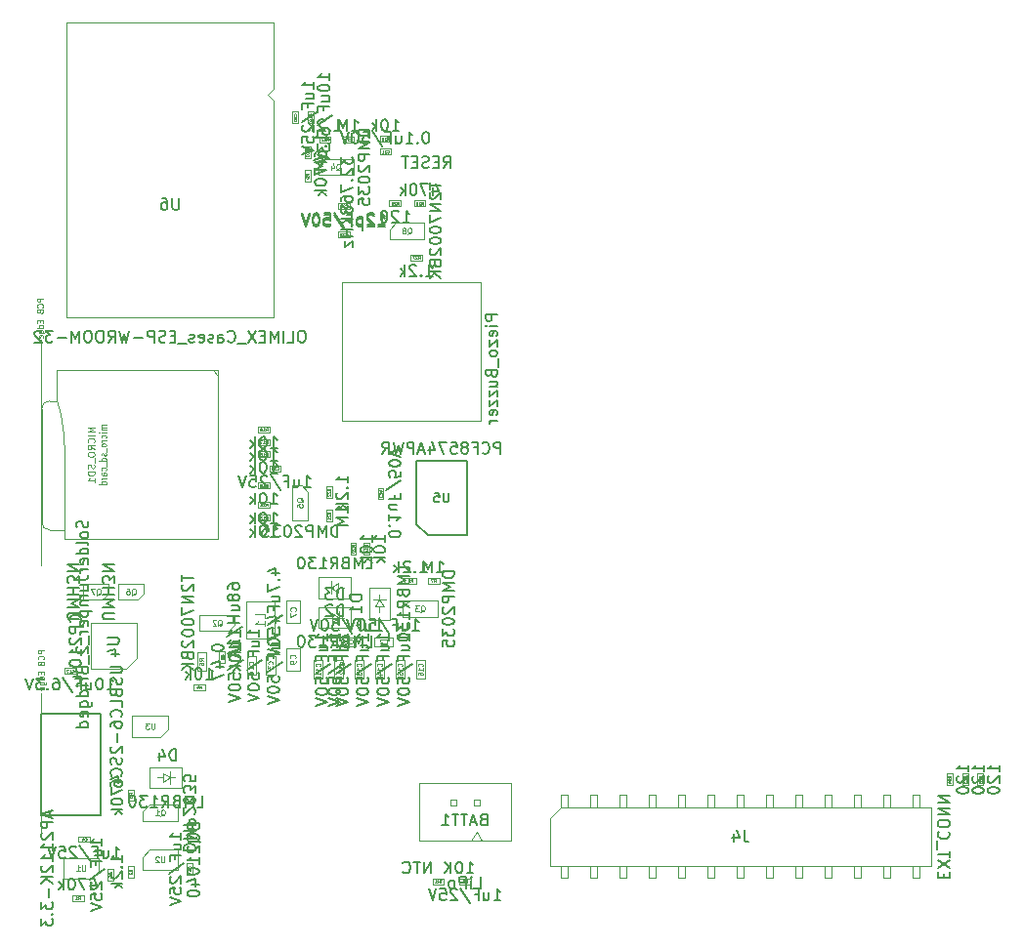
<source format=gbr>
G04 #@! TF.GenerationSoftware,KiCad,Pcbnew,5.99.0-unknown-711fc99~101~ubuntu18.04.1*
G04 #@! TF.CreationDate,2020-06-08T21:24:47+05:30*
G04 #@! TF.ProjectId,paperd.ink_main_pcb,70617065-7264-42e6-996e-6b5f6d61696e,rev?*
G04 #@! TF.SameCoordinates,Original*
G04 #@! TF.FileFunction,AssemblyDrawing,Bot*
%FSLAX46Y46*%
G04 Gerber Fmt 4.6, Leading zero omitted, Abs format (unit mm)*
G04 Created by KiCad (PCBNEW 5.99.0-unknown-711fc99~101~ubuntu18.04.1) date 2020-06-08 21:24:47*
%MOMM*%
%LPD*%
G01*
G04 APERTURE LIST*
%ADD10C,0.150000*%
%ADD11C,0.075000*%
%ADD12C,0.060000*%
%ADD13C,0.080000*%
%ADD14C,0.040000*%
%ADD15C,0.100000*%
%ADD16C,0.125000*%
%ADD17C,0.120000*%
%ADD18C,0.050000*%
%ADD19C,0.200000*%
G04 APERTURE END LIST*
D10*
X141474380Y-88603333D02*
X140474380Y-88603333D01*
X140474380Y-88984285D01*
X140522000Y-89079523D01*
X140569619Y-89127142D01*
X140664857Y-89174761D01*
X140807714Y-89174761D01*
X140902952Y-89127142D01*
X140950571Y-89079523D01*
X140998190Y-88984285D01*
X140998190Y-88603333D01*
X141474380Y-89603333D02*
X140807714Y-89603333D01*
X140474380Y-89603333D02*
X140522000Y-89555714D01*
X140569619Y-89603333D01*
X140522000Y-89650952D01*
X140474380Y-89603333D01*
X140569619Y-89603333D01*
X141426761Y-90460476D02*
X141474380Y-90365238D01*
X141474380Y-90174761D01*
X141426761Y-90079523D01*
X141331523Y-90031904D01*
X140950571Y-90031904D01*
X140855333Y-90079523D01*
X140807714Y-90174761D01*
X140807714Y-90365238D01*
X140855333Y-90460476D01*
X140950571Y-90508095D01*
X141045809Y-90508095D01*
X141141047Y-90031904D01*
X140807714Y-90841428D02*
X140807714Y-91365238D01*
X141474380Y-90841428D01*
X141474380Y-91365238D01*
X141474380Y-91889047D02*
X141426761Y-91793809D01*
X141379142Y-91746190D01*
X141283904Y-91698571D01*
X140998190Y-91698571D01*
X140902952Y-91746190D01*
X140855333Y-91793809D01*
X140807714Y-91889047D01*
X140807714Y-92031904D01*
X140855333Y-92127142D01*
X140902952Y-92174761D01*
X140998190Y-92222380D01*
X141283904Y-92222380D01*
X141379142Y-92174761D01*
X141426761Y-92127142D01*
X141474380Y-92031904D01*
X141474380Y-91889047D01*
X141569619Y-92412857D02*
X141569619Y-93174761D01*
X140950571Y-93746190D02*
X140998190Y-93889047D01*
X141045809Y-93936666D01*
X141141047Y-93984285D01*
X141283904Y-93984285D01*
X141379142Y-93936666D01*
X141426761Y-93889047D01*
X141474380Y-93793809D01*
X141474380Y-93412857D01*
X140474380Y-93412857D01*
X140474380Y-93746190D01*
X140522000Y-93841428D01*
X140569619Y-93889047D01*
X140664857Y-93936666D01*
X140760095Y-93936666D01*
X140855333Y-93889047D01*
X140902952Y-93841428D01*
X140950571Y-93746190D01*
X140950571Y-93412857D01*
X140807714Y-94841428D02*
X141474380Y-94841428D01*
X140807714Y-94412857D02*
X141331523Y-94412857D01*
X141426761Y-94460476D01*
X141474380Y-94555714D01*
X141474380Y-94698571D01*
X141426761Y-94793809D01*
X141379142Y-94841428D01*
X140807714Y-95222380D02*
X140807714Y-95746190D01*
X141474380Y-95222380D01*
X141474380Y-95746190D01*
X140807714Y-96031904D02*
X140807714Y-96555714D01*
X141474380Y-96031904D01*
X141474380Y-96555714D01*
X141426761Y-97317619D02*
X141474380Y-97222380D01*
X141474380Y-97031904D01*
X141426761Y-96936666D01*
X141331523Y-96889047D01*
X140950571Y-96889047D01*
X140855333Y-96936666D01*
X140807714Y-97031904D01*
X140807714Y-97222380D01*
X140855333Y-97317619D01*
X140950571Y-97365238D01*
X141045809Y-97365238D01*
X141141047Y-96889047D01*
X141474380Y-97793809D02*
X140807714Y-97793809D01*
X140998190Y-97793809D02*
X140902952Y-97841428D01*
X140855333Y-97889047D01*
X140807714Y-97984285D01*
X140807714Y-98079523D01*
X124630000Y-90022380D02*
X124439523Y-90022380D01*
X124344285Y-90070000D01*
X124249047Y-90165238D01*
X124201428Y-90355714D01*
X124201428Y-90689047D01*
X124249047Y-90879523D01*
X124344285Y-90974761D01*
X124439523Y-91022380D01*
X124630000Y-91022380D01*
X124725238Y-90974761D01*
X124820476Y-90879523D01*
X124868095Y-90689047D01*
X124868095Y-90355714D01*
X124820476Y-90165238D01*
X124725238Y-90070000D01*
X124630000Y-90022380D01*
X123296666Y-91022380D02*
X123772857Y-91022380D01*
X123772857Y-90022380D01*
X122963333Y-91022380D02*
X122963333Y-90022380D01*
X122487142Y-91022380D02*
X122487142Y-90022380D01*
X122153809Y-90736666D01*
X121820476Y-90022380D01*
X121820476Y-91022380D01*
X121344285Y-90498571D02*
X121010952Y-90498571D01*
X120868095Y-91022380D02*
X121344285Y-91022380D01*
X121344285Y-90022380D01*
X120868095Y-90022380D01*
X120534761Y-90022380D02*
X119868095Y-91022380D01*
X119868095Y-90022380D02*
X120534761Y-91022380D01*
X119725238Y-91117619D02*
X118963333Y-91117619D01*
X118153809Y-90927142D02*
X118201428Y-90974761D01*
X118344285Y-91022380D01*
X118439523Y-91022380D01*
X118582380Y-90974761D01*
X118677619Y-90879523D01*
X118725238Y-90784285D01*
X118772857Y-90593809D01*
X118772857Y-90450952D01*
X118725238Y-90260476D01*
X118677619Y-90165238D01*
X118582380Y-90070000D01*
X118439523Y-90022380D01*
X118344285Y-90022380D01*
X118201428Y-90070000D01*
X118153809Y-90117619D01*
X117296666Y-91022380D02*
X117296666Y-90498571D01*
X117344285Y-90403333D01*
X117439523Y-90355714D01*
X117630000Y-90355714D01*
X117725238Y-90403333D01*
X117296666Y-90974761D02*
X117391904Y-91022380D01*
X117630000Y-91022380D01*
X117725238Y-90974761D01*
X117772857Y-90879523D01*
X117772857Y-90784285D01*
X117725238Y-90689047D01*
X117630000Y-90641428D01*
X117391904Y-90641428D01*
X117296666Y-90593809D01*
X116868095Y-90974761D02*
X116772857Y-91022380D01*
X116582380Y-91022380D01*
X116487142Y-90974761D01*
X116439523Y-90879523D01*
X116439523Y-90831904D01*
X116487142Y-90736666D01*
X116582380Y-90689047D01*
X116725238Y-90689047D01*
X116820476Y-90641428D01*
X116868095Y-90546190D01*
X116868095Y-90498571D01*
X116820476Y-90403333D01*
X116725238Y-90355714D01*
X116582380Y-90355714D01*
X116487142Y-90403333D01*
X115630000Y-90974761D02*
X115725238Y-91022380D01*
X115915714Y-91022380D01*
X116010952Y-90974761D01*
X116058571Y-90879523D01*
X116058571Y-90498571D01*
X116010952Y-90403333D01*
X115915714Y-90355714D01*
X115725238Y-90355714D01*
X115630000Y-90403333D01*
X115582380Y-90498571D01*
X115582380Y-90593809D01*
X116058571Y-90689047D01*
X115201428Y-90974761D02*
X115106190Y-91022380D01*
X114915714Y-91022380D01*
X114820476Y-90974761D01*
X114772857Y-90879523D01*
X114772857Y-90831904D01*
X114820476Y-90736666D01*
X114915714Y-90689047D01*
X115058571Y-90689047D01*
X115153809Y-90641428D01*
X115201428Y-90546190D01*
X115201428Y-90498571D01*
X115153809Y-90403333D01*
X115058571Y-90355714D01*
X114915714Y-90355714D01*
X114820476Y-90403333D01*
X114582380Y-91117619D02*
X113820476Y-91117619D01*
X113582380Y-90498571D02*
X113249047Y-90498571D01*
X113106190Y-91022380D02*
X113582380Y-91022380D01*
X113582380Y-90022380D01*
X113106190Y-90022380D01*
X112725238Y-90974761D02*
X112582380Y-91022380D01*
X112344285Y-91022380D01*
X112249047Y-90974761D01*
X112201428Y-90927142D01*
X112153809Y-90831904D01*
X112153809Y-90736666D01*
X112201428Y-90641428D01*
X112249047Y-90593809D01*
X112344285Y-90546190D01*
X112534761Y-90498571D01*
X112630000Y-90450952D01*
X112677619Y-90403333D01*
X112725238Y-90308095D01*
X112725238Y-90212857D01*
X112677619Y-90117619D01*
X112630000Y-90070000D01*
X112534761Y-90022380D01*
X112296666Y-90022380D01*
X112153809Y-90070000D01*
X111725238Y-91022380D02*
X111725238Y-90022380D01*
X111344285Y-90022380D01*
X111249047Y-90070000D01*
X111201428Y-90117619D01*
X111153809Y-90212857D01*
X111153809Y-90355714D01*
X111201428Y-90450952D01*
X111249047Y-90498571D01*
X111344285Y-90546190D01*
X111725238Y-90546190D01*
X110725238Y-90641428D02*
X109963333Y-90641428D01*
X109582380Y-90022380D02*
X109344285Y-91022380D01*
X109153809Y-90308095D01*
X108963333Y-91022380D01*
X108725238Y-90022380D01*
X107772857Y-91022380D02*
X108106190Y-90546190D01*
X108344285Y-91022380D02*
X108344285Y-90022380D01*
X107963333Y-90022380D01*
X107868095Y-90070000D01*
X107820476Y-90117619D01*
X107772857Y-90212857D01*
X107772857Y-90355714D01*
X107820476Y-90450952D01*
X107868095Y-90498571D01*
X107963333Y-90546190D01*
X108344285Y-90546190D01*
X107153809Y-90022380D02*
X106963333Y-90022380D01*
X106868095Y-90070000D01*
X106772857Y-90165238D01*
X106725238Y-90355714D01*
X106725238Y-90689047D01*
X106772857Y-90879523D01*
X106868095Y-90974761D01*
X106963333Y-91022380D01*
X107153809Y-91022380D01*
X107249047Y-90974761D01*
X107344285Y-90879523D01*
X107391904Y-90689047D01*
X107391904Y-90355714D01*
X107344285Y-90165238D01*
X107249047Y-90070000D01*
X107153809Y-90022380D01*
X106106190Y-90022380D02*
X105915714Y-90022380D01*
X105820476Y-90070000D01*
X105725238Y-90165238D01*
X105677619Y-90355714D01*
X105677619Y-90689047D01*
X105725238Y-90879523D01*
X105820476Y-90974761D01*
X105915714Y-91022380D01*
X106106190Y-91022380D01*
X106201428Y-90974761D01*
X106296666Y-90879523D01*
X106344285Y-90689047D01*
X106344285Y-90355714D01*
X106296666Y-90165238D01*
X106201428Y-90070000D01*
X106106190Y-90022380D01*
X105249047Y-91022380D02*
X105249047Y-90022380D01*
X104915714Y-90736666D01*
X104582380Y-90022380D01*
X104582380Y-91022380D01*
X104106190Y-90641428D02*
X103344285Y-90641428D01*
X102963333Y-90022380D02*
X102344285Y-90022380D01*
X102677619Y-90403333D01*
X102534761Y-90403333D01*
X102439523Y-90450952D01*
X102391904Y-90498571D01*
X102344285Y-90593809D01*
X102344285Y-90831904D01*
X102391904Y-90927142D01*
X102439523Y-90974761D01*
X102534761Y-91022380D01*
X102820476Y-91022380D01*
X102915714Y-90974761D01*
X102963333Y-90927142D01*
X101963333Y-90117619D02*
X101915714Y-90070000D01*
X101820476Y-90022380D01*
X101582380Y-90022380D01*
X101487142Y-90070000D01*
X101439523Y-90117619D01*
X101391904Y-90212857D01*
X101391904Y-90308095D01*
X101439523Y-90450952D01*
X102010952Y-91022380D01*
X101391904Y-91022380D01*
X113891904Y-78522380D02*
X113891904Y-79331904D01*
X113844285Y-79427142D01*
X113796666Y-79474761D01*
X113701428Y-79522380D01*
X113510952Y-79522380D01*
X113415714Y-79474761D01*
X113368095Y-79427142D01*
X113320476Y-79331904D01*
X113320476Y-78522380D01*
X112415714Y-78522380D02*
X112606190Y-78522380D01*
X112701428Y-78570000D01*
X112749047Y-78617619D01*
X112844285Y-78760476D01*
X112891904Y-78950952D01*
X112891904Y-79331904D01*
X112844285Y-79427142D01*
X112796666Y-79474761D01*
X112701428Y-79522380D01*
X112510952Y-79522380D01*
X112415714Y-79474761D01*
X112368095Y-79427142D01*
X112320476Y-79331904D01*
X112320476Y-79093809D01*
X112368095Y-78998571D01*
X112415714Y-78950952D01*
X112510952Y-78903333D01*
X112701428Y-78903333D01*
X112796666Y-78950952D01*
X112844285Y-78998571D01*
X112891904Y-79093809D01*
X136822380Y-75902380D02*
X137155714Y-75426190D01*
X137393809Y-75902380D02*
X137393809Y-74902380D01*
X137012857Y-74902380D01*
X136917619Y-74950000D01*
X136870000Y-74997619D01*
X136822380Y-75092857D01*
X136822380Y-75235714D01*
X136870000Y-75330952D01*
X136917619Y-75378571D01*
X137012857Y-75426190D01*
X137393809Y-75426190D01*
X136393809Y-75378571D02*
X136060476Y-75378571D01*
X135917619Y-75902380D02*
X136393809Y-75902380D01*
X136393809Y-74902380D01*
X135917619Y-74902380D01*
X135536666Y-75854761D02*
X135393809Y-75902380D01*
X135155714Y-75902380D01*
X135060476Y-75854761D01*
X135012857Y-75807142D01*
X134965238Y-75711904D01*
X134965238Y-75616666D01*
X135012857Y-75521428D01*
X135060476Y-75473809D01*
X135155714Y-75426190D01*
X135346190Y-75378571D01*
X135441428Y-75330952D01*
X135489047Y-75283333D01*
X135536666Y-75188095D01*
X135536666Y-75092857D01*
X135489047Y-74997619D01*
X135441428Y-74950000D01*
X135346190Y-74902380D01*
X135108095Y-74902380D01*
X134965238Y-74950000D01*
X134536666Y-75378571D02*
X134203333Y-75378571D01*
X134060476Y-75902380D02*
X134536666Y-75902380D01*
X134536666Y-74902380D01*
X134060476Y-74902380D01*
X133774761Y-74902380D02*
X133203333Y-74902380D01*
X133489047Y-75902380D02*
X133489047Y-74902380D01*
X127932380Y-74945238D02*
X127932380Y-75564285D01*
X128313333Y-75230952D01*
X128313333Y-75373809D01*
X128360952Y-75469047D01*
X128408571Y-75516666D01*
X128503809Y-75564285D01*
X128741904Y-75564285D01*
X128837142Y-75516666D01*
X128884761Y-75469047D01*
X128932380Y-75373809D01*
X128932380Y-75088095D01*
X128884761Y-74992857D01*
X128837142Y-74945238D01*
X128027619Y-75945238D02*
X127980000Y-75992857D01*
X127932380Y-76088095D01*
X127932380Y-76326190D01*
X127980000Y-76421428D01*
X128027619Y-76469047D01*
X128122857Y-76516666D01*
X128218095Y-76516666D01*
X128360952Y-76469047D01*
X128932380Y-75897619D01*
X128932380Y-76516666D01*
X128837142Y-76945238D02*
X128884761Y-76992857D01*
X128932380Y-76945238D01*
X128884761Y-76897619D01*
X128837142Y-76945238D01*
X128932380Y-76945238D01*
X127932380Y-77326190D02*
X127932380Y-77992857D01*
X128932380Y-77564285D01*
X127932380Y-78802380D02*
X127932380Y-78611904D01*
X127980000Y-78516666D01*
X128027619Y-78469047D01*
X128170476Y-78373809D01*
X128360952Y-78326190D01*
X128741904Y-78326190D01*
X128837142Y-78373809D01*
X128884761Y-78421428D01*
X128932380Y-78516666D01*
X128932380Y-78707142D01*
X128884761Y-78802380D01*
X128837142Y-78850000D01*
X128741904Y-78897619D01*
X128503809Y-78897619D01*
X128408571Y-78850000D01*
X128360952Y-78802380D01*
X128313333Y-78707142D01*
X128313333Y-78516666D01*
X128360952Y-78421428D01*
X128408571Y-78373809D01*
X128503809Y-78326190D01*
X128360952Y-79469047D02*
X128313333Y-79373809D01*
X128265714Y-79326190D01*
X128170476Y-79278571D01*
X128122857Y-79278571D01*
X128027619Y-79326190D01*
X127980000Y-79373809D01*
X127932380Y-79469047D01*
X127932380Y-79659523D01*
X127980000Y-79754761D01*
X128027619Y-79802380D01*
X128122857Y-79850000D01*
X128170476Y-79850000D01*
X128265714Y-79802380D01*
X128313333Y-79754761D01*
X128360952Y-79659523D01*
X128360952Y-79469047D01*
X128408571Y-79373809D01*
X128456190Y-79326190D01*
X128551428Y-79278571D01*
X128741904Y-79278571D01*
X128837142Y-79326190D01*
X128884761Y-79373809D01*
X128932380Y-79469047D01*
X128932380Y-79659523D01*
X128884761Y-79754761D01*
X128837142Y-79802380D01*
X128741904Y-79850000D01*
X128551428Y-79850000D01*
X128456190Y-79802380D01*
X128408571Y-79754761D01*
X128360952Y-79659523D01*
X128932380Y-80278571D02*
X127932380Y-80278571D01*
X128932380Y-80850000D02*
X128360952Y-80421428D01*
X127932380Y-80850000D02*
X128503809Y-80278571D01*
X128932380Y-81278571D02*
X127932380Y-81278571D01*
X128408571Y-81278571D02*
X128408571Y-81850000D01*
X128932380Y-81850000D02*
X127932380Y-81850000D01*
X128265714Y-82230952D02*
X128265714Y-82754761D01*
X128932380Y-82230952D01*
X128932380Y-82754761D01*
X114162380Y-111179523D02*
X114162380Y-111750952D01*
X115162380Y-111465238D02*
X114162380Y-111465238D01*
X114257619Y-112036666D02*
X114210000Y-112084285D01*
X114162380Y-112179523D01*
X114162380Y-112417619D01*
X114210000Y-112512857D01*
X114257619Y-112560476D01*
X114352857Y-112608095D01*
X114448095Y-112608095D01*
X114590952Y-112560476D01*
X115162380Y-111989047D01*
X115162380Y-112608095D01*
X115162380Y-113036666D02*
X114162380Y-113036666D01*
X115162380Y-113608095D01*
X114162380Y-113608095D01*
X114162380Y-113989047D02*
X114162380Y-114655714D01*
X115162380Y-114227142D01*
X114162380Y-115227142D02*
X114162380Y-115322380D01*
X114210000Y-115417619D01*
X114257619Y-115465238D01*
X114352857Y-115512857D01*
X114543333Y-115560476D01*
X114781428Y-115560476D01*
X114971904Y-115512857D01*
X115067142Y-115465238D01*
X115114761Y-115417619D01*
X115162380Y-115322380D01*
X115162380Y-115227142D01*
X115114761Y-115131904D01*
X115067142Y-115084285D01*
X114971904Y-115036666D01*
X114781428Y-114989047D01*
X114543333Y-114989047D01*
X114352857Y-115036666D01*
X114257619Y-115084285D01*
X114210000Y-115131904D01*
X114162380Y-115227142D01*
X114162380Y-116179523D02*
X114162380Y-116274761D01*
X114210000Y-116370000D01*
X114257619Y-116417619D01*
X114352857Y-116465238D01*
X114543333Y-116512857D01*
X114781428Y-116512857D01*
X114971904Y-116465238D01*
X115067142Y-116417619D01*
X115114761Y-116370000D01*
X115162380Y-116274761D01*
X115162380Y-116179523D01*
X115114761Y-116084285D01*
X115067142Y-116036666D01*
X114971904Y-115989047D01*
X114781428Y-115941428D01*
X114543333Y-115941428D01*
X114352857Y-115989047D01*
X114257619Y-116036666D01*
X114210000Y-116084285D01*
X114162380Y-116179523D01*
X114257619Y-116893809D02*
X114210000Y-116941428D01*
X114162380Y-117036666D01*
X114162380Y-117274761D01*
X114210000Y-117370000D01*
X114257619Y-117417619D01*
X114352857Y-117465238D01*
X114448095Y-117465238D01*
X114590952Y-117417619D01*
X115162380Y-116846190D01*
X115162380Y-117465238D01*
X114638571Y-118227142D02*
X114686190Y-118370000D01*
X114733809Y-118417619D01*
X114829047Y-118465238D01*
X114971904Y-118465238D01*
X115067142Y-118417619D01*
X115114761Y-118370000D01*
X115162380Y-118274761D01*
X115162380Y-117893809D01*
X114162380Y-117893809D01*
X114162380Y-118227142D01*
X114210000Y-118322380D01*
X114257619Y-118370000D01*
X114352857Y-118417619D01*
X114448095Y-118417619D01*
X114543333Y-118370000D01*
X114590952Y-118322380D01*
X114638571Y-118227142D01*
X114638571Y-117893809D01*
X115162380Y-118893809D02*
X114162380Y-118893809D01*
X115162380Y-119465238D02*
X114590952Y-119036666D01*
X114162380Y-119465238D02*
X114733809Y-118893809D01*
D11*
X117257619Y-115643809D02*
X117305238Y-115620000D01*
X117352857Y-115572380D01*
X117424285Y-115500952D01*
X117471904Y-115477142D01*
X117519523Y-115477142D01*
X117495714Y-115596190D02*
X117543333Y-115572380D01*
X117590952Y-115524761D01*
X117614761Y-115429523D01*
X117614761Y-115262857D01*
X117590952Y-115167619D01*
X117543333Y-115120000D01*
X117495714Y-115096190D01*
X117400476Y-115096190D01*
X117352857Y-115120000D01*
X117305238Y-115167619D01*
X117281428Y-115262857D01*
X117281428Y-115429523D01*
X117305238Y-115524761D01*
X117352857Y-115572380D01*
X117400476Y-115596190D01*
X117495714Y-115596190D01*
X117090952Y-115143809D02*
X117067142Y-115120000D01*
X117019523Y-115096190D01*
X116900476Y-115096190D01*
X116852857Y-115120000D01*
X116829047Y-115143809D01*
X116805238Y-115191428D01*
X116805238Y-115239047D01*
X116829047Y-115310476D01*
X117114761Y-115596190D01*
X116805238Y-115596190D01*
D10*
X116742380Y-117481904D02*
X116742380Y-117577142D01*
X116790000Y-117672380D01*
X116837619Y-117720000D01*
X116932857Y-117767619D01*
X117123333Y-117815238D01*
X117361428Y-117815238D01*
X117551904Y-117767619D01*
X117647142Y-117720000D01*
X117694761Y-117672380D01*
X117742380Y-117577142D01*
X117742380Y-117481904D01*
X117694761Y-117386666D01*
X117647142Y-117339047D01*
X117551904Y-117291428D01*
X117361428Y-117243809D01*
X117123333Y-117243809D01*
X116932857Y-117291428D01*
X116837619Y-117339047D01*
X116790000Y-117386666D01*
X116742380Y-117481904D01*
X117647142Y-118243809D02*
X117694761Y-118291428D01*
X117742380Y-118243809D01*
X117694761Y-118196190D01*
X117647142Y-118243809D01*
X117742380Y-118243809D01*
X117075714Y-119148571D02*
X117742380Y-119148571D01*
X116694761Y-118910476D02*
X117409047Y-118672380D01*
X117409047Y-119291428D01*
X116742380Y-119577142D02*
X116742380Y-120243809D01*
X117742380Y-119815238D01*
D12*
X116040952Y-118653333D02*
X115850476Y-118520000D01*
X116040952Y-118424761D02*
X115640952Y-118424761D01*
X115640952Y-118577142D01*
X115660000Y-118615238D01*
X115679047Y-118634285D01*
X115717142Y-118653333D01*
X115774285Y-118653333D01*
X115812380Y-118634285D01*
X115831428Y-118615238D01*
X115850476Y-118577142D01*
X115850476Y-118424761D01*
X115640952Y-118996190D02*
X115640952Y-118920000D01*
X115660000Y-118881904D01*
X115679047Y-118862857D01*
X115736190Y-118824761D01*
X115812380Y-118805714D01*
X115964761Y-118805714D01*
X116002857Y-118824761D01*
X116021904Y-118843809D01*
X116040952Y-118881904D01*
X116040952Y-118958095D01*
X116021904Y-118996190D01*
X116002857Y-119015238D01*
X115964761Y-119034285D01*
X115869523Y-119034285D01*
X115831428Y-119015238D01*
X115812380Y-118996190D01*
X115793333Y-118958095D01*
X115793333Y-118881904D01*
X115812380Y-118843809D01*
X115831428Y-118824761D01*
X115869523Y-118805714D01*
D10*
X127852380Y-116882500D02*
X127852380Y-116311071D01*
X127852380Y-116596785D02*
X126852380Y-116596785D01*
X126995238Y-116501547D01*
X127090476Y-116406309D01*
X127138095Y-116311071D01*
X127185714Y-117739642D02*
X127852380Y-117739642D01*
X127185714Y-117311071D02*
X127709523Y-117311071D01*
X127804761Y-117358690D01*
X127852380Y-117453928D01*
X127852380Y-117596785D01*
X127804761Y-117692023D01*
X127757142Y-117739642D01*
X127328571Y-118549166D02*
X127328571Y-118215833D01*
X127852380Y-118215833D02*
X126852380Y-118215833D01*
X126852380Y-118692023D01*
X126804761Y-119787261D02*
X128090476Y-118930119D01*
X126852380Y-120596785D02*
X126852380Y-120120595D01*
X127328571Y-120072976D01*
X127280952Y-120120595D01*
X127233333Y-120215833D01*
X127233333Y-120453928D01*
X127280952Y-120549166D01*
X127328571Y-120596785D01*
X127423809Y-120644404D01*
X127661904Y-120644404D01*
X127757142Y-120596785D01*
X127804761Y-120549166D01*
X127852380Y-120453928D01*
X127852380Y-120215833D01*
X127804761Y-120120595D01*
X127757142Y-120072976D01*
X126852380Y-121263452D02*
X126852380Y-121358690D01*
X126900000Y-121453928D01*
X126947619Y-121501547D01*
X127042857Y-121549166D01*
X127233333Y-121596785D01*
X127471428Y-121596785D01*
X127661904Y-121549166D01*
X127757142Y-121501547D01*
X127804761Y-121453928D01*
X127852380Y-121358690D01*
X127852380Y-121263452D01*
X127804761Y-121168214D01*
X127757142Y-121120595D01*
X127661904Y-121072976D01*
X127471428Y-121025357D01*
X127233333Y-121025357D01*
X127042857Y-121072976D01*
X126947619Y-121120595D01*
X126900000Y-121168214D01*
X126852380Y-121263452D01*
X126852380Y-121882500D02*
X127852380Y-122215833D01*
X126852380Y-122549166D01*
D12*
X126112857Y-119125357D02*
X126131904Y-119106309D01*
X126150952Y-119049166D01*
X126150952Y-119011071D01*
X126131904Y-118953928D01*
X126093809Y-118915833D01*
X126055714Y-118896785D01*
X125979523Y-118877738D01*
X125922380Y-118877738D01*
X125846190Y-118896785D01*
X125808095Y-118915833D01*
X125770000Y-118953928D01*
X125750952Y-119011071D01*
X125750952Y-119049166D01*
X125770000Y-119106309D01*
X125789047Y-119125357D01*
X126150952Y-119506309D02*
X126150952Y-119277738D01*
X126150952Y-119392023D02*
X125750952Y-119392023D01*
X125808095Y-119353928D01*
X125846190Y-119315833D01*
X125865238Y-119277738D01*
X126150952Y-119887261D02*
X126150952Y-119658690D01*
X126150952Y-119772976D02*
X125750952Y-119772976D01*
X125808095Y-119734880D01*
X125846190Y-119696785D01*
X125865238Y-119658690D01*
D10*
X120862380Y-116510000D02*
X120862380Y-115938571D01*
X120862380Y-116224285D02*
X119862380Y-116224285D01*
X120005238Y-116129047D01*
X120100476Y-116033809D01*
X120148095Y-115938571D01*
X120195714Y-117367142D02*
X120862380Y-117367142D01*
X120195714Y-116938571D02*
X120719523Y-116938571D01*
X120814761Y-116986190D01*
X120862380Y-117081428D01*
X120862380Y-117224285D01*
X120814761Y-117319523D01*
X120767142Y-117367142D01*
X120338571Y-118176666D02*
X120338571Y-117843333D01*
X120862380Y-117843333D02*
X119862380Y-117843333D01*
X119862380Y-118319523D01*
X119814761Y-119414761D02*
X121100476Y-118557619D01*
X119862380Y-120224285D02*
X119862380Y-119748095D01*
X120338571Y-119700476D01*
X120290952Y-119748095D01*
X120243333Y-119843333D01*
X120243333Y-120081428D01*
X120290952Y-120176666D01*
X120338571Y-120224285D01*
X120433809Y-120271904D01*
X120671904Y-120271904D01*
X120767142Y-120224285D01*
X120814761Y-120176666D01*
X120862380Y-120081428D01*
X120862380Y-119843333D01*
X120814761Y-119748095D01*
X120767142Y-119700476D01*
X119862380Y-120890952D02*
X119862380Y-120986190D01*
X119910000Y-121081428D01*
X119957619Y-121129047D01*
X120052857Y-121176666D01*
X120243333Y-121224285D01*
X120481428Y-121224285D01*
X120671904Y-121176666D01*
X120767142Y-121129047D01*
X120814761Y-121081428D01*
X120862380Y-120986190D01*
X120862380Y-120890952D01*
X120814761Y-120795714D01*
X120767142Y-120748095D01*
X120671904Y-120700476D01*
X120481428Y-120652857D01*
X120243333Y-120652857D01*
X120052857Y-120700476D01*
X119957619Y-120748095D01*
X119910000Y-120795714D01*
X119862380Y-120890952D01*
X119862380Y-121510000D02*
X120862380Y-121843333D01*
X119862380Y-122176666D01*
D12*
X121982857Y-118943333D02*
X122001904Y-118924285D01*
X122020952Y-118867142D01*
X122020952Y-118829047D01*
X122001904Y-118771904D01*
X121963809Y-118733809D01*
X121925714Y-118714761D01*
X121849523Y-118695714D01*
X121792380Y-118695714D01*
X121716190Y-118714761D01*
X121678095Y-118733809D01*
X121640000Y-118771904D01*
X121620952Y-118829047D01*
X121620952Y-118867142D01*
X121640000Y-118924285D01*
X121659047Y-118943333D01*
X121620952Y-119076666D02*
X121620952Y-119324285D01*
X121773333Y-119190952D01*
X121773333Y-119248095D01*
X121792380Y-119286190D01*
X121811428Y-119305238D01*
X121849523Y-119324285D01*
X121944761Y-119324285D01*
X121982857Y-119305238D01*
X122001904Y-119286190D01*
X122020952Y-119248095D01*
X122020952Y-119133809D01*
X122001904Y-119095714D01*
X121982857Y-119076666D01*
D10*
X130314380Y-116882500D02*
X130314380Y-116311071D01*
X130314380Y-116596785D02*
X129314380Y-116596785D01*
X129457238Y-116501547D01*
X129552476Y-116406309D01*
X129600095Y-116311071D01*
X129647714Y-117739642D02*
X130314380Y-117739642D01*
X129647714Y-117311071D02*
X130171523Y-117311071D01*
X130266761Y-117358690D01*
X130314380Y-117453928D01*
X130314380Y-117596785D01*
X130266761Y-117692023D01*
X130219142Y-117739642D01*
X129790571Y-118549166D02*
X129790571Y-118215833D01*
X130314380Y-118215833D02*
X129314380Y-118215833D01*
X129314380Y-118692023D01*
X129266761Y-119787261D02*
X130552476Y-118930119D01*
X129314380Y-120596785D02*
X129314380Y-120120595D01*
X129790571Y-120072976D01*
X129742952Y-120120595D01*
X129695333Y-120215833D01*
X129695333Y-120453928D01*
X129742952Y-120549166D01*
X129790571Y-120596785D01*
X129885809Y-120644404D01*
X130123904Y-120644404D01*
X130219142Y-120596785D01*
X130266761Y-120549166D01*
X130314380Y-120453928D01*
X130314380Y-120215833D01*
X130266761Y-120120595D01*
X130219142Y-120072976D01*
X129314380Y-121263452D02*
X129314380Y-121358690D01*
X129362000Y-121453928D01*
X129409619Y-121501547D01*
X129504857Y-121549166D01*
X129695333Y-121596785D01*
X129933428Y-121596785D01*
X130123904Y-121549166D01*
X130219142Y-121501547D01*
X130266761Y-121453928D01*
X130314380Y-121358690D01*
X130314380Y-121263452D01*
X130266761Y-121168214D01*
X130219142Y-121120595D01*
X130123904Y-121072976D01*
X129933428Y-121025357D01*
X129695333Y-121025357D01*
X129504857Y-121072976D01*
X129409619Y-121120595D01*
X129362000Y-121168214D01*
X129314380Y-121263452D01*
X129314380Y-121882500D02*
X130314380Y-122215833D01*
X129314380Y-122549166D01*
D12*
X131434857Y-119125357D02*
X131453904Y-119106309D01*
X131472952Y-119049166D01*
X131472952Y-119011071D01*
X131453904Y-118953928D01*
X131415809Y-118915833D01*
X131377714Y-118896785D01*
X131301523Y-118877738D01*
X131244380Y-118877738D01*
X131168190Y-118896785D01*
X131130095Y-118915833D01*
X131092000Y-118953928D01*
X131072952Y-119011071D01*
X131072952Y-119049166D01*
X131092000Y-119106309D01*
X131111047Y-119125357D01*
X131472952Y-119506309D02*
X131472952Y-119277738D01*
X131472952Y-119392023D02*
X131072952Y-119392023D01*
X131130095Y-119353928D01*
X131168190Y-119315833D01*
X131187238Y-119277738D01*
X131206285Y-119849166D02*
X131472952Y-119849166D01*
X131053904Y-119753928D02*
X131339619Y-119658690D01*
X131339619Y-119906309D01*
D10*
X126766380Y-116882500D02*
X126766380Y-116311071D01*
X126766380Y-116596785D02*
X125766380Y-116596785D01*
X125909238Y-116501547D01*
X126004476Y-116406309D01*
X126052095Y-116311071D01*
X126099714Y-117739642D02*
X126766380Y-117739642D01*
X126099714Y-117311071D02*
X126623523Y-117311071D01*
X126718761Y-117358690D01*
X126766380Y-117453928D01*
X126766380Y-117596785D01*
X126718761Y-117692023D01*
X126671142Y-117739642D01*
X126242571Y-118549166D02*
X126242571Y-118215833D01*
X126766380Y-118215833D02*
X125766380Y-118215833D01*
X125766380Y-118692023D01*
X125718761Y-119787261D02*
X127004476Y-118930119D01*
X125766380Y-120596785D02*
X125766380Y-120120595D01*
X126242571Y-120072976D01*
X126194952Y-120120595D01*
X126147333Y-120215833D01*
X126147333Y-120453928D01*
X126194952Y-120549166D01*
X126242571Y-120596785D01*
X126337809Y-120644404D01*
X126575904Y-120644404D01*
X126671142Y-120596785D01*
X126718761Y-120549166D01*
X126766380Y-120453928D01*
X126766380Y-120215833D01*
X126718761Y-120120595D01*
X126671142Y-120072976D01*
X125766380Y-121263452D02*
X125766380Y-121358690D01*
X125814000Y-121453928D01*
X125861619Y-121501547D01*
X125956857Y-121549166D01*
X126147333Y-121596785D01*
X126385428Y-121596785D01*
X126575904Y-121549166D01*
X126671142Y-121501547D01*
X126718761Y-121453928D01*
X126766380Y-121358690D01*
X126766380Y-121263452D01*
X126718761Y-121168214D01*
X126671142Y-121120595D01*
X126575904Y-121072976D01*
X126385428Y-121025357D01*
X126147333Y-121025357D01*
X125956857Y-121072976D01*
X125861619Y-121120595D01*
X125814000Y-121168214D01*
X125766380Y-121263452D01*
X125766380Y-121882500D02*
X126766380Y-122215833D01*
X125766380Y-122549166D01*
D12*
X128156857Y-119007857D02*
X128175904Y-118988809D01*
X128194952Y-118931666D01*
X128194952Y-118893571D01*
X128175904Y-118836428D01*
X128137809Y-118798333D01*
X128099714Y-118779285D01*
X128023523Y-118760238D01*
X127966380Y-118760238D01*
X127890190Y-118779285D01*
X127852095Y-118798333D01*
X127814000Y-118836428D01*
X127794952Y-118893571D01*
X127794952Y-118931666D01*
X127814000Y-118988809D01*
X127833047Y-119007857D01*
X128194952Y-119388809D02*
X128194952Y-119160238D01*
X128194952Y-119274523D02*
X127794952Y-119274523D01*
X127852095Y-119236428D01*
X127890190Y-119198333D01*
X127909238Y-119160238D01*
X127833047Y-119541190D02*
X127814000Y-119560238D01*
X127794952Y-119598333D01*
X127794952Y-119693571D01*
X127814000Y-119731666D01*
X127833047Y-119750714D01*
X127871142Y-119769761D01*
X127909238Y-119769761D01*
X127966380Y-119750714D01*
X128194952Y-119522142D01*
X128194952Y-119769761D01*
D10*
X128540380Y-116882500D02*
X128540380Y-116311071D01*
X128540380Y-116596785D02*
X127540380Y-116596785D01*
X127683238Y-116501547D01*
X127778476Y-116406309D01*
X127826095Y-116311071D01*
X127873714Y-117739642D02*
X128540380Y-117739642D01*
X127873714Y-117311071D02*
X128397523Y-117311071D01*
X128492761Y-117358690D01*
X128540380Y-117453928D01*
X128540380Y-117596785D01*
X128492761Y-117692023D01*
X128445142Y-117739642D01*
X128016571Y-118549166D02*
X128016571Y-118215833D01*
X128540380Y-118215833D02*
X127540380Y-118215833D01*
X127540380Y-118692023D01*
X127492761Y-119787261D02*
X128778476Y-118930119D01*
X127540380Y-120596785D02*
X127540380Y-120120595D01*
X128016571Y-120072976D01*
X127968952Y-120120595D01*
X127921333Y-120215833D01*
X127921333Y-120453928D01*
X127968952Y-120549166D01*
X128016571Y-120596785D01*
X128111809Y-120644404D01*
X128349904Y-120644404D01*
X128445142Y-120596785D01*
X128492761Y-120549166D01*
X128540380Y-120453928D01*
X128540380Y-120215833D01*
X128492761Y-120120595D01*
X128445142Y-120072976D01*
X127540380Y-121263452D02*
X127540380Y-121358690D01*
X127588000Y-121453928D01*
X127635619Y-121501547D01*
X127730857Y-121549166D01*
X127921333Y-121596785D01*
X128159428Y-121596785D01*
X128349904Y-121549166D01*
X128445142Y-121501547D01*
X128492761Y-121453928D01*
X128540380Y-121358690D01*
X128540380Y-121263452D01*
X128492761Y-121168214D01*
X128445142Y-121120595D01*
X128349904Y-121072976D01*
X128159428Y-121025357D01*
X127921333Y-121025357D01*
X127730857Y-121072976D01*
X127635619Y-121120595D01*
X127588000Y-121168214D01*
X127540380Y-121263452D01*
X127540380Y-121882500D02*
X128540380Y-122215833D01*
X127540380Y-122549166D01*
D12*
X129660857Y-119125357D02*
X129679904Y-119106309D01*
X129698952Y-119049166D01*
X129698952Y-119011071D01*
X129679904Y-118953928D01*
X129641809Y-118915833D01*
X129603714Y-118896785D01*
X129527523Y-118877738D01*
X129470380Y-118877738D01*
X129394190Y-118896785D01*
X129356095Y-118915833D01*
X129318000Y-118953928D01*
X129298952Y-119011071D01*
X129298952Y-119049166D01*
X129318000Y-119106309D01*
X129337047Y-119125357D01*
X129698952Y-119506309D02*
X129698952Y-119277738D01*
X129698952Y-119392023D02*
X129298952Y-119392023D01*
X129356095Y-119353928D01*
X129394190Y-119315833D01*
X129413238Y-119277738D01*
X129298952Y-119639642D02*
X129298952Y-119887261D01*
X129451333Y-119753928D01*
X129451333Y-119811071D01*
X129470380Y-119849166D01*
X129489428Y-119868214D01*
X129527523Y-119887261D01*
X129622761Y-119887261D01*
X129660857Y-119868214D01*
X129679904Y-119849166D01*
X129698952Y-119811071D01*
X129698952Y-119696785D01*
X129679904Y-119658690D01*
X129660857Y-119639642D01*
D10*
X134130000Y-116012380D02*
X134701428Y-116012380D01*
X134415714Y-116012380D02*
X134415714Y-115012380D01*
X134510952Y-115155238D01*
X134606190Y-115250476D01*
X134701428Y-115298095D01*
X133272857Y-115345714D02*
X133272857Y-116012380D01*
X133701428Y-115345714D02*
X133701428Y-115869523D01*
X133653809Y-115964761D01*
X133558571Y-116012380D01*
X133415714Y-116012380D01*
X133320476Y-115964761D01*
X133272857Y-115917142D01*
X132463333Y-115488571D02*
X132796666Y-115488571D01*
X132796666Y-116012380D02*
X132796666Y-115012380D01*
X132320476Y-115012380D01*
X131225238Y-114964761D02*
X132082380Y-116250476D01*
X130415714Y-115012380D02*
X130891904Y-115012380D01*
X130939523Y-115488571D01*
X130891904Y-115440952D01*
X130796666Y-115393333D01*
X130558571Y-115393333D01*
X130463333Y-115440952D01*
X130415714Y-115488571D01*
X130368095Y-115583809D01*
X130368095Y-115821904D01*
X130415714Y-115917142D01*
X130463333Y-115964761D01*
X130558571Y-116012380D01*
X130796666Y-116012380D01*
X130891904Y-115964761D01*
X130939523Y-115917142D01*
X129749047Y-115012380D02*
X129653809Y-115012380D01*
X129558571Y-115060000D01*
X129510952Y-115107619D01*
X129463333Y-115202857D01*
X129415714Y-115393333D01*
X129415714Y-115631428D01*
X129463333Y-115821904D01*
X129510952Y-115917142D01*
X129558571Y-115964761D01*
X129653809Y-116012380D01*
X129749047Y-116012380D01*
X129844285Y-115964761D01*
X129891904Y-115917142D01*
X129939523Y-115821904D01*
X129987142Y-115631428D01*
X129987142Y-115393333D01*
X129939523Y-115202857D01*
X129891904Y-115107619D01*
X129844285Y-115060000D01*
X129749047Y-115012380D01*
X129130000Y-115012380D02*
X128796666Y-116012380D01*
X128463333Y-115012380D01*
D12*
X131696666Y-117132857D02*
X131715714Y-117151904D01*
X131772857Y-117170952D01*
X131810952Y-117170952D01*
X131868095Y-117151904D01*
X131906190Y-117113809D01*
X131925238Y-117075714D01*
X131944285Y-116999523D01*
X131944285Y-116942380D01*
X131925238Y-116866190D01*
X131906190Y-116828095D01*
X131868095Y-116790000D01*
X131810952Y-116770952D01*
X131772857Y-116770952D01*
X131715714Y-116790000D01*
X131696666Y-116809047D01*
X131544285Y-116809047D02*
X131525238Y-116790000D01*
X131487142Y-116770952D01*
X131391904Y-116770952D01*
X131353809Y-116790000D01*
X131334761Y-116809047D01*
X131315714Y-116847142D01*
X131315714Y-116885238D01*
X131334761Y-116942380D01*
X131563333Y-117170952D01*
X131315714Y-117170952D01*
D10*
X130940000Y-116022380D02*
X131511428Y-116022380D01*
X131225714Y-116022380D02*
X131225714Y-115022380D01*
X131320952Y-115165238D01*
X131416190Y-115260476D01*
X131511428Y-115308095D01*
X130082857Y-115355714D02*
X130082857Y-116022380D01*
X130511428Y-115355714D02*
X130511428Y-115879523D01*
X130463809Y-115974761D01*
X130368571Y-116022380D01*
X130225714Y-116022380D01*
X130130476Y-115974761D01*
X130082857Y-115927142D01*
X129273333Y-115498571D02*
X129606666Y-115498571D01*
X129606666Y-116022380D02*
X129606666Y-115022380D01*
X129130476Y-115022380D01*
X128035238Y-114974761D02*
X128892380Y-116260476D01*
X127225714Y-115022380D02*
X127701904Y-115022380D01*
X127749523Y-115498571D01*
X127701904Y-115450952D01*
X127606666Y-115403333D01*
X127368571Y-115403333D01*
X127273333Y-115450952D01*
X127225714Y-115498571D01*
X127178095Y-115593809D01*
X127178095Y-115831904D01*
X127225714Y-115927142D01*
X127273333Y-115974761D01*
X127368571Y-116022380D01*
X127606666Y-116022380D01*
X127701904Y-115974761D01*
X127749523Y-115927142D01*
X126559047Y-115022380D02*
X126463809Y-115022380D01*
X126368571Y-115070000D01*
X126320952Y-115117619D01*
X126273333Y-115212857D01*
X126225714Y-115403333D01*
X126225714Y-115641428D01*
X126273333Y-115831904D01*
X126320952Y-115927142D01*
X126368571Y-115974761D01*
X126463809Y-116022380D01*
X126559047Y-116022380D01*
X126654285Y-115974761D01*
X126701904Y-115927142D01*
X126749523Y-115831904D01*
X126797142Y-115641428D01*
X126797142Y-115403333D01*
X126749523Y-115212857D01*
X126701904Y-115117619D01*
X126654285Y-115070000D01*
X126559047Y-115022380D01*
X125940000Y-115022380D02*
X125606666Y-116022380D01*
X125273333Y-115022380D01*
D12*
X128697142Y-117142857D02*
X128716190Y-117161904D01*
X128773333Y-117180952D01*
X128811428Y-117180952D01*
X128868571Y-117161904D01*
X128906666Y-117123809D01*
X128925714Y-117085714D01*
X128944761Y-117009523D01*
X128944761Y-116952380D01*
X128925714Y-116876190D01*
X128906666Y-116838095D01*
X128868571Y-116800000D01*
X128811428Y-116780952D01*
X128773333Y-116780952D01*
X128716190Y-116800000D01*
X128697142Y-116819047D01*
X128316190Y-117180952D02*
X128544761Y-117180952D01*
X128430476Y-117180952D02*
X128430476Y-116780952D01*
X128468571Y-116838095D01*
X128506666Y-116876190D01*
X128544761Y-116895238D01*
X128068571Y-116780952D02*
X128030476Y-116780952D01*
X127992380Y-116800000D01*
X127973333Y-116819047D01*
X127954285Y-116857142D01*
X127935238Y-116933333D01*
X127935238Y-117028571D01*
X127954285Y-117104761D01*
X127973333Y-117142857D01*
X127992380Y-117161904D01*
X128030476Y-117180952D01*
X128068571Y-117180952D01*
X128106666Y-117161904D01*
X128125714Y-117142857D01*
X128144761Y-117104761D01*
X128163809Y-117028571D01*
X128163809Y-116933333D01*
X128144761Y-116857142D01*
X128125714Y-116819047D01*
X128106666Y-116800000D01*
X128068571Y-116780952D01*
D10*
X133862380Y-116882500D02*
X133862380Y-116311071D01*
X133862380Y-116596785D02*
X132862380Y-116596785D01*
X133005238Y-116501547D01*
X133100476Y-116406309D01*
X133148095Y-116311071D01*
X133195714Y-117739642D02*
X133862380Y-117739642D01*
X133195714Y-117311071D02*
X133719523Y-117311071D01*
X133814761Y-117358690D01*
X133862380Y-117453928D01*
X133862380Y-117596785D01*
X133814761Y-117692023D01*
X133767142Y-117739642D01*
X133338571Y-118549166D02*
X133338571Y-118215833D01*
X133862380Y-118215833D02*
X132862380Y-118215833D01*
X132862380Y-118692023D01*
X132814761Y-119787261D02*
X134100476Y-118930119D01*
X132862380Y-120596785D02*
X132862380Y-120120595D01*
X133338571Y-120072976D01*
X133290952Y-120120595D01*
X133243333Y-120215833D01*
X133243333Y-120453928D01*
X133290952Y-120549166D01*
X133338571Y-120596785D01*
X133433809Y-120644404D01*
X133671904Y-120644404D01*
X133767142Y-120596785D01*
X133814761Y-120549166D01*
X133862380Y-120453928D01*
X133862380Y-120215833D01*
X133814761Y-120120595D01*
X133767142Y-120072976D01*
X132862380Y-121263452D02*
X132862380Y-121358690D01*
X132910000Y-121453928D01*
X132957619Y-121501547D01*
X133052857Y-121549166D01*
X133243333Y-121596785D01*
X133481428Y-121596785D01*
X133671904Y-121549166D01*
X133767142Y-121501547D01*
X133814761Y-121453928D01*
X133862380Y-121358690D01*
X133862380Y-121263452D01*
X133814761Y-121168214D01*
X133767142Y-121120595D01*
X133671904Y-121072976D01*
X133481428Y-121025357D01*
X133243333Y-121025357D01*
X133052857Y-121072976D01*
X132957619Y-121120595D01*
X132910000Y-121168214D01*
X132862380Y-121263452D01*
X132862380Y-121882500D02*
X133862380Y-122215833D01*
X132862380Y-122549166D01*
D12*
X134982857Y-119125357D02*
X135001904Y-119106309D01*
X135020952Y-119049166D01*
X135020952Y-119011071D01*
X135001904Y-118953928D01*
X134963809Y-118915833D01*
X134925714Y-118896785D01*
X134849523Y-118877738D01*
X134792380Y-118877738D01*
X134716190Y-118896785D01*
X134678095Y-118915833D01*
X134640000Y-118953928D01*
X134620952Y-119011071D01*
X134620952Y-119049166D01*
X134640000Y-119106309D01*
X134659047Y-119125357D01*
X135020952Y-119506309D02*
X135020952Y-119277738D01*
X135020952Y-119392023D02*
X134620952Y-119392023D01*
X134678095Y-119353928D01*
X134716190Y-119315833D01*
X134735238Y-119277738D01*
X134620952Y-119849166D02*
X134620952Y-119772976D01*
X134640000Y-119734880D01*
X134659047Y-119715833D01*
X134716190Y-119677738D01*
X134792380Y-119658690D01*
X134944761Y-119658690D01*
X134982857Y-119677738D01*
X135001904Y-119696785D01*
X135020952Y-119734880D01*
X135020952Y-119811071D01*
X135001904Y-119849166D01*
X134982857Y-119868214D01*
X134944761Y-119887261D01*
X134849523Y-119887261D01*
X134811428Y-119868214D01*
X134792380Y-119849166D01*
X134773333Y-119811071D01*
X134773333Y-119734880D01*
X134792380Y-119696785D01*
X134811428Y-119677738D01*
X134849523Y-119658690D01*
D10*
X132088380Y-116882500D02*
X132088380Y-116311071D01*
X132088380Y-116596785D02*
X131088380Y-116596785D01*
X131231238Y-116501547D01*
X131326476Y-116406309D01*
X131374095Y-116311071D01*
X131421714Y-117739642D02*
X132088380Y-117739642D01*
X131421714Y-117311071D02*
X131945523Y-117311071D01*
X132040761Y-117358690D01*
X132088380Y-117453928D01*
X132088380Y-117596785D01*
X132040761Y-117692023D01*
X131993142Y-117739642D01*
X131564571Y-118549166D02*
X131564571Y-118215833D01*
X132088380Y-118215833D02*
X131088380Y-118215833D01*
X131088380Y-118692023D01*
X131040761Y-119787261D02*
X132326476Y-118930119D01*
X131088380Y-120596785D02*
X131088380Y-120120595D01*
X131564571Y-120072976D01*
X131516952Y-120120595D01*
X131469333Y-120215833D01*
X131469333Y-120453928D01*
X131516952Y-120549166D01*
X131564571Y-120596785D01*
X131659809Y-120644404D01*
X131897904Y-120644404D01*
X131993142Y-120596785D01*
X132040761Y-120549166D01*
X132088380Y-120453928D01*
X132088380Y-120215833D01*
X132040761Y-120120595D01*
X131993142Y-120072976D01*
X131088380Y-121263452D02*
X131088380Y-121358690D01*
X131136000Y-121453928D01*
X131183619Y-121501547D01*
X131278857Y-121549166D01*
X131469333Y-121596785D01*
X131707428Y-121596785D01*
X131897904Y-121549166D01*
X131993142Y-121501547D01*
X132040761Y-121453928D01*
X132088380Y-121358690D01*
X132088380Y-121263452D01*
X132040761Y-121168214D01*
X131993142Y-121120595D01*
X131897904Y-121072976D01*
X131707428Y-121025357D01*
X131469333Y-121025357D01*
X131278857Y-121072976D01*
X131183619Y-121120595D01*
X131136000Y-121168214D01*
X131088380Y-121263452D01*
X131088380Y-121882500D02*
X132088380Y-122215833D01*
X131088380Y-122549166D01*
D12*
X133208857Y-119125357D02*
X133227904Y-119106309D01*
X133246952Y-119049166D01*
X133246952Y-119011071D01*
X133227904Y-118953928D01*
X133189809Y-118915833D01*
X133151714Y-118896785D01*
X133075523Y-118877738D01*
X133018380Y-118877738D01*
X132942190Y-118896785D01*
X132904095Y-118915833D01*
X132866000Y-118953928D01*
X132846952Y-119011071D01*
X132846952Y-119049166D01*
X132866000Y-119106309D01*
X132885047Y-119125357D01*
X133246952Y-119506309D02*
X133246952Y-119277738D01*
X133246952Y-119392023D02*
X132846952Y-119392023D01*
X132904095Y-119353928D01*
X132942190Y-119315833D01*
X132961238Y-119277738D01*
X132846952Y-119868214D02*
X132846952Y-119677738D01*
X133037428Y-119658690D01*
X133018380Y-119677738D01*
X132999333Y-119715833D01*
X132999333Y-119811071D01*
X133018380Y-119849166D01*
X133037428Y-119868214D01*
X133075523Y-119887261D01*
X133170761Y-119887261D01*
X133208857Y-119868214D01*
X133227904Y-119849166D01*
X133246952Y-119811071D01*
X133246952Y-119715833D01*
X133227904Y-119677738D01*
X133208857Y-119658690D01*
D10*
X119202380Y-116530000D02*
X119202380Y-115958571D01*
X119202380Y-116244285D02*
X118202380Y-116244285D01*
X118345238Y-116149047D01*
X118440476Y-116053809D01*
X118488095Y-115958571D01*
X118535714Y-117387142D02*
X119202380Y-117387142D01*
X118535714Y-116958571D02*
X119059523Y-116958571D01*
X119154761Y-117006190D01*
X119202380Y-117101428D01*
X119202380Y-117244285D01*
X119154761Y-117339523D01*
X119107142Y-117387142D01*
X118678571Y-118196666D02*
X118678571Y-117863333D01*
X119202380Y-117863333D02*
X118202380Y-117863333D01*
X118202380Y-118339523D01*
X118154761Y-119434761D02*
X119440476Y-118577619D01*
X118202380Y-120244285D02*
X118202380Y-119768095D01*
X118678571Y-119720476D01*
X118630952Y-119768095D01*
X118583333Y-119863333D01*
X118583333Y-120101428D01*
X118630952Y-120196666D01*
X118678571Y-120244285D01*
X118773809Y-120291904D01*
X119011904Y-120291904D01*
X119107142Y-120244285D01*
X119154761Y-120196666D01*
X119202380Y-120101428D01*
X119202380Y-119863333D01*
X119154761Y-119768095D01*
X119107142Y-119720476D01*
X118202380Y-120910952D02*
X118202380Y-121006190D01*
X118250000Y-121101428D01*
X118297619Y-121149047D01*
X118392857Y-121196666D01*
X118583333Y-121244285D01*
X118821428Y-121244285D01*
X119011904Y-121196666D01*
X119107142Y-121149047D01*
X119154761Y-121101428D01*
X119202380Y-121006190D01*
X119202380Y-120910952D01*
X119154761Y-120815714D01*
X119107142Y-120768095D01*
X119011904Y-120720476D01*
X118821428Y-120672857D01*
X118583333Y-120672857D01*
X118392857Y-120720476D01*
X118297619Y-120768095D01*
X118250000Y-120815714D01*
X118202380Y-120910952D01*
X118202380Y-121530000D02*
X119202380Y-121863333D01*
X118202380Y-122196666D01*
D12*
X120322857Y-118963333D02*
X120341904Y-118944285D01*
X120360952Y-118887142D01*
X120360952Y-118849047D01*
X120341904Y-118791904D01*
X120303809Y-118753809D01*
X120265714Y-118734761D01*
X120189523Y-118715714D01*
X120132380Y-118715714D01*
X120056190Y-118734761D01*
X120018095Y-118753809D01*
X119980000Y-118791904D01*
X119960952Y-118849047D01*
X119960952Y-118887142D01*
X119980000Y-118944285D01*
X119999047Y-118963333D01*
X120360952Y-119344285D02*
X120360952Y-119115714D01*
X120360952Y-119230000D02*
X119960952Y-119230000D01*
X120018095Y-119191904D01*
X120056190Y-119153809D01*
X120075238Y-119115714D01*
D10*
X121945714Y-111085476D02*
X122612380Y-111085476D01*
X121564761Y-110847380D02*
X122279047Y-110609285D01*
X122279047Y-111228333D01*
X122517142Y-111609285D02*
X122564761Y-111656904D01*
X122612380Y-111609285D01*
X122564761Y-111561666D01*
X122517142Y-111609285D01*
X122612380Y-111609285D01*
X121612380Y-111990238D02*
X121612380Y-112656904D01*
X122612380Y-112228333D01*
X121945714Y-113466428D02*
X122612380Y-113466428D01*
X121945714Y-113037857D02*
X122469523Y-113037857D01*
X122564761Y-113085476D01*
X122612380Y-113180714D01*
X122612380Y-113323571D01*
X122564761Y-113418809D01*
X122517142Y-113466428D01*
X122088571Y-114275952D02*
X122088571Y-113942619D01*
X122612380Y-113942619D02*
X121612380Y-113942619D01*
X121612380Y-114418809D01*
X121564761Y-115514047D02*
X122850476Y-114656904D01*
X121612380Y-116323571D02*
X121612380Y-115847380D01*
X122088571Y-115799761D01*
X122040952Y-115847380D01*
X121993333Y-115942619D01*
X121993333Y-116180714D01*
X122040952Y-116275952D01*
X122088571Y-116323571D01*
X122183809Y-116371190D01*
X122421904Y-116371190D01*
X122517142Y-116323571D01*
X122564761Y-116275952D01*
X122612380Y-116180714D01*
X122612380Y-115942619D01*
X122564761Y-115847380D01*
X122517142Y-115799761D01*
X121612380Y-116990238D02*
X121612380Y-117085476D01*
X121660000Y-117180714D01*
X121707619Y-117228333D01*
X121802857Y-117275952D01*
X121993333Y-117323571D01*
X122231428Y-117323571D01*
X122421904Y-117275952D01*
X122517142Y-117228333D01*
X122564761Y-117180714D01*
X122612380Y-117085476D01*
X122612380Y-116990238D01*
X122564761Y-116895000D01*
X122517142Y-116847380D01*
X122421904Y-116799761D01*
X122231428Y-116752142D01*
X121993333Y-116752142D01*
X121802857Y-116799761D01*
X121707619Y-116847380D01*
X121660000Y-116895000D01*
X121612380Y-116990238D01*
X121612380Y-117609285D02*
X122612380Y-117942619D01*
X121612380Y-118275952D01*
D13*
X123988571Y-114311666D02*
X124012380Y-114287857D01*
X124036190Y-114216428D01*
X124036190Y-114168809D01*
X124012380Y-114097380D01*
X123964761Y-114049761D01*
X123917142Y-114025952D01*
X123821904Y-114002142D01*
X123750476Y-114002142D01*
X123655238Y-114025952D01*
X123607619Y-114049761D01*
X123560000Y-114097380D01*
X123536190Y-114168809D01*
X123536190Y-114216428D01*
X123560000Y-114287857D01*
X123583809Y-114311666D01*
X123536190Y-114478333D02*
X123536190Y-114811666D01*
X124036190Y-114597380D01*
D10*
X121915714Y-115215476D02*
X122582380Y-115215476D01*
X121534761Y-114977380D02*
X122249047Y-114739285D01*
X122249047Y-115358333D01*
X122487142Y-115739285D02*
X122534761Y-115786904D01*
X122582380Y-115739285D01*
X122534761Y-115691666D01*
X122487142Y-115739285D01*
X122582380Y-115739285D01*
X121582380Y-116120238D02*
X121582380Y-116786904D01*
X122582380Y-116358333D01*
X121915714Y-117596428D02*
X122582380Y-117596428D01*
X121915714Y-117167857D02*
X122439523Y-117167857D01*
X122534761Y-117215476D01*
X122582380Y-117310714D01*
X122582380Y-117453571D01*
X122534761Y-117548809D01*
X122487142Y-117596428D01*
X122058571Y-118405952D02*
X122058571Y-118072619D01*
X122582380Y-118072619D02*
X121582380Y-118072619D01*
X121582380Y-118548809D01*
X121534761Y-119644047D02*
X122820476Y-118786904D01*
X121582380Y-120453571D02*
X121582380Y-119977380D01*
X122058571Y-119929761D01*
X122010952Y-119977380D01*
X121963333Y-120072619D01*
X121963333Y-120310714D01*
X122010952Y-120405952D01*
X122058571Y-120453571D01*
X122153809Y-120501190D01*
X122391904Y-120501190D01*
X122487142Y-120453571D01*
X122534761Y-120405952D01*
X122582380Y-120310714D01*
X122582380Y-120072619D01*
X122534761Y-119977380D01*
X122487142Y-119929761D01*
X121582380Y-121120238D02*
X121582380Y-121215476D01*
X121630000Y-121310714D01*
X121677619Y-121358333D01*
X121772857Y-121405952D01*
X121963333Y-121453571D01*
X122201428Y-121453571D01*
X122391904Y-121405952D01*
X122487142Y-121358333D01*
X122534761Y-121310714D01*
X122582380Y-121215476D01*
X122582380Y-121120238D01*
X122534761Y-121025000D01*
X122487142Y-120977380D01*
X122391904Y-120929761D01*
X122201428Y-120882142D01*
X121963333Y-120882142D01*
X121772857Y-120929761D01*
X121677619Y-120977380D01*
X121630000Y-121025000D01*
X121582380Y-121120238D01*
X121582380Y-121739285D02*
X122582380Y-122072619D01*
X121582380Y-122405952D01*
D13*
X123958571Y-118441666D02*
X123982380Y-118417857D01*
X124006190Y-118346428D01*
X124006190Y-118298809D01*
X123982380Y-118227380D01*
X123934761Y-118179761D01*
X123887142Y-118155952D01*
X123791904Y-118132142D01*
X123720476Y-118132142D01*
X123625238Y-118155952D01*
X123577619Y-118179761D01*
X123530000Y-118227380D01*
X123506190Y-118298809D01*
X123506190Y-118346428D01*
X123530000Y-118417857D01*
X123553809Y-118441666D01*
X124006190Y-118679761D02*
X124006190Y-118775000D01*
X123982380Y-118822619D01*
X123958571Y-118846428D01*
X123887142Y-118894047D01*
X123791904Y-118917857D01*
X123601428Y-118917857D01*
X123553809Y-118894047D01*
X123530000Y-118870238D01*
X123506190Y-118822619D01*
X123506190Y-118727380D01*
X123530000Y-118679761D01*
X123553809Y-118655952D01*
X123601428Y-118632142D01*
X123720476Y-118632142D01*
X123768095Y-118655952D01*
X123791904Y-118679761D01*
X123815714Y-118727380D01*
X123815714Y-118822619D01*
X123791904Y-118870238D01*
X123768095Y-118894047D01*
X123720476Y-118917857D01*
D10*
X133087619Y-107697619D02*
X133087619Y-107602380D01*
X133040000Y-107507142D01*
X132992380Y-107459523D01*
X132897142Y-107411904D01*
X132706666Y-107364285D01*
X132468571Y-107364285D01*
X132278095Y-107411904D01*
X132182857Y-107459523D01*
X132135238Y-107507142D01*
X132087619Y-107602380D01*
X132087619Y-107697619D01*
X132135238Y-107792857D01*
X132182857Y-107840476D01*
X132278095Y-107888095D01*
X132468571Y-107935714D01*
X132706666Y-107935714D01*
X132897142Y-107888095D01*
X132992380Y-107840476D01*
X133040000Y-107792857D01*
X133087619Y-107697619D01*
X132182857Y-106935714D02*
X132135238Y-106888095D01*
X132087619Y-106935714D01*
X132135238Y-106983333D01*
X132182857Y-106935714D01*
X132087619Y-106935714D01*
X132087619Y-105935714D02*
X132087619Y-106507142D01*
X132087619Y-106221428D02*
X133087619Y-106221428D01*
X132944761Y-106316666D01*
X132849523Y-106411904D01*
X132801904Y-106507142D01*
X132754285Y-105078571D02*
X132087619Y-105078571D01*
X132754285Y-105507142D02*
X132230476Y-105507142D01*
X132135238Y-105459523D01*
X132087619Y-105364285D01*
X132087619Y-105221428D01*
X132135238Y-105126190D01*
X132182857Y-105078571D01*
X132611428Y-104269047D02*
X132611428Y-104602380D01*
X132087619Y-104602380D02*
X133087619Y-104602380D01*
X133087619Y-104126190D01*
X133135238Y-103030952D02*
X131849523Y-103888095D01*
X133087619Y-102221428D02*
X133087619Y-102697619D01*
X132611428Y-102745238D01*
X132659047Y-102697619D01*
X132706666Y-102602380D01*
X132706666Y-102364285D01*
X132659047Y-102269047D01*
X132611428Y-102221428D01*
X132516190Y-102173809D01*
X132278095Y-102173809D01*
X132182857Y-102221428D01*
X132135238Y-102269047D01*
X132087619Y-102364285D01*
X132087619Y-102602380D01*
X132135238Y-102697619D01*
X132182857Y-102745238D01*
X133087619Y-101554761D02*
X133087619Y-101459523D01*
X133040000Y-101364285D01*
X132992380Y-101316666D01*
X132897142Y-101269047D01*
X132706666Y-101221428D01*
X132468571Y-101221428D01*
X132278095Y-101269047D01*
X132182857Y-101316666D01*
X132135238Y-101364285D01*
X132087619Y-101459523D01*
X132087619Y-101554761D01*
X132135238Y-101650000D01*
X132182857Y-101697619D01*
X132278095Y-101745238D01*
X132468571Y-101792857D01*
X132706666Y-101792857D01*
X132897142Y-101745238D01*
X132992380Y-101697619D01*
X133040000Y-101650000D01*
X133087619Y-101554761D01*
X133087619Y-100935714D02*
X132087619Y-100602380D01*
X133087619Y-100269047D01*
D14*
X131280714Y-104310714D02*
X131268809Y-104322619D01*
X131256904Y-104358333D01*
X131256904Y-104382142D01*
X131268809Y-104417857D01*
X131292619Y-104441666D01*
X131316428Y-104453571D01*
X131364047Y-104465476D01*
X131399761Y-104465476D01*
X131447380Y-104453571D01*
X131471190Y-104441666D01*
X131495000Y-104417857D01*
X131506904Y-104382142D01*
X131506904Y-104358333D01*
X131495000Y-104322619D01*
X131483095Y-104310714D01*
X131483095Y-104215476D02*
X131495000Y-104203571D01*
X131506904Y-104179761D01*
X131506904Y-104120238D01*
X131495000Y-104096428D01*
X131483095Y-104084523D01*
X131459285Y-104072619D01*
X131435476Y-104072619D01*
X131399761Y-104084523D01*
X131256904Y-104227380D01*
X131256904Y-104072619D01*
X131423571Y-103858333D02*
X131256904Y-103858333D01*
X131518809Y-103917857D02*
X131340238Y-103977380D01*
X131340238Y-103822619D01*
D10*
X141755238Y-100682380D02*
X141755238Y-99682380D01*
X141374285Y-99682380D01*
X141279047Y-99730000D01*
X141231428Y-99777619D01*
X141183809Y-99872857D01*
X141183809Y-100015714D01*
X141231428Y-100110952D01*
X141279047Y-100158571D01*
X141374285Y-100206190D01*
X141755238Y-100206190D01*
X140183809Y-100587142D02*
X140231428Y-100634761D01*
X140374285Y-100682380D01*
X140469523Y-100682380D01*
X140612380Y-100634761D01*
X140707619Y-100539523D01*
X140755238Y-100444285D01*
X140802857Y-100253809D01*
X140802857Y-100110952D01*
X140755238Y-99920476D01*
X140707619Y-99825238D01*
X140612380Y-99730000D01*
X140469523Y-99682380D01*
X140374285Y-99682380D01*
X140231428Y-99730000D01*
X140183809Y-99777619D01*
X139421904Y-100158571D02*
X139755238Y-100158571D01*
X139755238Y-100682380D02*
X139755238Y-99682380D01*
X139279047Y-99682380D01*
X138755238Y-100110952D02*
X138850476Y-100063333D01*
X138898095Y-100015714D01*
X138945714Y-99920476D01*
X138945714Y-99872857D01*
X138898095Y-99777619D01*
X138850476Y-99730000D01*
X138755238Y-99682380D01*
X138564761Y-99682380D01*
X138469523Y-99730000D01*
X138421904Y-99777619D01*
X138374285Y-99872857D01*
X138374285Y-99920476D01*
X138421904Y-100015714D01*
X138469523Y-100063333D01*
X138564761Y-100110952D01*
X138755238Y-100110952D01*
X138850476Y-100158571D01*
X138898095Y-100206190D01*
X138945714Y-100301428D01*
X138945714Y-100491904D01*
X138898095Y-100587142D01*
X138850476Y-100634761D01*
X138755238Y-100682380D01*
X138564761Y-100682380D01*
X138469523Y-100634761D01*
X138421904Y-100587142D01*
X138374285Y-100491904D01*
X138374285Y-100301428D01*
X138421904Y-100206190D01*
X138469523Y-100158571D01*
X138564761Y-100110952D01*
X137469523Y-99682380D02*
X137945714Y-99682380D01*
X137993333Y-100158571D01*
X137945714Y-100110952D01*
X137850476Y-100063333D01*
X137612380Y-100063333D01*
X137517142Y-100110952D01*
X137469523Y-100158571D01*
X137421904Y-100253809D01*
X137421904Y-100491904D01*
X137469523Y-100587142D01*
X137517142Y-100634761D01*
X137612380Y-100682380D01*
X137850476Y-100682380D01*
X137945714Y-100634761D01*
X137993333Y-100587142D01*
X137088571Y-99682380D02*
X136421904Y-99682380D01*
X136850476Y-100682380D01*
X135612380Y-100015714D02*
X135612380Y-100682380D01*
X135850476Y-99634761D02*
X136088571Y-100349047D01*
X135469523Y-100349047D01*
X135136190Y-100396666D02*
X134660000Y-100396666D01*
X135231428Y-100682380D02*
X134898095Y-99682380D01*
X134564761Y-100682380D01*
X134231428Y-100682380D02*
X134231428Y-99682380D01*
X133850476Y-99682380D01*
X133755238Y-99730000D01*
X133707619Y-99777619D01*
X133660000Y-99872857D01*
X133660000Y-100015714D01*
X133707619Y-100110952D01*
X133755238Y-100158571D01*
X133850476Y-100206190D01*
X134231428Y-100206190D01*
X133326666Y-99682380D02*
X133088571Y-100682380D01*
X132898095Y-99968095D01*
X132707619Y-100682380D01*
X132469523Y-99682380D01*
X131517142Y-100682380D02*
X131850476Y-100206190D01*
X132088571Y-100682380D02*
X132088571Y-99682380D01*
X131707619Y-99682380D01*
X131612380Y-99730000D01*
X131564761Y-99777619D01*
X131517142Y-99872857D01*
X131517142Y-100015714D01*
X131564761Y-100110952D01*
X131612380Y-100158571D01*
X131707619Y-100206190D01*
X132088571Y-100206190D01*
X137269523Y-104091904D02*
X137269523Y-104739523D01*
X137231428Y-104815714D01*
X137193333Y-104853809D01*
X137117142Y-104891904D01*
X136964761Y-104891904D01*
X136888571Y-104853809D01*
X136850476Y-104815714D01*
X136812380Y-104739523D01*
X136812380Y-104091904D01*
X136050476Y-104091904D02*
X136431428Y-104091904D01*
X136469523Y-104472857D01*
X136431428Y-104434761D01*
X136355238Y-104396666D01*
X136164761Y-104396666D01*
X136088571Y-104434761D01*
X136050476Y-104472857D01*
X136012380Y-104549047D01*
X136012380Y-104739523D01*
X136050476Y-104815714D01*
X136088571Y-104853809D01*
X136164761Y-104891904D01*
X136355238Y-104891904D01*
X136431428Y-104853809D01*
X136469523Y-104815714D01*
D15*
X106581428Y-98398857D02*
X105981428Y-98398857D01*
X106410000Y-98598857D01*
X105981428Y-98798857D01*
X106581428Y-98798857D01*
X106581428Y-99084571D02*
X105981428Y-99084571D01*
X106524285Y-99713142D02*
X106552857Y-99684571D01*
X106581428Y-99598857D01*
X106581428Y-99541714D01*
X106552857Y-99456000D01*
X106495714Y-99398857D01*
X106438571Y-99370285D01*
X106324285Y-99341714D01*
X106238571Y-99341714D01*
X106124285Y-99370285D01*
X106067142Y-99398857D01*
X106010000Y-99456000D01*
X105981428Y-99541714D01*
X105981428Y-99598857D01*
X106010000Y-99684571D01*
X106038571Y-99713142D01*
X106581428Y-100313142D02*
X106295714Y-100113142D01*
X106581428Y-99970285D02*
X105981428Y-99970285D01*
X105981428Y-100198857D01*
X106010000Y-100256000D01*
X106038571Y-100284571D01*
X106095714Y-100313142D01*
X106181428Y-100313142D01*
X106238571Y-100284571D01*
X106267142Y-100256000D01*
X106295714Y-100198857D01*
X106295714Y-99970285D01*
X105981428Y-100684571D02*
X105981428Y-100798857D01*
X106010000Y-100856000D01*
X106067142Y-100913142D01*
X106181428Y-100941714D01*
X106381428Y-100941714D01*
X106495714Y-100913142D01*
X106552857Y-100856000D01*
X106581428Y-100798857D01*
X106581428Y-100684571D01*
X106552857Y-100627428D01*
X106495714Y-100570285D01*
X106381428Y-100541714D01*
X106181428Y-100541714D01*
X106067142Y-100570285D01*
X106010000Y-100627428D01*
X105981428Y-100684571D01*
X106638571Y-101056000D02*
X106638571Y-101513142D01*
X106552857Y-101627428D02*
X106581428Y-101713142D01*
X106581428Y-101856000D01*
X106552857Y-101913142D01*
X106524285Y-101941714D01*
X106467142Y-101970285D01*
X106410000Y-101970285D01*
X106352857Y-101941714D01*
X106324285Y-101913142D01*
X106295714Y-101856000D01*
X106267142Y-101741714D01*
X106238571Y-101684571D01*
X106210000Y-101656000D01*
X106152857Y-101627428D01*
X106095714Y-101627428D01*
X106038571Y-101656000D01*
X106010000Y-101684571D01*
X105981428Y-101741714D01*
X105981428Y-101884571D01*
X106010000Y-101970285D01*
X106581428Y-102227428D02*
X105981428Y-102227428D01*
X105981428Y-102370285D01*
X106010000Y-102456000D01*
X106067142Y-102513142D01*
X106124285Y-102541714D01*
X106238571Y-102570285D01*
X106324285Y-102570285D01*
X106438571Y-102541714D01*
X106495714Y-102513142D01*
X106552857Y-102456000D01*
X106581428Y-102370285D01*
X106581428Y-102227428D01*
X106581428Y-103141714D02*
X106581428Y-102798857D01*
X106581428Y-102970285D02*
X105981428Y-102970285D01*
X106067142Y-102913142D01*
X106124285Y-102856000D01*
X106152857Y-102798857D01*
X107581428Y-98196476D02*
X107181428Y-98196476D01*
X107238571Y-98196476D02*
X107210000Y-98220285D01*
X107181428Y-98267904D01*
X107181428Y-98339333D01*
X107210000Y-98386952D01*
X107267142Y-98410761D01*
X107581428Y-98410761D01*
X107267142Y-98410761D02*
X107210000Y-98434571D01*
X107181428Y-98482190D01*
X107181428Y-98553619D01*
X107210000Y-98601238D01*
X107267142Y-98625047D01*
X107581428Y-98625047D01*
X107581428Y-98863142D02*
X107181428Y-98863142D01*
X106981428Y-98863142D02*
X107010000Y-98839333D01*
X107038571Y-98863142D01*
X107010000Y-98886952D01*
X106981428Y-98863142D01*
X107038571Y-98863142D01*
X107552857Y-99315523D02*
X107581428Y-99267904D01*
X107581428Y-99172666D01*
X107552857Y-99125047D01*
X107524285Y-99101238D01*
X107467142Y-99077428D01*
X107295714Y-99077428D01*
X107238571Y-99101238D01*
X107210000Y-99125047D01*
X107181428Y-99172666D01*
X107181428Y-99267904D01*
X107210000Y-99315523D01*
X107581428Y-99529809D02*
X107181428Y-99529809D01*
X107295714Y-99529809D02*
X107238571Y-99553619D01*
X107210000Y-99577428D01*
X107181428Y-99625047D01*
X107181428Y-99672666D01*
X107581428Y-99910761D02*
X107552857Y-99863142D01*
X107524285Y-99839333D01*
X107467142Y-99815523D01*
X107295714Y-99815523D01*
X107238571Y-99839333D01*
X107210000Y-99863142D01*
X107181428Y-99910761D01*
X107181428Y-99982190D01*
X107210000Y-100029809D01*
X107238571Y-100053619D01*
X107295714Y-100077428D01*
X107467142Y-100077428D01*
X107524285Y-100053619D01*
X107552857Y-100029809D01*
X107581428Y-99982190D01*
X107581428Y-99910761D01*
X107638571Y-100172666D02*
X107638571Y-100553619D01*
X107552857Y-100648857D02*
X107581428Y-100696476D01*
X107581428Y-100791714D01*
X107552857Y-100839333D01*
X107495714Y-100863142D01*
X107467142Y-100863142D01*
X107410000Y-100839333D01*
X107381428Y-100791714D01*
X107381428Y-100720285D01*
X107352857Y-100672666D01*
X107295714Y-100648857D01*
X107267142Y-100648857D01*
X107210000Y-100672666D01*
X107181428Y-100720285D01*
X107181428Y-100791714D01*
X107210000Y-100839333D01*
X107581428Y-101291714D02*
X106981428Y-101291714D01*
X107552857Y-101291714D02*
X107581428Y-101244095D01*
X107581428Y-101148857D01*
X107552857Y-101101238D01*
X107524285Y-101077428D01*
X107467142Y-101053619D01*
X107295714Y-101053619D01*
X107238571Y-101077428D01*
X107210000Y-101101238D01*
X107181428Y-101148857D01*
X107181428Y-101244095D01*
X107210000Y-101291714D01*
X107638571Y-101410761D02*
X107638571Y-101791714D01*
X107552857Y-102125047D02*
X107581428Y-102077428D01*
X107581428Y-101982190D01*
X107552857Y-101934571D01*
X107524285Y-101910761D01*
X107467142Y-101886952D01*
X107295714Y-101886952D01*
X107238571Y-101910761D01*
X107210000Y-101934571D01*
X107181428Y-101982190D01*
X107181428Y-102077428D01*
X107210000Y-102125047D01*
X107581428Y-102553619D02*
X107267142Y-102553619D01*
X107210000Y-102529809D01*
X107181428Y-102482190D01*
X107181428Y-102386952D01*
X107210000Y-102339333D01*
X107552857Y-102553619D02*
X107581428Y-102506000D01*
X107581428Y-102386952D01*
X107552857Y-102339333D01*
X107495714Y-102315523D01*
X107438571Y-102315523D01*
X107381428Y-102339333D01*
X107352857Y-102386952D01*
X107352857Y-102506000D01*
X107324285Y-102553619D01*
X107581428Y-102791714D02*
X107181428Y-102791714D01*
X107295714Y-102791714D02*
X107238571Y-102815523D01*
X107210000Y-102839333D01*
X107181428Y-102886952D01*
X107181428Y-102934571D01*
X107581428Y-103315523D02*
X106981428Y-103315523D01*
X107552857Y-103315523D02*
X107581428Y-103267904D01*
X107581428Y-103172666D01*
X107552857Y-103125047D01*
X107524285Y-103101238D01*
X107467142Y-103077428D01*
X107295714Y-103077428D01*
X107238571Y-103101238D01*
X107210000Y-103125047D01*
X107181428Y-103172666D01*
X107181428Y-103267904D01*
X107210000Y-103315523D01*
D16*
X102116190Y-87211714D02*
X101616190Y-87211714D01*
X101616190Y-87402190D01*
X101640000Y-87449809D01*
X101663809Y-87473619D01*
X101711428Y-87497428D01*
X101782857Y-87497428D01*
X101830476Y-87473619D01*
X101854285Y-87449809D01*
X101878095Y-87402190D01*
X101878095Y-87211714D01*
X102068571Y-87997428D02*
X102092380Y-87973619D01*
X102116190Y-87902190D01*
X102116190Y-87854571D01*
X102092380Y-87783142D01*
X102044761Y-87735523D01*
X101997142Y-87711714D01*
X101901904Y-87687904D01*
X101830476Y-87687904D01*
X101735238Y-87711714D01*
X101687619Y-87735523D01*
X101640000Y-87783142D01*
X101616190Y-87854571D01*
X101616190Y-87902190D01*
X101640000Y-87973619D01*
X101663809Y-87997428D01*
X101854285Y-88378380D02*
X101878095Y-88449809D01*
X101901904Y-88473619D01*
X101949523Y-88497428D01*
X102020952Y-88497428D01*
X102068571Y-88473619D01*
X102092380Y-88449809D01*
X102116190Y-88402190D01*
X102116190Y-88211714D01*
X101616190Y-88211714D01*
X101616190Y-88378380D01*
X101640000Y-88426000D01*
X101663809Y-88449809D01*
X101711428Y-88473619D01*
X101759047Y-88473619D01*
X101806666Y-88449809D01*
X101830476Y-88426000D01*
X101854285Y-88378380D01*
X101854285Y-88211714D01*
X101854285Y-89092666D02*
X101854285Y-89259333D01*
X102116190Y-89330761D02*
X102116190Y-89092666D01*
X101616190Y-89092666D01*
X101616190Y-89330761D01*
X102116190Y-89759333D02*
X101616190Y-89759333D01*
X102092380Y-89759333D02*
X102116190Y-89711714D01*
X102116190Y-89616476D01*
X102092380Y-89568857D01*
X102068571Y-89545047D01*
X102020952Y-89521238D01*
X101878095Y-89521238D01*
X101830476Y-89545047D01*
X101806666Y-89568857D01*
X101782857Y-89616476D01*
X101782857Y-89711714D01*
X101806666Y-89759333D01*
X101782857Y-90211714D02*
X102187619Y-90211714D01*
X102235238Y-90187904D01*
X102259047Y-90164095D01*
X102282857Y-90116476D01*
X102282857Y-90045047D01*
X102259047Y-89997428D01*
X102092380Y-90211714D02*
X102116190Y-90164095D01*
X102116190Y-90068857D01*
X102092380Y-90021238D01*
X102068571Y-89997428D01*
X102020952Y-89973619D01*
X101878095Y-89973619D01*
X101830476Y-89997428D01*
X101806666Y-90021238D01*
X101782857Y-90068857D01*
X101782857Y-90164095D01*
X101806666Y-90211714D01*
X102092380Y-90640285D02*
X102116190Y-90592666D01*
X102116190Y-90497428D01*
X102092380Y-90449809D01*
X102044761Y-90426000D01*
X101854285Y-90426000D01*
X101806666Y-90449809D01*
X101782857Y-90497428D01*
X101782857Y-90592666D01*
X101806666Y-90640285D01*
X101854285Y-90664095D01*
X101901904Y-90664095D01*
X101949523Y-90426000D01*
D10*
X131171190Y-80982380D02*
X131742619Y-80982380D01*
X131456904Y-80982380D02*
X131456904Y-79982380D01*
X131552142Y-80125238D01*
X131647380Y-80220476D01*
X131742619Y-80268095D01*
X130790238Y-80077619D02*
X130742619Y-80030000D01*
X130647380Y-79982380D01*
X130409285Y-79982380D01*
X130314047Y-80030000D01*
X130266428Y-80077619D01*
X130218809Y-80172857D01*
X130218809Y-80268095D01*
X130266428Y-80410952D01*
X130837857Y-80982380D01*
X130218809Y-80982380D01*
X129790238Y-80315714D02*
X129790238Y-81315714D01*
X129790238Y-80363333D02*
X129695000Y-80315714D01*
X129504523Y-80315714D01*
X129409285Y-80363333D01*
X129361666Y-80410952D01*
X129314047Y-80506190D01*
X129314047Y-80791904D01*
X129361666Y-80887142D01*
X129409285Y-80934761D01*
X129504523Y-80982380D01*
X129695000Y-80982380D01*
X129790238Y-80934761D01*
X128552142Y-80458571D02*
X128885476Y-80458571D01*
X128885476Y-80982380D02*
X128885476Y-79982380D01*
X128409285Y-79982380D01*
X127314047Y-79934761D02*
X128171190Y-81220476D01*
X126504523Y-79982380D02*
X126980714Y-79982380D01*
X127028333Y-80458571D01*
X126980714Y-80410952D01*
X126885476Y-80363333D01*
X126647380Y-80363333D01*
X126552142Y-80410952D01*
X126504523Y-80458571D01*
X126456904Y-80553809D01*
X126456904Y-80791904D01*
X126504523Y-80887142D01*
X126552142Y-80934761D01*
X126647380Y-80982380D01*
X126885476Y-80982380D01*
X126980714Y-80934761D01*
X127028333Y-80887142D01*
X125837857Y-79982380D02*
X125742619Y-79982380D01*
X125647380Y-80030000D01*
X125599761Y-80077619D01*
X125552142Y-80172857D01*
X125504523Y-80363333D01*
X125504523Y-80601428D01*
X125552142Y-80791904D01*
X125599761Y-80887142D01*
X125647380Y-80934761D01*
X125742619Y-80982380D01*
X125837857Y-80982380D01*
X125933095Y-80934761D01*
X125980714Y-80887142D01*
X126028333Y-80791904D01*
X126075952Y-80601428D01*
X126075952Y-80363333D01*
X126028333Y-80172857D01*
X125980714Y-80077619D01*
X125933095Y-80030000D01*
X125837857Y-79982380D01*
X125218809Y-79982380D02*
X124885476Y-80982380D01*
X124552142Y-79982380D01*
D14*
X128355714Y-81789285D02*
X128367619Y-81801190D01*
X128403333Y-81813095D01*
X128427142Y-81813095D01*
X128462857Y-81801190D01*
X128486666Y-81777380D01*
X128498571Y-81753571D01*
X128510476Y-81705952D01*
X128510476Y-81670238D01*
X128498571Y-81622619D01*
X128486666Y-81598809D01*
X128462857Y-81575000D01*
X128427142Y-81563095D01*
X128403333Y-81563095D01*
X128367619Y-81575000D01*
X128355714Y-81586904D01*
X128260476Y-81586904D02*
X128248571Y-81575000D01*
X128224761Y-81563095D01*
X128165238Y-81563095D01*
X128141428Y-81575000D01*
X128129523Y-81586904D01*
X128117619Y-81610714D01*
X128117619Y-81634523D01*
X128129523Y-81670238D01*
X128272380Y-81813095D01*
X128117619Y-81813095D01*
X128034285Y-81563095D02*
X127879523Y-81563095D01*
X127962857Y-81658333D01*
X127927142Y-81658333D01*
X127903333Y-81670238D01*
X127891428Y-81682142D01*
X127879523Y-81705952D01*
X127879523Y-81765476D01*
X127891428Y-81789285D01*
X127903333Y-81801190D01*
X127927142Y-81813095D01*
X127998571Y-81813095D01*
X128022380Y-81801190D01*
X128034285Y-81789285D01*
D10*
X130100476Y-110662380D02*
X130576666Y-110662380D01*
X130576666Y-109662380D01*
X129767142Y-110662380D02*
X129767142Y-109662380D01*
X129433809Y-110376666D01*
X129100476Y-109662380D01*
X129100476Y-110662380D01*
X128290952Y-110138571D02*
X128148095Y-110186190D01*
X128100476Y-110233809D01*
X128052857Y-110329047D01*
X128052857Y-110471904D01*
X128100476Y-110567142D01*
X128148095Y-110614761D01*
X128243333Y-110662380D01*
X128624285Y-110662380D01*
X128624285Y-109662380D01*
X128290952Y-109662380D01*
X128195714Y-109710000D01*
X128148095Y-109757619D01*
X128100476Y-109852857D01*
X128100476Y-109948095D01*
X128148095Y-110043333D01*
X128195714Y-110090952D01*
X128290952Y-110138571D01*
X128624285Y-110138571D01*
X127052857Y-110662380D02*
X127386190Y-110186190D01*
X127624285Y-110662380D02*
X127624285Y-109662380D01*
X127243333Y-109662380D01*
X127148095Y-109710000D01*
X127100476Y-109757619D01*
X127052857Y-109852857D01*
X127052857Y-109995714D01*
X127100476Y-110090952D01*
X127148095Y-110138571D01*
X127243333Y-110186190D01*
X127624285Y-110186190D01*
X126100476Y-110662380D02*
X126671904Y-110662380D01*
X126386190Y-110662380D02*
X126386190Y-109662380D01*
X126481428Y-109805238D01*
X126576666Y-109900476D01*
X126671904Y-109948095D01*
X125767142Y-109662380D02*
X125148095Y-109662380D01*
X125481428Y-110043333D01*
X125338571Y-110043333D01*
X125243333Y-110090952D01*
X125195714Y-110138571D01*
X125148095Y-110233809D01*
X125148095Y-110471904D01*
X125195714Y-110567142D01*
X125243333Y-110614761D01*
X125338571Y-110662380D01*
X125624285Y-110662380D01*
X125719523Y-110614761D01*
X125767142Y-110567142D01*
X124529047Y-109662380D02*
X124433809Y-109662380D01*
X124338571Y-109710000D01*
X124290952Y-109757619D01*
X124243333Y-109852857D01*
X124195714Y-110043333D01*
X124195714Y-110281428D01*
X124243333Y-110471904D01*
X124290952Y-110567142D01*
X124338571Y-110614761D01*
X124433809Y-110662380D01*
X124529047Y-110662380D01*
X124624285Y-110614761D01*
X124671904Y-110567142D01*
X124719523Y-110471904D01*
X124767142Y-110281428D01*
X124767142Y-110043333D01*
X124719523Y-109852857D01*
X124671904Y-109757619D01*
X124624285Y-109710000D01*
X124529047Y-109662380D01*
X128148095Y-114762380D02*
X128148095Y-113762380D01*
X127910000Y-113762380D01*
X127767142Y-113810000D01*
X127671904Y-113905238D01*
X127624285Y-114000476D01*
X127576666Y-114190952D01*
X127576666Y-114333809D01*
X127624285Y-114524285D01*
X127671904Y-114619523D01*
X127767142Y-114714761D01*
X127910000Y-114762380D01*
X128148095Y-114762380D01*
X127195714Y-113857619D02*
X127148095Y-113810000D01*
X127052857Y-113762380D01*
X126814761Y-113762380D01*
X126719523Y-113810000D01*
X126671904Y-113857619D01*
X126624285Y-113952857D01*
X126624285Y-114048095D01*
X126671904Y-114190952D01*
X127243333Y-114762380D01*
X126624285Y-114762380D01*
X105327142Y-115284761D02*
X105374761Y-115237142D01*
X105422380Y-115094285D01*
X105422380Y-114999047D01*
X105374761Y-114856190D01*
X105279523Y-114760952D01*
X105184285Y-114713333D01*
X104993809Y-114665714D01*
X104850952Y-114665714D01*
X104660476Y-114713333D01*
X104565238Y-114760952D01*
X104470000Y-114856190D01*
X104422380Y-114999047D01*
X104422380Y-115094285D01*
X104470000Y-115237142D01*
X104517619Y-115284761D01*
X105422380Y-115713333D02*
X104422380Y-115713333D01*
X104422380Y-116094285D01*
X104470000Y-116189523D01*
X104517619Y-116237142D01*
X104612857Y-116284761D01*
X104755714Y-116284761D01*
X104850952Y-116237142D01*
X104898571Y-116189523D01*
X104946190Y-116094285D01*
X104946190Y-115713333D01*
X104517619Y-116665714D02*
X104470000Y-116713333D01*
X104422380Y-116808571D01*
X104422380Y-117046666D01*
X104470000Y-117141904D01*
X104517619Y-117189523D01*
X104612857Y-117237142D01*
X104708095Y-117237142D01*
X104850952Y-117189523D01*
X105422380Y-116618095D01*
X105422380Y-117237142D01*
X105422380Y-118189523D02*
X105422380Y-117618095D01*
X105422380Y-117903809D02*
X104422380Y-117903809D01*
X104565238Y-117808571D01*
X104660476Y-117713333D01*
X104708095Y-117618095D01*
X104422380Y-118808571D02*
X104422380Y-118903809D01*
X104470000Y-118999047D01*
X104517619Y-119046666D01*
X104612857Y-119094285D01*
X104803333Y-119141904D01*
X105041428Y-119141904D01*
X105231904Y-119094285D01*
X105327142Y-119046666D01*
X105374761Y-118999047D01*
X105422380Y-118903809D01*
X105422380Y-118808571D01*
X105374761Y-118713333D01*
X105327142Y-118665714D01*
X105231904Y-118618095D01*
X105041428Y-118570476D01*
X104803333Y-118570476D01*
X104612857Y-118618095D01*
X104517619Y-118665714D01*
X104470000Y-118713333D01*
X104422380Y-118808571D01*
X104755714Y-119999047D02*
X105422380Y-119999047D01*
X104374761Y-119760952D02*
X105089047Y-119522857D01*
X105089047Y-120141904D01*
X107722380Y-116618095D02*
X108531904Y-116618095D01*
X108627142Y-116665714D01*
X108674761Y-116713333D01*
X108722380Y-116808571D01*
X108722380Y-116999047D01*
X108674761Y-117094285D01*
X108627142Y-117141904D01*
X108531904Y-117189523D01*
X107722380Y-117189523D01*
X108055714Y-118094285D02*
X108722380Y-118094285D01*
X107674761Y-117856190D02*
X108389047Y-117618095D01*
X108389047Y-118237142D01*
X107952380Y-119139523D02*
X108761904Y-119139523D01*
X108857142Y-119187142D01*
X108904761Y-119234761D01*
X108952380Y-119330000D01*
X108952380Y-119520476D01*
X108904761Y-119615714D01*
X108857142Y-119663333D01*
X108761904Y-119710952D01*
X107952380Y-119710952D01*
X108904761Y-120139523D02*
X108952380Y-120282380D01*
X108952380Y-120520476D01*
X108904761Y-120615714D01*
X108857142Y-120663333D01*
X108761904Y-120710952D01*
X108666666Y-120710952D01*
X108571428Y-120663333D01*
X108523809Y-120615714D01*
X108476190Y-120520476D01*
X108428571Y-120330000D01*
X108380952Y-120234761D01*
X108333333Y-120187142D01*
X108238095Y-120139523D01*
X108142857Y-120139523D01*
X108047619Y-120187142D01*
X108000000Y-120234761D01*
X107952380Y-120330000D01*
X107952380Y-120568095D01*
X108000000Y-120710952D01*
X108428571Y-121472857D02*
X108476190Y-121615714D01*
X108523809Y-121663333D01*
X108619047Y-121710952D01*
X108761904Y-121710952D01*
X108857142Y-121663333D01*
X108904761Y-121615714D01*
X108952380Y-121520476D01*
X108952380Y-121139523D01*
X107952380Y-121139523D01*
X107952380Y-121472857D01*
X108000000Y-121568095D01*
X108047619Y-121615714D01*
X108142857Y-121663333D01*
X108238095Y-121663333D01*
X108333333Y-121615714D01*
X108380952Y-121568095D01*
X108428571Y-121472857D01*
X108428571Y-121139523D01*
X108952380Y-122615714D02*
X108952380Y-122139523D01*
X107952380Y-122139523D01*
X108857142Y-123520476D02*
X108904761Y-123472857D01*
X108952380Y-123330000D01*
X108952380Y-123234761D01*
X108904761Y-123091904D01*
X108809523Y-122996666D01*
X108714285Y-122949047D01*
X108523809Y-122901428D01*
X108380952Y-122901428D01*
X108190476Y-122949047D01*
X108095238Y-122996666D01*
X108000000Y-123091904D01*
X107952380Y-123234761D01*
X107952380Y-123330000D01*
X108000000Y-123472857D01*
X108047619Y-123520476D01*
X107952380Y-124377619D02*
X107952380Y-124187142D01*
X108000000Y-124091904D01*
X108047619Y-124044285D01*
X108190476Y-123949047D01*
X108380952Y-123901428D01*
X108761904Y-123901428D01*
X108857142Y-123949047D01*
X108904761Y-123996666D01*
X108952380Y-124091904D01*
X108952380Y-124282380D01*
X108904761Y-124377619D01*
X108857142Y-124425238D01*
X108761904Y-124472857D01*
X108523809Y-124472857D01*
X108428571Y-124425238D01*
X108380952Y-124377619D01*
X108333333Y-124282380D01*
X108333333Y-124091904D01*
X108380952Y-123996666D01*
X108428571Y-123949047D01*
X108523809Y-123901428D01*
X108571428Y-124901428D02*
X108571428Y-125663333D01*
X108047619Y-126091904D02*
X108000000Y-126139523D01*
X107952380Y-126234761D01*
X107952380Y-126472857D01*
X108000000Y-126568095D01*
X108047619Y-126615714D01*
X108142857Y-126663333D01*
X108238095Y-126663333D01*
X108380952Y-126615714D01*
X108952380Y-126044285D01*
X108952380Y-126663333D01*
X108904761Y-127044285D02*
X108952380Y-127187142D01*
X108952380Y-127425238D01*
X108904761Y-127520476D01*
X108857142Y-127568095D01*
X108761904Y-127615714D01*
X108666666Y-127615714D01*
X108571428Y-127568095D01*
X108523809Y-127520476D01*
X108476190Y-127425238D01*
X108428571Y-127234761D01*
X108380952Y-127139523D01*
X108333333Y-127091904D01*
X108238095Y-127044285D01*
X108142857Y-127044285D01*
X108047619Y-127091904D01*
X108000000Y-127139523D01*
X107952380Y-127234761D01*
X107952380Y-127472857D01*
X108000000Y-127615714D01*
X108857142Y-128615714D02*
X108904761Y-128568095D01*
X108952380Y-128425238D01*
X108952380Y-128330000D01*
X108904761Y-128187142D01*
X108809523Y-128091904D01*
X108714285Y-128044285D01*
X108523809Y-127996666D01*
X108380952Y-127996666D01*
X108190476Y-128044285D01*
X108095238Y-128091904D01*
X108000000Y-128187142D01*
X107952380Y-128330000D01*
X107952380Y-128425238D01*
X108000000Y-128568095D01*
X108047619Y-128615714D01*
X107952380Y-129472857D02*
X107952380Y-129282380D01*
X108000000Y-129187142D01*
X108047619Y-129139523D01*
X108190476Y-129044285D01*
X108380952Y-128996666D01*
X108761904Y-128996666D01*
X108857142Y-129044285D01*
X108904761Y-129091904D01*
X108952380Y-129187142D01*
X108952380Y-129377619D01*
X108904761Y-129472857D01*
X108857142Y-129520476D01*
X108761904Y-129568095D01*
X108523809Y-129568095D01*
X108428571Y-129520476D01*
X108380952Y-129472857D01*
X108333333Y-129377619D01*
X108333333Y-129187142D01*
X108380952Y-129091904D01*
X108428571Y-129044285D01*
X108523809Y-128996666D01*
D11*
X111780952Y-124056190D02*
X111780952Y-124460952D01*
X111757142Y-124508571D01*
X111733333Y-124532380D01*
X111685714Y-124556190D01*
X111590476Y-124556190D01*
X111542857Y-124532380D01*
X111519047Y-124508571D01*
X111495238Y-124460952D01*
X111495238Y-124056190D01*
X111304761Y-124056190D02*
X110995238Y-124056190D01*
X111161904Y-124246666D01*
X111090476Y-124246666D01*
X111042857Y-124270476D01*
X111019047Y-124294285D01*
X110995238Y-124341904D01*
X110995238Y-124460952D01*
X111019047Y-124508571D01*
X111042857Y-124532380D01*
X111090476Y-124556190D01*
X111233333Y-124556190D01*
X111280952Y-124532380D01*
X111304761Y-124508571D01*
D10*
X115096571Y-133056666D02*
X115144190Y-133199523D01*
X115191809Y-133247142D01*
X115287047Y-133294761D01*
X115429904Y-133294761D01*
X115525142Y-133247142D01*
X115572761Y-133199523D01*
X115620380Y-133104285D01*
X115620380Y-132723333D01*
X114620380Y-132723333D01*
X114620380Y-133056666D01*
X114668000Y-133151904D01*
X114715619Y-133199523D01*
X114810857Y-133247142D01*
X114906095Y-133247142D01*
X115001333Y-133199523D01*
X115048952Y-133151904D01*
X115096571Y-133056666D01*
X115096571Y-132723333D01*
X115715619Y-134390000D02*
X115668000Y-134294761D01*
X115572761Y-134199523D01*
X115429904Y-134056666D01*
X115382285Y-133961428D01*
X115382285Y-133866190D01*
X115620380Y-133913809D02*
X115572761Y-133818571D01*
X115477523Y-133723333D01*
X115287047Y-133675714D01*
X114953714Y-133675714D01*
X114763238Y-133723333D01*
X114668000Y-133818571D01*
X114620380Y-133913809D01*
X114620380Y-134104285D01*
X114668000Y-134199523D01*
X114763238Y-134294761D01*
X114953714Y-134342380D01*
X115287047Y-134342380D01*
X115477523Y-134294761D01*
X115572761Y-134199523D01*
X115620380Y-134104285D01*
X115620380Y-133913809D01*
X114715619Y-134723333D02*
X114668000Y-134770952D01*
X114620380Y-134866190D01*
X114620380Y-135104285D01*
X114668000Y-135199523D01*
X114715619Y-135247142D01*
X114810857Y-135294761D01*
X114906095Y-135294761D01*
X115048952Y-135247142D01*
X115620380Y-134675714D01*
X115620380Y-135294761D01*
X115620380Y-136247142D02*
X115620380Y-135675714D01*
X115620380Y-135961428D02*
X114620380Y-135961428D01*
X114763238Y-135866190D01*
X114858476Y-135770952D01*
X114906095Y-135675714D01*
X114620380Y-136866190D02*
X114620380Y-136961428D01*
X114668000Y-137056666D01*
X114715619Y-137104285D01*
X114810857Y-137151904D01*
X115001333Y-137199523D01*
X115239428Y-137199523D01*
X115429904Y-137151904D01*
X115525142Y-137104285D01*
X115572761Y-137056666D01*
X115620380Y-136961428D01*
X115620380Y-136866190D01*
X115572761Y-136770952D01*
X115525142Y-136723333D01*
X115429904Y-136675714D01*
X115239428Y-136628095D01*
X115001333Y-136628095D01*
X114810857Y-136675714D01*
X114715619Y-136723333D01*
X114668000Y-136770952D01*
X114620380Y-136866190D01*
X114953714Y-138056666D02*
X115620380Y-138056666D01*
X114572761Y-137818571D02*
X115287047Y-137580476D01*
X115287047Y-138199523D01*
X114620380Y-138770952D02*
X114620380Y-138866190D01*
X114668000Y-138961428D01*
X114715619Y-139009047D01*
X114810857Y-139056666D01*
X115001333Y-139104285D01*
X115239428Y-139104285D01*
X115429904Y-139056666D01*
X115525142Y-139009047D01*
X115572761Y-138961428D01*
X115620380Y-138866190D01*
X115620380Y-138770952D01*
X115572761Y-138675714D01*
X115525142Y-138628095D01*
X115429904Y-138580476D01*
X115239428Y-138532857D01*
X115001333Y-138532857D01*
X114810857Y-138580476D01*
X114715619Y-138628095D01*
X114668000Y-138675714D01*
X114620380Y-138770952D01*
D11*
X112648952Y-135616190D02*
X112648952Y-136020952D01*
X112625142Y-136068571D01*
X112601333Y-136092380D01*
X112553714Y-136116190D01*
X112458476Y-136116190D01*
X112410857Y-136092380D01*
X112387047Y-136068571D01*
X112363238Y-136020952D01*
X112363238Y-135616190D01*
X112148952Y-135663809D02*
X112125142Y-135640000D01*
X112077523Y-135616190D01*
X111958476Y-135616190D01*
X111910857Y-135640000D01*
X111887047Y-135663809D01*
X111863238Y-135711428D01*
X111863238Y-135759047D01*
X111887047Y-135830476D01*
X112172761Y-136116190D01*
X111863238Y-136116190D01*
D10*
X102676666Y-131699619D02*
X102676666Y-132175809D01*
X102962380Y-131604380D02*
X101962380Y-131937714D01*
X102962380Y-132271047D01*
X102962380Y-132604380D02*
X101962380Y-132604380D01*
X101962380Y-132985333D01*
X102010000Y-133080571D01*
X102057619Y-133128190D01*
X102152857Y-133175809D01*
X102295714Y-133175809D01*
X102390952Y-133128190D01*
X102438571Y-133080571D01*
X102486190Y-132985333D01*
X102486190Y-132604380D01*
X102057619Y-133556761D02*
X102010000Y-133604380D01*
X101962380Y-133699619D01*
X101962380Y-133937714D01*
X102010000Y-134032952D01*
X102057619Y-134080571D01*
X102152857Y-134128190D01*
X102248095Y-134128190D01*
X102390952Y-134080571D01*
X102962380Y-133509142D01*
X102962380Y-134128190D01*
X102962380Y-135080571D02*
X102962380Y-134509142D01*
X102962380Y-134794857D02*
X101962380Y-134794857D01*
X102105238Y-134699619D01*
X102200476Y-134604380D01*
X102248095Y-134509142D01*
X102962380Y-136032952D02*
X102962380Y-135461523D01*
X102962380Y-135747238D02*
X101962380Y-135747238D01*
X102105238Y-135652000D01*
X102200476Y-135556761D01*
X102248095Y-135461523D01*
X102057619Y-136413904D02*
X102010000Y-136461523D01*
X101962380Y-136556761D01*
X101962380Y-136794857D01*
X102010000Y-136890095D01*
X102057619Y-136937714D01*
X102152857Y-136985333D01*
X102248095Y-136985333D01*
X102390952Y-136937714D01*
X102962380Y-136366285D01*
X102962380Y-136985333D01*
X102962380Y-137413904D02*
X101962380Y-137413904D01*
X102962380Y-137985333D02*
X102390952Y-137556761D01*
X101962380Y-137985333D02*
X102533809Y-137413904D01*
X102581428Y-138413904D02*
X102581428Y-139175809D01*
X101962380Y-139556761D02*
X101962380Y-140175809D01*
X102343333Y-139842476D01*
X102343333Y-139985333D01*
X102390952Y-140080571D01*
X102438571Y-140128190D01*
X102533809Y-140175809D01*
X102771904Y-140175809D01*
X102867142Y-140128190D01*
X102914761Y-140080571D01*
X102962380Y-139985333D01*
X102962380Y-139699619D01*
X102914761Y-139604380D01*
X102867142Y-139556761D01*
X102867142Y-140604380D02*
X102914761Y-140652000D01*
X102962380Y-140604380D01*
X102914761Y-140556761D01*
X102867142Y-140604380D01*
X102962380Y-140604380D01*
X101962380Y-140985333D02*
X101962380Y-141604380D01*
X102343333Y-141271047D01*
X102343333Y-141413904D01*
X102390952Y-141509142D01*
X102438571Y-141556761D01*
X102533809Y-141604380D01*
X102771904Y-141604380D01*
X102867142Y-141556761D01*
X102914761Y-141509142D01*
X102962380Y-141413904D01*
X102962380Y-141128190D01*
X102914761Y-141032952D01*
X102867142Y-140985333D01*
D11*
X105790952Y-136378190D02*
X105790952Y-136782952D01*
X105767142Y-136830571D01*
X105743333Y-136854380D01*
X105695714Y-136878190D01*
X105600476Y-136878190D01*
X105552857Y-136854380D01*
X105529047Y-136830571D01*
X105505238Y-136782952D01*
X105505238Y-136378190D01*
X105005238Y-136878190D02*
X105290952Y-136878190D01*
X105148095Y-136878190D02*
X105148095Y-136378190D01*
X105195714Y-136449619D01*
X105243333Y-136497238D01*
X105290952Y-136521047D01*
D10*
X138837190Y-137064380D02*
X139408619Y-137064380D01*
X139122904Y-137064380D02*
X139122904Y-136064380D01*
X139218142Y-136207238D01*
X139313380Y-136302476D01*
X139408619Y-136350095D01*
X138218142Y-136064380D02*
X138122904Y-136064380D01*
X138027666Y-136112000D01*
X137980047Y-136159619D01*
X137932428Y-136254857D01*
X137884809Y-136445333D01*
X137884809Y-136683428D01*
X137932428Y-136873904D01*
X137980047Y-136969142D01*
X138027666Y-137016761D01*
X138122904Y-137064380D01*
X138218142Y-137064380D01*
X138313380Y-137016761D01*
X138361000Y-136969142D01*
X138408619Y-136873904D01*
X138456238Y-136683428D01*
X138456238Y-136445333D01*
X138408619Y-136254857D01*
X138361000Y-136159619D01*
X138313380Y-136112000D01*
X138218142Y-136064380D01*
X137456238Y-137064380D02*
X137456238Y-136064380D01*
X136884809Y-137064380D02*
X137313380Y-136492952D01*
X136884809Y-136064380D02*
X137456238Y-136635809D01*
X135694333Y-137064380D02*
X135694333Y-136064380D01*
X135122904Y-137064380D01*
X135122904Y-136064380D01*
X134789571Y-136064380D02*
X134218142Y-136064380D01*
X134503857Y-137064380D02*
X134503857Y-136064380D01*
X133313380Y-136969142D02*
X133361000Y-137016761D01*
X133503857Y-137064380D01*
X133599095Y-137064380D01*
X133741952Y-137016761D01*
X133837190Y-136921523D01*
X133884809Y-136826285D01*
X133932428Y-136635809D01*
X133932428Y-136492952D01*
X133884809Y-136302476D01*
X133837190Y-136207238D01*
X133741952Y-136112000D01*
X133599095Y-136064380D01*
X133503857Y-136064380D01*
X133361000Y-136112000D01*
X133313380Y-136159619D01*
D14*
X136682428Y-137645095D02*
X136539571Y-137645095D01*
X136611000Y-137895095D02*
X136611000Y-137645095D01*
X136456238Y-137895095D02*
X136456238Y-137645095D01*
X136456238Y-137764142D02*
X136313380Y-137764142D01*
X136313380Y-137895095D02*
X136313380Y-137645095D01*
X136063380Y-137895095D02*
X136206238Y-137895095D01*
X136134809Y-137895095D02*
X136134809Y-137645095D01*
X136158619Y-137680809D01*
X136182428Y-137704619D01*
X136206238Y-137716523D01*
D10*
X135921666Y-77605714D02*
X135921666Y-78272380D01*
X136159761Y-77224761D02*
X136397857Y-77939047D01*
X135778809Y-77939047D01*
X135493095Y-77272380D02*
X134826428Y-77272380D01*
X135255000Y-78272380D01*
X134255000Y-77272380D02*
X134159761Y-77272380D01*
X134064523Y-77320000D01*
X134016904Y-77367619D01*
X133969285Y-77462857D01*
X133921666Y-77653333D01*
X133921666Y-77891428D01*
X133969285Y-78081904D01*
X134016904Y-78177142D01*
X134064523Y-78224761D01*
X134159761Y-78272380D01*
X134255000Y-78272380D01*
X134350238Y-78224761D01*
X134397857Y-78177142D01*
X134445476Y-78081904D01*
X134493095Y-77891428D01*
X134493095Y-77653333D01*
X134445476Y-77462857D01*
X134397857Y-77367619D01*
X134350238Y-77320000D01*
X134255000Y-77272380D01*
X133493095Y-78272380D02*
X133493095Y-77272380D01*
X133397857Y-77891428D02*
X133112142Y-78272380D01*
X133112142Y-77605714D02*
X133493095Y-77986666D01*
D14*
X134915714Y-79103095D02*
X134999047Y-78984047D01*
X135058571Y-79103095D02*
X135058571Y-78853095D01*
X134963333Y-78853095D01*
X134939523Y-78865000D01*
X134927619Y-78876904D01*
X134915714Y-78900714D01*
X134915714Y-78936428D01*
X134927619Y-78960238D01*
X134939523Y-78972142D01*
X134963333Y-78984047D01*
X135058571Y-78984047D01*
X134820476Y-78876904D02*
X134808571Y-78865000D01*
X134784761Y-78853095D01*
X134725238Y-78853095D01*
X134701428Y-78865000D01*
X134689523Y-78876904D01*
X134677619Y-78900714D01*
X134677619Y-78924523D01*
X134689523Y-78960238D01*
X134832380Y-79103095D01*
X134677619Y-79103095D01*
X134558571Y-79103095D02*
X134510952Y-79103095D01*
X134487142Y-79091190D01*
X134475238Y-79079285D01*
X134451428Y-79043571D01*
X134439523Y-78995952D01*
X134439523Y-78900714D01*
X134451428Y-78876904D01*
X134463333Y-78865000D01*
X134487142Y-78853095D01*
X134534761Y-78853095D01*
X134558571Y-78865000D01*
X134570476Y-78876904D01*
X134582380Y-78900714D01*
X134582380Y-78960238D01*
X134570476Y-78984047D01*
X134558571Y-78995952D01*
X134534761Y-79007857D01*
X134487142Y-79007857D01*
X134463333Y-78995952D01*
X134451428Y-78984047D01*
X134439523Y-78960238D01*
D10*
X133286666Y-80612380D02*
X133858095Y-80612380D01*
X133572380Y-80612380D02*
X133572380Y-79612380D01*
X133667619Y-79755238D01*
X133762857Y-79850476D01*
X133858095Y-79898095D01*
X132905714Y-79707619D02*
X132858095Y-79660000D01*
X132762857Y-79612380D01*
X132524761Y-79612380D01*
X132429523Y-79660000D01*
X132381904Y-79707619D01*
X132334285Y-79802857D01*
X132334285Y-79898095D01*
X132381904Y-80040952D01*
X132953333Y-80612380D01*
X132334285Y-80612380D01*
X131715238Y-79612380D02*
X131620000Y-79612380D01*
X131524761Y-79660000D01*
X131477142Y-79707619D01*
X131429523Y-79802857D01*
X131381904Y-79993333D01*
X131381904Y-80231428D01*
X131429523Y-80421904D01*
X131477142Y-80517142D01*
X131524761Y-80564761D01*
X131620000Y-80612380D01*
X131715238Y-80612380D01*
X131810476Y-80564761D01*
X131858095Y-80517142D01*
X131905714Y-80421904D01*
X131953333Y-80231428D01*
X131953333Y-79993333D01*
X131905714Y-79802857D01*
X131858095Y-79707619D01*
X131810476Y-79660000D01*
X131715238Y-79612380D01*
D14*
X132780714Y-79103095D02*
X132864047Y-78984047D01*
X132923571Y-79103095D02*
X132923571Y-78853095D01*
X132828333Y-78853095D01*
X132804523Y-78865000D01*
X132792619Y-78876904D01*
X132780714Y-78900714D01*
X132780714Y-78936428D01*
X132792619Y-78960238D01*
X132804523Y-78972142D01*
X132828333Y-78984047D01*
X132923571Y-78984047D01*
X132685476Y-78876904D02*
X132673571Y-78865000D01*
X132649761Y-78853095D01*
X132590238Y-78853095D01*
X132566428Y-78865000D01*
X132554523Y-78876904D01*
X132542619Y-78900714D01*
X132542619Y-78924523D01*
X132554523Y-78960238D01*
X132697380Y-79103095D01*
X132542619Y-79103095D01*
X132399761Y-78960238D02*
X132423571Y-78948333D01*
X132435476Y-78936428D01*
X132447380Y-78912619D01*
X132447380Y-78900714D01*
X132435476Y-78876904D01*
X132423571Y-78865000D01*
X132399761Y-78853095D01*
X132352142Y-78853095D01*
X132328333Y-78865000D01*
X132316428Y-78876904D01*
X132304523Y-78900714D01*
X132304523Y-78912619D01*
X132316428Y-78936428D01*
X132328333Y-78948333D01*
X132352142Y-78960238D01*
X132399761Y-78960238D01*
X132423571Y-78972142D01*
X132435476Y-78984047D01*
X132447380Y-79007857D01*
X132447380Y-79055476D01*
X132435476Y-79079285D01*
X132423571Y-79091190D01*
X132399761Y-79103095D01*
X132352142Y-79103095D01*
X132328333Y-79091190D01*
X132316428Y-79079285D01*
X132304523Y-79055476D01*
X132304523Y-79007857D01*
X132316428Y-78984047D01*
X132328333Y-78972142D01*
X132352142Y-78960238D01*
D10*
X135308333Y-85302380D02*
X135879761Y-85302380D01*
X135594047Y-85302380D02*
X135594047Y-84302380D01*
X135689285Y-84445238D01*
X135784523Y-84540476D01*
X135879761Y-84588095D01*
X134879761Y-85207142D02*
X134832142Y-85254761D01*
X134879761Y-85302380D01*
X134927380Y-85254761D01*
X134879761Y-85207142D01*
X134879761Y-85302380D01*
X134451190Y-84397619D02*
X134403571Y-84350000D01*
X134308333Y-84302380D01*
X134070238Y-84302380D01*
X133975000Y-84350000D01*
X133927380Y-84397619D01*
X133879761Y-84492857D01*
X133879761Y-84588095D01*
X133927380Y-84730952D01*
X134498809Y-85302380D01*
X133879761Y-85302380D01*
X133451190Y-85302380D02*
X133451190Y-84302380D01*
X133355952Y-84921428D02*
X133070238Y-85302380D01*
X133070238Y-84635714D02*
X133451190Y-85016666D01*
D14*
X134635714Y-83793095D02*
X134719047Y-83674047D01*
X134778571Y-83793095D02*
X134778571Y-83543095D01*
X134683333Y-83543095D01*
X134659523Y-83555000D01*
X134647619Y-83566904D01*
X134635714Y-83590714D01*
X134635714Y-83626428D01*
X134647619Y-83650238D01*
X134659523Y-83662142D01*
X134683333Y-83674047D01*
X134778571Y-83674047D01*
X134540476Y-83566904D02*
X134528571Y-83555000D01*
X134504761Y-83543095D01*
X134445238Y-83543095D01*
X134421428Y-83555000D01*
X134409523Y-83566904D01*
X134397619Y-83590714D01*
X134397619Y-83614523D01*
X134409523Y-83650238D01*
X134552380Y-83793095D01*
X134397619Y-83793095D01*
X134314285Y-83543095D02*
X134147619Y-83543095D01*
X134254761Y-83793095D01*
D10*
X132385238Y-72672380D02*
X132956666Y-72672380D01*
X132670952Y-72672380D02*
X132670952Y-71672380D01*
X132766190Y-71815238D01*
X132861428Y-71910476D01*
X132956666Y-71958095D01*
X131766190Y-71672380D02*
X131670952Y-71672380D01*
X131575714Y-71720000D01*
X131528095Y-71767619D01*
X131480476Y-71862857D01*
X131432857Y-72053333D01*
X131432857Y-72291428D01*
X131480476Y-72481904D01*
X131528095Y-72577142D01*
X131575714Y-72624761D01*
X131670952Y-72672380D01*
X131766190Y-72672380D01*
X131861428Y-72624761D01*
X131909047Y-72577142D01*
X131956666Y-72481904D01*
X132004285Y-72291428D01*
X132004285Y-72053333D01*
X131956666Y-71862857D01*
X131909047Y-71767619D01*
X131861428Y-71720000D01*
X131766190Y-71672380D01*
X131004285Y-72672380D02*
X131004285Y-71672380D01*
X130909047Y-72291428D02*
X130623333Y-72672380D01*
X130623333Y-72005714D02*
X131004285Y-72386666D01*
D14*
X131950714Y-73503095D02*
X132034047Y-73384047D01*
X132093571Y-73503095D02*
X132093571Y-73253095D01*
X131998333Y-73253095D01*
X131974523Y-73265000D01*
X131962619Y-73276904D01*
X131950714Y-73300714D01*
X131950714Y-73336428D01*
X131962619Y-73360238D01*
X131974523Y-73372142D01*
X131998333Y-73384047D01*
X132093571Y-73384047D01*
X131855476Y-73276904D02*
X131843571Y-73265000D01*
X131819761Y-73253095D01*
X131760238Y-73253095D01*
X131736428Y-73265000D01*
X131724523Y-73276904D01*
X131712619Y-73300714D01*
X131712619Y-73324523D01*
X131724523Y-73360238D01*
X131867380Y-73503095D01*
X131712619Y-73503095D01*
X131498333Y-73253095D02*
X131545952Y-73253095D01*
X131569761Y-73265000D01*
X131581666Y-73276904D01*
X131605476Y-73312619D01*
X131617380Y-73360238D01*
X131617380Y-73455476D01*
X131605476Y-73479285D01*
X131593571Y-73491190D01*
X131569761Y-73503095D01*
X131522142Y-73503095D01*
X131498333Y-73491190D01*
X131486428Y-73479285D01*
X131474523Y-73455476D01*
X131474523Y-73395952D01*
X131486428Y-73372142D01*
X131498333Y-73360238D01*
X131522142Y-73348333D01*
X131569761Y-73348333D01*
X131593571Y-73360238D01*
X131605476Y-73372142D01*
X131617380Y-73395952D01*
D10*
X184962380Y-128263333D02*
X184962380Y-127691904D01*
X184962380Y-127977619D02*
X183962380Y-127977619D01*
X184105238Y-127882380D01*
X184200476Y-127787142D01*
X184248095Y-127691904D01*
X184057619Y-128644285D02*
X184010000Y-128691904D01*
X183962380Y-128787142D01*
X183962380Y-129025238D01*
X184010000Y-129120476D01*
X184057619Y-129168095D01*
X184152857Y-129215714D01*
X184248095Y-129215714D01*
X184390952Y-129168095D01*
X184962380Y-128596666D01*
X184962380Y-129215714D01*
X183962380Y-129834761D02*
X183962380Y-129930000D01*
X184010000Y-130025238D01*
X184057619Y-130072857D01*
X184152857Y-130120476D01*
X184343333Y-130168095D01*
X184581428Y-130168095D01*
X184771904Y-130120476D01*
X184867142Y-130072857D01*
X184914761Y-130025238D01*
X184962380Y-129930000D01*
X184962380Y-129834761D01*
X184914761Y-129739523D01*
X184867142Y-129691904D01*
X184771904Y-129644285D01*
X184581428Y-129596666D01*
X184343333Y-129596666D01*
X184152857Y-129644285D01*
X184057619Y-129691904D01*
X184010000Y-129739523D01*
X183962380Y-129834761D01*
D14*
X183453095Y-128769285D02*
X183334047Y-128685952D01*
X183453095Y-128626428D02*
X183203095Y-128626428D01*
X183203095Y-128721666D01*
X183215000Y-128745476D01*
X183226904Y-128757380D01*
X183250714Y-128769285D01*
X183286428Y-128769285D01*
X183310238Y-128757380D01*
X183322142Y-128745476D01*
X183334047Y-128721666D01*
X183334047Y-128626428D01*
X183226904Y-128864523D02*
X183215000Y-128876428D01*
X183203095Y-128900238D01*
X183203095Y-128959761D01*
X183215000Y-128983571D01*
X183226904Y-128995476D01*
X183250714Y-129007380D01*
X183274523Y-129007380D01*
X183310238Y-128995476D01*
X183453095Y-128852619D01*
X183453095Y-129007380D01*
X183203095Y-129233571D02*
X183203095Y-129114523D01*
X183322142Y-129102619D01*
X183310238Y-129114523D01*
X183298333Y-129138333D01*
X183298333Y-129197857D01*
X183310238Y-129221666D01*
X183322142Y-129233571D01*
X183345952Y-129245476D01*
X183405476Y-129245476D01*
X183429285Y-129233571D01*
X183441190Y-129221666D01*
X183453095Y-129197857D01*
X183453095Y-129138333D01*
X183441190Y-129114523D01*
X183429285Y-129102619D01*
D10*
X182312380Y-128263333D02*
X182312380Y-127691904D01*
X182312380Y-127977619D02*
X181312380Y-127977619D01*
X181455238Y-127882380D01*
X181550476Y-127787142D01*
X181598095Y-127691904D01*
X181407619Y-128644285D02*
X181360000Y-128691904D01*
X181312380Y-128787142D01*
X181312380Y-129025238D01*
X181360000Y-129120476D01*
X181407619Y-129168095D01*
X181502857Y-129215714D01*
X181598095Y-129215714D01*
X181740952Y-129168095D01*
X182312380Y-128596666D01*
X182312380Y-129215714D01*
X181312380Y-129834761D02*
X181312380Y-129930000D01*
X181360000Y-130025238D01*
X181407619Y-130072857D01*
X181502857Y-130120476D01*
X181693333Y-130168095D01*
X181931428Y-130168095D01*
X182121904Y-130120476D01*
X182217142Y-130072857D01*
X182264761Y-130025238D01*
X182312380Y-129930000D01*
X182312380Y-129834761D01*
X182264761Y-129739523D01*
X182217142Y-129691904D01*
X182121904Y-129644285D01*
X181931428Y-129596666D01*
X181693333Y-129596666D01*
X181502857Y-129644285D01*
X181407619Y-129691904D01*
X181360000Y-129739523D01*
X181312380Y-129834761D01*
D14*
X180803095Y-128769285D02*
X180684047Y-128685952D01*
X180803095Y-128626428D02*
X180553095Y-128626428D01*
X180553095Y-128721666D01*
X180565000Y-128745476D01*
X180576904Y-128757380D01*
X180600714Y-128769285D01*
X180636428Y-128769285D01*
X180660238Y-128757380D01*
X180672142Y-128745476D01*
X180684047Y-128721666D01*
X180684047Y-128626428D01*
X180576904Y-128864523D02*
X180565000Y-128876428D01*
X180553095Y-128900238D01*
X180553095Y-128959761D01*
X180565000Y-128983571D01*
X180576904Y-128995476D01*
X180600714Y-129007380D01*
X180624523Y-129007380D01*
X180660238Y-128995476D01*
X180803095Y-128852619D01*
X180803095Y-129007380D01*
X180636428Y-129221666D02*
X180803095Y-129221666D01*
X180541190Y-129162142D02*
X180719761Y-129102619D01*
X180719761Y-129257380D01*
D10*
X183637380Y-128263333D02*
X183637380Y-127691904D01*
X183637380Y-127977619D02*
X182637380Y-127977619D01*
X182780238Y-127882380D01*
X182875476Y-127787142D01*
X182923095Y-127691904D01*
X182732619Y-128644285D02*
X182685000Y-128691904D01*
X182637380Y-128787142D01*
X182637380Y-129025238D01*
X182685000Y-129120476D01*
X182732619Y-129168095D01*
X182827857Y-129215714D01*
X182923095Y-129215714D01*
X183065952Y-129168095D01*
X183637380Y-128596666D01*
X183637380Y-129215714D01*
X182637380Y-129834761D02*
X182637380Y-129930000D01*
X182685000Y-130025238D01*
X182732619Y-130072857D01*
X182827857Y-130120476D01*
X183018333Y-130168095D01*
X183256428Y-130168095D01*
X183446904Y-130120476D01*
X183542142Y-130072857D01*
X183589761Y-130025238D01*
X183637380Y-129930000D01*
X183637380Y-129834761D01*
X183589761Y-129739523D01*
X183542142Y-129691904D01*
X183446904Y-129644285D01*
X183256428Y-129596666D01*
X183018333Y-129596666D01*
X182827857Y-129644285D01*
X182732619Y-129691904D01*
X182685000Y-129739523D01*
X182637380Y-129834761D01*
D14*
X182128095Y-128769285D02*
X182009047Y-128685952D01*
X182128095Y-128626428D02*
X181878095Y-128626428D01*
X181878095Y-128721666D01*
X181890000Y-128745476D01*
X181901904Y-128757380D01*
X181925714Y-128769285D01*
X181961428Y-128769285D01*
X181985238Y-128757380D01*
X181997142Y-128745476D01*
X182009047Y-128721666D01*
X182009047Y-128626428D01*
X181901904Y-128864523D02*
X181890000Y-128876428D01*
X181878095Y-128900238D01*
X181878095Y-128959761D01*
X181890000Y-128983571D01*
X181901904Y-128995476D01*
X181925714Y-129007380D01*
X181949523Y-129007380D01*
X181985238Y-128995476D01*
X182128095Y-128852619D01*
X182128095Y-129007380D01*
X181878095Y-129090714D02*
X181878095Y-129245476D01*
X181973333Y-129162142D01*
X181973333Y-129197857D01*
X181985238Y-129221666D01*
X181997142Y-129233571D01*
X182020952Y-129245476D01*
X182080476Y-129245476D01*
X182104285Y-129233571D01*
X182116190Y-129221666D01*
X182128095Y-129197857D01*
X182128095Y-129126428D01*
X182116190Y-129102619D01*
X182104285Y-129090714D01*
D10*
X128512380Y-103211666D02*
X128512380Y-102640238D01*
X128512380Y-102925952D02*
X127512380Y-102925952D01*
X127655238Y-102830714D01*
X127750476Y-102735476D01*
X127798095Y-102640238D01*
X128417142Y-103640238D02*
X128464761Y-103687857D01*
X128512380Y-103640238D01*
X128464761Y-103592619D01*
X128417142Y-103640238D01*
X128512380Y-103640238D01*
X127607619Y-104068809D02*
X127560000Y-104116428D01*
X127512380Y-104211666D01*
X127512380Y-104449761D01*
X127560000Y-104545000D01*
X127607619Y-104592619D01*
X127702857Y-104640238D01*
X127798095Y-104640238D01*
X127940952Y-104592619D01*
X128512380Y-104021190D01*
X128512380Y-104640238D01*
X128512380Y-105068809D02*
X127512380Y-105068809D01*
X128131428Y-105164047D02*
X128512380Y-105449761D01*
X127845714Y-105449761D02*
X128226666Y-105068809D01*
D14*
X127003095Y-103884285D02*
X126884047Y-103800952D01*
X127003095Y-103741428D02*
X126753095Y-103741428D01*
X126753095Y-103836666D01*
X126765000Y-103860476D01*
X126776904Y-103872380D01*
X126800714Y-103884285D01*
X126836428Y-103884285D01*
X126860238Y-103872380D01*
X126872142Y-103860476D01*
X126884047Y-103836666D01*
X126884047Y-103741428D01*
X126776904Y-103979523D02*
X126765000Y-103991428D01*
X126753095Y-104015238D01*
X126753095Y-104074761D01*
X126765000Y-104098571D01*
X126776904Y-104110476D01*
X126800714Y-104122380D01*
X126824523Y-104122380D01*
X126860238Y-104110476D01*
X127003095Y-103967619D01*
X127003095Y-104122380D01*
X126776904Y-104217619D02*
X126765000Y-104229523D01*
X126753095Y-104253333D01*
X126753095Y-104312857D01*
X126765000Y-104336666D01*
X126776904Y-104348571D01*
X126800714Y-104360476D01*
X126824523Y-104360476D01*
X126860238Y-104348571D01*
X127003095Y-104205714D01*
X127003095Y-104360476D01*
D10*
X128512380Y-105784285D02*
X128512380Y-105212857D01*
X128512380Y-105498571D02*
X127512380Y-105498571D01*
X127655238Y-105403333D01*
X127750476Y-105308095D01*
X127798095Y-105212857D01*
X128512380Y-106212857D02*
X127512380Y-106212857D01*
X128226666Y-106546190D01*
X127512380Y-106879523D01*
X128512380Y-106879523D01*
D14*
X127003095Y-105909285D02*
X126884047Y-105825952D01*
X127003095Y-105766428D02*
X126753095Y-105766428D01*
X126753095Y-105861666D01*
X126765000Y-105885476D01*
X126776904Y-105897380D01*
X126800714Y-105909285D01*
X126836428Y-105909285D01*
X126860238Y-105897380D01*
X126872142Y-105885476D01*
X126884047Y-105861666D01*
X126884047Y-105766428D01*
X126776904Y-106004523D02*
X126765000Y-106016428D01*
X126753095Y-106040238D01*
X126753095Y-106099761D01*
X126765000Y-106123571D01*
X126776904Y-106135476D01*
X126800714Y-106147380D01*
X126824523Y-106147380D01*
X126860238Y-106135476D01*
X127003095Y-105992619D01*
X127003095Y-106147380D01*
X127003095Y-106385476D02*
X127003095Y-106242619D01*
X127003095Y-106314047D02*
X126753095Y-106314047D01*
X126788809Y-106290238D01*
X126812619Y-106266428D01*
X126824523Y-106242619D01*
D10*
X130619381Y-108329761D02*
X130619381Y-107758333D01*
X130619381Y-108044047D02*
X129619381Y-108044047D01*
X129762239Y-107948809D01*
X129857477Y-107853571D01*
X129905096Y-107758333D01*
X129619381Y-108948809D02*
X129619381Y-109044047D01*
X129667001Y-109139285D01*
X129714620Y-109186904D01*
X129809858Y-109234523D01*
X130000334Y-109282142D01*
X130238429Y-109282142D01*
X130428905Y-109234523D01*
X130524143Y-109186904D01*
X130571762Y-109139285D01*
X130619381Y-109044047D01*
X130619381Y-108948809D01*
X130571762Y-108853571D01*
X130524143Y-108805952D01*
X130428905Y-108758333D01*
X130238429Y-108710714D01*
X130000334Y-108710714D01*
X129809858Y-108758333D01*
X129714620Y-108805952D01*
X129667001Y-108853571D01*
X129619381Y-108948809D01*
X130619381Y-109710714D02*
X129619381Y-109710714D01*
X130238429Y-109805952D02*
X130619381Y-110091666D01*
X129952715Y-110091666D02*
X130333667Y-109710714D01*
D14*
X129110096Y-108764285D02*
X128991048Y-108680952D01*
X129110096Y-108621428D02*
X128860096Y-108621428D01*
X128860096Y-108716666D01*
X128872001Y-108740476D01*
X128883905Y-108752380D01*
X128907715Y-108764285D01*
X128943429Y-108764285D01*
X128967239Y-108752380D01*
X128979143Y-108740476D01*
X128991048Y-108716666D01*
X128991048Y-108621428D01*
X128883905Y-108859523D02*
X128872001Y-108871428D01*
X128860096Y-108895238D01*
X128860096Y-108954761D01*
X128872001Y-108978571D01*
X128883905Y-108990476D01*
X128907715Y-109002380D01*
X128931524Y-109002380D01*
X128967239Y-108990476D01*
X129110096Y-108847619D01*
X129110096Y-109002380D01*
X128860096Y-109157142D02*
X128860096Y-109180952D01*
X128872001Y-109204761D01*
X128883905Y-109216666D01*
X128907715Y-109228571D01*
X128955334Y-109240476D01*
X129014858Y-109240476D01*
X129062477Y-109228571D01*
X129086286Y-109216666D01*
X129098191Y-109204761D01*
X129110096Y-109180952D01*
X129110096Y-109157142D01*
X129098191Y-109133333D01*
X129086286Y-109121428D01*
X129062477Y-109109523D01*
X129014858Y-109097619D01*
X128955334Y-109097619D01*
X128907715Y-109109523D01*
X128883905Y-109121428D01*
X128872001Y-109133333D01*
X128860096Y-109157142D01*
D10*
X131762380Y-108329761D02*
X131762380Y-107758333D01*
X131762380Y-108044047D02*
X130762380Y-108044047D01*
X130905238Y-107948809D01*
X131000476Y-107853571D01*
X131048095Y-107758333D01*
X130762380Y-108948809D02*
X130762380Y-109044047D01*
X130810000Y-109139285D01*
X130857619Y-109186904D01*
X130952857Y-109234523D01*
X131143333Y-109282142D01*
X131381428Y-109282142D01*
X131571904Y-109234523D01*
X131667142Y-109186904D01*
X131714761Y-109139285D01*
X131762380Y-109044047D01*
X131762380Y-108948809D01*
X131714761Y-108853571D01*
X131667142Y-108805952D01*
X131571904Y-108758333D01*
X131381428Y-108710714D01*
X131143333Y-108710714D01*
X130952857Y-108758333D01*
X130857619Y-108805952D01*
X130810000Y-108853571D01*
X130762380Y-108948809D01*
X131762380Y-109710714D02*
X130762380Y-109710714D01*
X131381428Y-109805952D02*
X131762380Y-110091666D01*
X131095714Y-110091666D02*
X131476666Y-109710714D01*
D14*
X130253095Y-108764285D02*
X130134047Y-108680952D01*
X130253095Y-108621428D02*
X130003095Y-108621428D01*
X130003095Y-108716666D01*
X130015000Y-108740476D01*
X130026904Y-108752380D01*
X130050714Y-108764285D01*
X130086428Y-108764285D01*
X130110238Y-108752380D01*
X130122142Y-108740476D01*
X130134047Y-108716666D01*
X130134047Y-108621428D01*
X130253095Y-109002380D02*
X130253095Y-108859523D01*
X130253095Y-108930952D02*
X130003095Y-108930952D01*
X130038809Y-108907142D01*
X130062619Y-108883333D01*
X130074523Y-108859523D01*
X130253095Y-109121428D02*
X130253095Y-109169047D01*
X130241190Y-109192857D01*
X130229285Y-109204761D01*
X130193571Y-109228571D01*
X130145952Y-109240476D01*
X130050714Y-109240476D01*
X130026904Y-109228571D01*
X130015000Y-109216666D01*
X130003095Y-109192857D01*
X130003095Y-109145238D01*
X130015000Y-109121428D01*
X130026904Y-109109523D01*
X130050714Y-109097619D01*
X130110238Y-109097619D01*
X130134047Y-109109523D01*
X130145952Y-109121428D01*
X130157857Y-109145238D01*
X130157857Y-109192857D01*
X130145952Y-109216666D01*
X130134047Y-109228571D01*
X130110238Y-109240476D01*
D10*
X121850238Y-100222380D02*
X122421666Y-100222380D01*
X122135952Y-100222380D02*
X122135952Y-99222380D01*
X122231190Y-99365238D01*
X122326428Y-99460476D01*
X122421666Y-99508095D01*
X121231190Y-99222380D02*
X121135952Y-99222380D01*
X121040714Y-99270000D01*
X120993095Y-99317619D01*
X120945476Y-99412857D01*
X120897857Y-99603333D01*
X120897857Y-99841428D01*
X120945476Y-100031904D01*
X120993095Y-100127142D01*
X121040714Y-100174761D01*
X121135952Y-100222380D01*
X121231190Y-100222380D01*
X121326428Y-100174761D01*
X121374047Y-100127142D01*
X121421666Y-100031904D01*
X121469285Y-99841428D01*
X121469285Y-99603333D01*
X121421666Y-99412857D01*
X121374047Y-99317619D01*
X121326428Y-99270000D01*
X121231190Y-99222380D01*
X120469285Y-100222380D02*
X120469285Y-99222380D01*
X120374047Y-99841428D02*
X120088333Y-100222380D01*
X120088333Y-99555714D02*
X120469285Y-99936666D01*
D14*
X121415714Y-98713095D02*
X121499047Y-98594047D01*
X121558571Y-98713095D02*
X121558571Y-98463095D01*
X121463333Y-98463095D01*
X121439523Y-98475000D01*
X121427619Y-98486904D01*
X121415714Y-98510714D01*
X121415714Y-98546428D01*
X121427619Y-98570238D01*
X121439523Y-98582142D01*
X121463333Y-98594047D01*
X121558571Y-98594047D01*
X121177619Y-98713095D02*
X121320476Y-98713095D01*
X121249047Y-98713095D02*
X121249047Y-98463095D01*
X121272857Y-98498809D01*
X121296666Y-98522619D01*
X121320476Y-98534523D01*
X121034761Y-98570238D02*
X121058571Y-98558333D01*
X121070476Y-98546428D01*
X121082380Y-98522619D01*
X121082380Y-98510714D01*
X121070476Y-98486904D01*
X121058571Y-98475000D01*
X121034761Y-98463095D01*
X120987142Y-98463095D01*
X120963333Y-98475000D01*
X120951428Y-98486904D01*
X120939523Y-98510714D01*
X120939523Y-98522619D01*
X120951428Y-98546428D01*
X120963333Y-98558333D01*
X120987142Y-98570238D01*
X121034761Y-98570238D01*
X121058571Y-98582142D01*
X121070476Y-98594047D01*
X121082380Y-98617857D01*
X121082380Y-98665476D01*
X121070476Y-98689285D01*
X121058571Y-98701190D01*
X121034761Y-98713095D01*
X120987142Y-98713095D01*
X120963333Y-98701190D01*
X120951428Y-98689285D01*
X120939523Y-98665476D01*
X120939523Y-98617857D01*
X120951428Y-98594047D01*
X120963333Y-98582142D01*
X120987142Y-98570238D01*
D10*
X121850238Y-101297380D02*
X122421666Y-101297380D01*
X122135952Y-101297380D02*
X122135952Y-100297380D01*
X122231190Y-100440238D01*
X122326428Y-100535476D01*
X122421666Y-100583095D01*
X121231190Y-100297380D02*
X121135952Y-100297380D01*
X121040714Y-100345000D01*
X120993095Y-100392619D01*
X120945476Y-100487857D01*
X120897857Y-100678333D01*
X120897857Y-100916428D01*
X120945476Y-101106904D01*
X120993095Y-101202142D01*
X121040714Y-101249761D01*
X121135952Y-101297380D01*
X121231190Y-101297380D01*
X121326428Y-101249761D01*
X121374047Y-101202142D01*
X121421666Y-101106904D01*
X121469285Y-100916428D01*
X121469285Y-100678333D01*
X121421666Y-100487857D01*
X121374047Y-100392619D01*
X121326428Y-100345000D01*
X121231190Y-100297380D01*
X120469285Y-101297380D02*
X120469285Y-100297380D01*
X120374047Y-100916428D02*
X120088333Y-101297380D01*
X120088333Y-100630714D02*
X120469285Y-101011666D01*
D14*
X121415714Y-99788095D02*
X121499047Y-99669047D01*
X121558571Y-99788095D02*
X121558571Y-99538095D01*
X121463333Y-99538095D01*
X121439523Y-99550000D01*
X121427619Y-99561904D01*
X121415714Y-99585714D01*
X121415714Y-99621428D01*
X121427619Y-99645238D01*
X121439523Y-99657142D01*
X121463333Y-99669047D01*
X121558571Y-99669047D01*
X121177619Y-99788095D02*
X121320476Y-99788095D01*
X121249047Y-99788095D02*
X121249047Y-99538095D01*
X121272857Y-99573809D01*
X121296666Y-99597619D01*
X121320476Y-99609523D01*
X121094285Y-99538095D02*
X120927619Y-99538095D01*
X121034761Y-99788095D01*
D10*
X121850238Y-102372380D02*
X122421666Y-102372380D01*
X122135952Y-102372380D02*
X122135952Y-101372380D01*
X122231190Y-101515238D01*
X122326428Y-101610476D01*
X122421666Y-101658095D01*
X121231190Y-101372380D02*
X121135952Y-101372380D01*
X121040714Y-101420000D01*
X120993095Y-101467619D01*
X120945476Y-101562857D01*
X120897857Y-101753333D01*
X120897857Y-101991428D01*
X120945476Y-102181904D01*
X120993095Y-102277142D01*
X121040714Y-102324761D01*
X121135952Y-102372380D01*
X121231190Y-102372380D01*
X121326428Y-102324761D01*
X121374047Y-102277142D01*
X121421666Y-102181904D01*
X121469285Y-101991428D01*
X121469285Y-101753333D01*
X121421666Y-101562857D01*
X121374047Y-101467619D01*
X121326428Y-101420000D01*
X121231190Y-101372380D01*
X120469285Y-102372380D02*
X120469285Y-101372380D01*
X120374047Y-101991428D02*
X120088333Y-102372380D01*
X120088333Y-101705714D02*
X120469285Y-102086666D01*
D14*
X121415714Y-100863095D02*
X121499047Y-100744047D01*
X121558571Y-100863095D02*
X121558571Y-100613095D01*
X121463333Y-100613095D01*
X121439523Y-100625000D01*
X121427619Y-100636904D01*
X121415714Y-100660714D01*
X121415714Y-100696428D01*
X121427619Y-100720238D01*
X121439523Y-100732142D01*
X121463333Y-100744047D01*
X121558571Y-100744047D01*
X121177619Y-100863095D02*
X121320476Y-100863095D01*
X121249047Y-100863095D02*
X121249047Y-100613095D01*
X121272857Y-100648809D01*
X121296666Y-100672619D01*
X121320476Y-100684523D01*
X120963333Y-100613095D02*
X121010952Y-100613095D01*
X121034761Y-100625000D01*
X121046666Y-100636904D01*
X121070476Y-100672619D01*
X121082380Y-100720238D01*
X121082380Y-100815476D01*
X121070476Y-100839285D01*
X121058571Y-100851190D01*
X121034761Y-100863095D01*
X120987142Y-100863095D01*
X120963333Y-100851190D01*
X120951428Y-100839285D01*
X120939523Y-100815476D01*
X120939523Y-100755952D01*
X120951428Y-100732142D01*
X120963333Y-100720238D01*
X120987142Y-100708333D01*
X121034761Y-100708333D01*
X121058571Y-100720238D01*
X121070476Y-100732142D01*
X121082380Y-100755952D01*
D10*
X121850238Y-105072380D02*
X122421666Y-105072380D01*
X122135952Y-105072380D02*
X122135952Y-104072380D01*
X122231190Y-104215238D01*
X122326428Y-104310476D01*
X122421666Y-104358095D01*
X121231190Y-104072380D02*
X121135952Y-104072380D01*
X121040714Y-104120000D01*
X120993095Y-104167619D01*
X120945476Y-104262857D01*
X120897857Y-104453333D01*
X120897857Y-104691428D01*
X120945476Y-104881904D01*
X120993095Y-104977142D01*
X121040714Y-105024761D01*
X121135952Y-105072380D01*
X121231190Y-105072380D01*
X121326428Y-105024761D01*
X121374047Y-104977142D01*
X121421666Y-104881904D01*
X121469285Y-104691428D01*
X121469285Y-104453333D01*
X121421666Y-104262857D01*
X121374047Y-104167619D01*
X121326428Y-104120000D01*
X121231190Y-104072380D01*
X120469285Y-105072380D02*
X120469285Y-104072380D01*
X120374047Y-104691428D02*
X120088333Y-105072380D01*
X120088333Y-104405714D02*
X120469285Y-104786666D01*
D14*
X121415714Y-103563095D02*
X121499047Y-103444047D01*
X121558571Y-103563095D02*
X121558571Y-103313095D01*
X121463333Y-103313095D01*
X121439523Y-103325000D01*
X121427619Y-103336904D01*
X121415714Y-103360714D01*
X121415714Y-103396428D01*
X121427619Y-103420238D01*
X121439523Y-103432142D01*
X121463333Y-103444047D01*
X121558571Y-103444047D01*
X121177619Y-103563095D02*
X121320476Y-103563095D01*
X121249047Y-103563095D02*
X121249047Y-103313095D01*
X121272857Y-103348809D01*
X121296666Y-103372619D01*
X121320476Y-103384523D01*
X120951428Y-103313095D02*
X121070476Y-103313095D01*
X121082380Y-103432142D01*
X121070476Y-103420238D01*
X121046666Y-103408333D01*
X120987142Y-103408333D01*
X120963333Y-103420238D01*
X120951428Y-103432142D01*
X120939523Y-103455952D01*
X120939523Y-103515476D01*
X120951428Y-103539285D01*
X120963333Y-103551190D01*
X120987142Y-103563095D01*
X121046666Y-103563095D01*
X121070476Y-103551190D01*
X121082380Y-103539285D01*
D10*
X121850238Y-106752380D02*
X122421666Y-106752380D01*
X122135952Y-106752380D02*
X122135952Y-105752380D01*
X122231190Y-105895238D01*
X122326428Y-105990476D01*
X122421666Y-106038095D01*
X121231190Y-105752380D02*
X121135952Y-105752380D01*
X121040714Y-105800000D01*
X120993095Y-105847619D01*
X120945476Y-105942857D01*
X120897857Y-106133333D01*
X120897857Y-106371428D01*
X120945476Y-106561904D01*
X120993095Y-106657142D01*
X121040714Y-106704761D01*
X121135952Y-106752380D01*
X121231190Y-106752380D01*
X121326428Y-106704761D01*
X121374047Y-106657142D01*
X121421666Y-106561904D01*
X121469285Y-106371428D01*
X121469285Y-106133333D01*
X121421666Y-105942857D01*
X121374047Y-105847619D01*
X121326428Y-105800000D01*
X121231190Y-105752380D01*
X120469285Y-106752380D02*
X120469285Y-105752380D01*
X120374047Y-106371428D02*
X120088333Y-106752380D01*
X120088333Y-106085714D02*
X120469285Y-106466666D01*
D14*
X121415714Y-105243095D02*
X121499047Y-105124047D01*
X121558571Y-105243095D02*
X121558571Y-104993095D01*
X121463333Y-104993095D01*
X121439523Y-105005000D01*
X121427619Y-105016904D01*
X121415714Y-105040714D01*
X121415714Y-105076428D01*
X121427619Y-105100238D01*
X121439523Y-105112142D01*
X121463333Y-105124047D01*
X121558571Y-105124047D01*
X121177619Y-105243095D02*
X121320476Y-105243095D01*
X121249047Y-105243095D02*
X121249047Y-104993095D01*
X121272857Y-105028809D01*
X121296666Y-105052619D01*
X121320476Y-105064523D01*
X120963333Y-105076428D02*
X120963333Y-105243095D01*
X121022857Y-104981190D02*
X121082380Y-105159761D01*
X120927619Y-105159761D01*
D10*
X121850238Y-107872380D02*
X122421666Y-107872380D01*
X122135952Y-107872380D02*
X122135952Y-106872380D01*
X122231190Y-107015238D01*
X122326428Y-107110476D01*
X122421666Y-107158095D01*
X121231190Y-106872380D02*
X121135952Y-106872380D01*
X121040714Y-106920000D01*
X120993095Y-106967619D01*
X120945476Y-107062857D01*
X120897857Y-107253333D01*
X120897857Y-107491428D01*
X120945476Y-107681904D01*
X120993095Y-107777142D01*
X121040714Y-107824761D01*
X121135952Y-107872380D01*
X121231190Y-107872380D01*
X121326428Y-107824761D01*
X121374047Y-107777142D01*
X121421666Y-107681904D01*
X121469285Y-107491428D01*
X121469285Y-107253333D01*
X121421666Y-107062857D01*
X121374047Y-106967619D01*
X121326428Y-106920000D01*
X121231190Y-106872380D01*
X120469285Y-107872380D02*
X120469285Y-106872380D01*
X120374047Y-107491428D02*
X120088333Y-107872380D01*
X120088333Y-107205714D02*
X120469285Y-107586666D01*
D14*
X121415714Y-106363095D02*
X121499047Y-106244047D01*
X121558571Y-106363095D02*
X121558571Y-106113095D01*
X121463333Y-106113095D01*
X121439523Y-106125000D01*
X121427619Y-106136904D01*
X121415714Y-106160714D01*
X121415714Y-106196428D01*
X121427619Y-106220238D01*
X121439523Y-106232142D01*
X121463333Y-106244047D01*
X121558571Y-106244047D01*
X121177619Y-106363095D02*
X121320476Y-106363095D01*
X121249047Y-106363095D02*
X121249047Y-106113095D01*
X121272857Y-106148809D01*
X121296666Y-106172619D01*
X121320476Y-106184523D01*
X121094285Y-106113095D02*
X120939523Y-106113095D01*
X121022857Y-106208333D01*
X120987142Y-106208333D01*
X120963333Y-106220238D01*
X120951428Y-106232142D01*
X120939523Y-106255952D01*
X120939523Y-106315476D01*
X120951428Y-106339285D01*
X120963333Y-106351190D01*
X120987142Y-106363095D01*
X121058571Y-106363095D01*
X121082380Y-106351190D01*
X121094285Y-106339285D01*
D10*
X127368333Y-72712380D02*
X127939761Y-72712380D01*
X127654047Y-72712380D02*
X127654047Y-71712380D01*
X127749285Y-71855238D01*
X127844523Y-71950476D01*
X127939761Y-71998095D01*
X126939761Y-72617142D02*
X126892142Y-72664761D01*
X126939761Y-72712380D01*
X126987380Y-72664761D01*
X126939761Y-72617142D01*
X126939761Y-72712380D01*
X126511190Y-71807619D02*
X126463571Y-71760000D01*
X126368333Y-71712380D01*
X126130238Y-71712380D01*
X126035000Y-71760000D01*
X125987380Y-71807619D01*
X125939761Y-71902857D01*
X125939761Y-71998095D01*
X125987380Y-72140952D01*
X126558809Y-72712380D01*
X125939761Y-72712380D01*
X125511190Y-72712380D02*
X125511190Y-71712380D01*
X125415952Y-72331428D02*
X125130238Y-72712380D01*
X125130238Y-72045714D02*
X125511190Y-72426666D01*
D14*
X126695714Y-73543095D02*
X126779047Y-73424047D01*
X126838571Y-73543095D02*
X126838571Y-73293095D01*
X126743333Y-73293095D01*
X126719523Y-73305000D01*
X126707619Y-73316904D01*
X126695714Y-73340714D01*
X126695714Y-73376428D01*
X126707619Y-73400238D01*
X126719523Y-73412142D01*
X126743333Y-73424047D01*
X126838571Y-73424047D01*
X126457619Y-73543095D02*
X126600476Y-73543095D01*
X126529047Y-73543095D02*
X126529047Y-73293095D01*
X126552857Y-73328809D01*
X126576666Y-73352619D01*
X126600476Y-73364523D01*
X126362380Y-73316904D02*
X126350476Y-73305000D01*
X126326666Y-73293095D01*
X126267142Y-73293095D01*
X126243333Y-73305000D01*
X126231428Y-73316904D01*
X126219523Y-73340714D01*
X126219523Y-73364523D01*
X126231428Y-73400238D01*
X126374285Y-73543095D01*
X126219523Y-73543095D01*
D10*
X128860714Y-72712380D02*
X129432142Y-72712380D01*
X129146428Y-72712380D02*
X129146428Y-71712380D01*
X129241666Y-71855238D01*
X129336904Y-71950476D01*
X129432142Y-71998095D01*
X128432142Y-72712380D02*
X128432142Y-71712380D01*
X128098809Y-72426666D01*
X127765476Y-71712380D01*
X127765476Y-72712380D01*
D14*
X128735714Y-73543095D02*
X128819047Y-73424047D01*
X128878571Y-73543095D02*
X128878571Y-73293095D01*
X128783333Y-73293095D01*
X128759523Y-73305000D01*
X128747619Y-73316904D01*
X128735714Y-73340714D01*
X128735714Y-73376428D01*
X128747619Y-73400238D01*
X128759523Y-73412142D01*
X128783333Y-73424047D01*
X128878571Y-73424047D01*
X128497619Y-73543095D02*
X128640476Y-73543095D01*
X128569047Y-73543095D02*
X128569047Y-73293095D01*
X128592857Y-73328809D01*
X128616666Y-73352619D01*
X128640476Y-73364523D01*
X128259523Y-73543095D02*
X128402380Y-73543095D01*
X128330952Y-73543095D02*
X128330952Y-73293095D01*
X128354761Y-73328809D01*
X128378571Y-73352619D01*
X128402380Y-73364523D01*
D10*
X126652380Y-73575000D02*
X126652380Y-73003571D01*
X126652380Y-73289285D02*
X125652380Y-73289285D01*
X125795238Y-73194047D01*
X125890476Y-73098809D01*
X125938095Y-73003571D01*
X126557142Y-74003571D02*
X126604761Y-74051190D01*
X126652380Y-74003571D01*
X126604761Y-73955952D01*
X126557142Y-74003571D01*
X126652380Y-74003571D01*
X125652380Y-74908333D02*
X125652380Y-74717857D01*
X125700000Y-74622619D01*
X125747619Y-74575000D01*
X125890476Y-74479761D01*
X126080952Y-74432142D01*
X126461904Y-74432142D01*
X126557142Y-74479761D01*
X126604761Y-74527380D01*
X126652380Y-74622619D01*
X126652380Y-74813095D01*
X126604761Y-74908333D01*
X126557142Y-74955952D01*
X126461904Y-75003571D01*
X126223809Y-75003571D01*
X126128571Y-74955952D01*
X126080952Y-74908333D01*
X126033333Y-74813095D01*
X126033333Y-74622619D01*
X126080952Y-74527380D01*
X126128571Y-74479761D01*
X126223809Y-74432142D01*
X126652380Y-75432142D02*
X125652380Y-75432142D01*
X126366666Y-75765476D01*
X125652380Y-76098809D01*
X126652380Y-76098809D01*
D14*
X125143095Y-74414285D02*
X125024047Y-74330952D01*
X125143095Y-74271428D02*
X124893095Y-74271428D01*
X124893095Y-74366666D01*
X124905000Y-74390476D01*
X124916904Y-74402380D01*
X124940714Y-74414285D01*
X124976428Y-74414285D01*
X125000238Y-74402380D01*
X125012142Y-74390476D01*
X125024047Y-74366666D01*
X125024047Y-74271428D01*
X125143095Y-74652380D02*
X125143095Y-74509523D01*
X125143095Y-74580952D02*
X124893095Y-74580952D01*
X124928809Y-74557142D01*
X124952619Y-74533333D01*
X124964523Y-74509523D01*
X124893095Y-74807142D02*
X124893095Y-74830952D01*
X124905000Y-74854761D01*
X124916904Y-74866666D01*
X124940714Y-74878571D01*
X124988333Y-74890476D01*
X125047857Y-74890476D01*
X125095476Y-74878571D01*
X125119285Y-74866666D01*
X125131190Y-74854761D01*
X125143095Y-74830952D01*
X125143095Y-74807142D01*
X125131190Y-74783333D01*
X125119285Y-74771428D01*
X125095476Y-74759523D01*
X125047857Y-74747619D01*
X124988333Y-74747619D01*
X124940714Y-74759523D01*
X124916904Y-74771428D01*
X124905000Y-74783333D01*
X124893095Y-74807142D01*
D10*
X125985714Y-75438333D02*
X126652380Y-75438333D01*
X125604761Y-75200238D02*
X126319047Y-74962142D01*
X126319047Y-75581190D01*
X125652380Y-75866904D02*
X125652380Y-76533571D01*
X126652380Y-76105000D01*
X125652380Y-77105000D02*
X125652380Y-77200238D01*
X125700000Y-77295476D01*
X125747619Y-77343095D01*
X125842857Y-77390714D01*
X126033333Y-77438333D01*
X126271428Y-77438333D01*
X126461904Y-77390714D01*
X126557142Y-77343095D01*
X126604761Y-77295476D01*
X126652380Y-77200238D01*
X126652380Y-77105000D01*
X126604761Y-77009761D01*
X126557142Y-76962142D01*
X126461904Y-76914523D01*
X126271428Y-76866904D01*
X126033333Y-76866904D01*
X125842857Y-76914523D01*
X125747619Y-76962142D01*
X125700000Y-77009761D01*
X125652380Y-77105000D01*
X126652380Y-77866904D02*
X125652380Y-77866904D01*
X126271428Y-77962142D02*
X126652380Y-78247857D01*
X125985714Y-78247857D02*
X126366666Y-77866904D01*
D14*
X125143095Y-76563333D02*
X125024047Y-76480000D01*
X125143095Y-76420476D02*
X124893095Y-76420476D01*
X124893095Y-76515714D01*
X124905000Y-76539523D01*
X124916904Y-76551428D01*
X124940714Y-76563333D01*
X124976428Y-76563333D01*
X125000238Y-76551428D01*
X125012142Y-76539523D01*
X125024047Y-76515714D01*
X125024047Y-76420476D01*
X125143095Y-76682380D02*
X125143095Y-76730000D01*
X125131190Y-76753809D01*
X125119285Y-76765714D01*
X125083571Y-76789523D01*
X125035952Y-76801428D01*
X124940714Y-76801428D01*
X124916904Y-76789523D01*
X124905000Y-76777619D01*
X124893095Y-76753809D01*
X124893095Y-76706190D01*
X124905000Y-76682380D01*
X124916904Y-76670476D01*
X124940714Y-76658571D01*
X125000238Y-76658571D01*
X125024047Y-76670476D01*
X125035952Y-76682380D01*
X125047857Y-76706190D01*
X125047857Y-76753809D01*
X125035952Y-76777619D01*
X125024047Y-76789523D01*
X125000238Y-76801428D01*
D10*
X134783333Y-110992380D02*
X135354761Y-110992380D01*
X135069047Y-110992380D02*
X135069047Y-109992380D01*
X135164285Y-110135238D01*
X135259523Y-110230476D01*
X135354761Y-110278095D01*
X134354761Y-110897142D02*
X134307142Y-110944761D01*
X134354761Y-110992380D01*
X134402380Y-110944761D01*
X134354761Y-110897142D01*
X134354761Y-110992380D01*
X133926190Y-110087619D02*
X133878571Y-110040000D01*
X133783333Y-109992380D01*
X133545238Y-109992380D01*
X133450000Y-110040000D01*
X133402380Y-110087619D01*
X133354761Y-110182857D01*
X133354761Y-110278095D01*
X133402380Y-110420952D01*
X133973809Y-110992380D01*
X133354761Y-110992380D01*
X132926190Y-110992380D02*
X132926190Y-109992380D01*
X132830952Y-110611428D02*
X132545238Y-110992380D01*
X132545238Y-110325714D02*
X132926190Y-110706666D01*
D14*
X133991666Y-111823095D02*
X134075000Y-111704047D01*
X134134523Y-111823095D02*
X134134523Y-111573095D01*
X134039285Y-111573095D01*
X134015476Y-111585000D01*
X134003571Y-111596904D01*
X133991666Y-111620714D01*
X133991666Y-111656428D01*
X134003571Y-111680238D01*
X134015476Y-111692142D01*
X134039285Y-111704047D01*
X134134523Y-111704047D01*
X133848809Y-111680238D02*
X133872619Y-111668333D01*
X133884523Y-111656428D01*
X133896428Y-111632619D01*
X133896428Y-111620714D01*
X133884523Y-111596904D01*
X133872619Y-111585000D01*
X133848809Y-111573095D01*
X133801190Y-111573095D01*
X133777380Y-111585000D01*
X133765476Y-111596904D01*
X133753571Y-111620714D01*
X133753571Y-111632619D01*
X133765476Y-111656428D01*
X133777380Y-111668333D01*
X133801190Y-111680238D01*
X133848809Y-111680238D01*
X133872619Y-111692142D01*
X133884523Y-111704047D01*
X133896428Y-111727857D01*
X133896428Y-111775476D01*
X133884523Y-111799285D01*
X133872619Y-111811190D01*
X133848809Y-111823095D01*
X133801190Y-111823095D01*
X133777380Y-111811190D01*
X133765476Y-111799285D01*
X133753571Y-111775476D01*
X133753571Y-111727857D01*
X133765476Y-111704047D01*
X133777380Y-111692142D01*
X133801190Y-111680238D01*
D10*
X136240714Y-110992380D02*
X136812142Y-110992380D01*
X136526428Y-110992380D02*
X136526428Y-109992380D01*
X136621666Y-110135238D01*
X136716904Y-110230476D01*
X136812142Y-110278095D01*
X135812142Y-110992380D02*
X135812142Y-109992380D01*
X135478809Y-110706666D01*
X135145476Y-109992380D01*
X135145476Y-110992380D01*
D14*
X135996666Y-111823095D02*
X136080000Y-111704047D01*
X136139523Y-111823095D02*
X136139523Y-111573095D01*
X136044285Y-111573095D01*
X136020476Y-111585000D01*
X136008571Y-111596904D01*
X135996666Y-111620714D01*
X135996666Y-111656428D01*
X136008571Y-111680238D01*
X136020476Y-111692142D01*
X136044285Y-111704047D01*
X136139523Y-111704047D01*
X135913333Y-111573095D02*
X135746666Y-111573095D01*
X135853809Y-111823095D01*
D10*
X119252380Y-117734761D02*
X119252380Y-117163333D01*
X119252380Y-117449047D02*
X118252380Y-117449047D01*
X118395238Y-117353809D01*
X118490476Y-117258571D01*
X118538095Y-117163333D01*
X118252380Y-118353809D02*
X118252380Y-118449047D01*
X118300000Y-118544285D01*
X118347619Y-118591904D01*
X118442857Y-118639523D01*
X118633333Y-118687142D01*
X118871428Y-118687142D01*
X119061904Y-118639523D01*
X119157142Y-118591904D01*
X119204761Y-118544285D01*
X119252380Y-118449047D01*
X119252380Y-118353809D01*
X119204761Y-118258571D01*
X119157142Y-118210952D01*
X119061904Y-118163333D01*
X118871428Y-118115714D01*
X118633333Y-118115714D01*
X118442857Y-118163333D01*
X118347619Y-118210952D01*
X118300000Y-118258571D01*
X118252380Y-118353809D01*
X119252380Y-119115714D02*
X118252380Y-119115714D01*
X118871428Y-119210952D02*
X119252380Y-119496666D01*
X118585714Y-119496666D02*
X118966666Y-119115714D01*
D14*
X117743095Y-118288333D02*
X117624047Y-118205000D01*
X117743095Y-118145476D02*
X117493095Y-118145476D01*
X117493095Y-118240714D01*
X117505000Y-118264523D01*
X117516904Y-118276428D01*
X117540714Y-118288333D01*
X117576428Y-118288333D01*
X117600238Y-118276428D01*
X117612142Y-118264523D01*
X117624047Y-118240714D01*
X117624047Y-118145476D01*
X117493095Y-118514523D02*
X117493095Y-118395476D01*
X117612142Y-118383571D01*
X117600238Y-118395476D01*
X117588333Y-118419285D01*
X117588333Y-118478809D01*
X117600238Y-118502619D01*
X117612142Y-118514523D01*
X117635952Y-118526428D01*
X117695476Y-118526428D01*
X117719285Y-118514523D01*
X117731190Y-118502619D01*
X117743095Y-118478809D01*
X117743095Y-118419285D01*
X117731190Y-118395476D01*
X117719285Y-118383571D01*
D10*
X116245238Y-120242380D02*
X116816666Y-120242380D01*
X116530952Y-120242380D02*
X116530952Y-119242380D01*
X116626190Y-119385238D01*
X116721428Y-119480476D01*
X116816666Y-119528095D01*
X115626190Y-119242380D02*
X115530952Y-119242380D01*
X115435714Y-119290000D01*
X115388095Y-119337619D01*
X115340476Y-119432857D01*
X115292857Y-119623333D01*
X115292857Y-119861428D01*
X115340476Y-120051904D01*
X115388095Y-120147142D01*
X115435714Y-120194761D01*
X115530952Y-120242380D01*
X115626190Y-120242380D01*
X115721428Y-120194761D01*
X115769047Y-120147142D01*
X115816666Y-120051904D01*
X115864285Y-119861428D01*
X115864285Y-119623333D01*
X115816666Y-119432857D01*
X115769047Y-119337619D01*
X115721428Y-119290000D01*
X115626190Y-119242380D01*
X114864285Y-120242380D02*
X114864285Y-119242380D01*
X114769047Y-119861428D02*
X114483333Y-120242380D01*
X114483333Y-119575714D02*
X114864285Y-119956666D01*
D14*
X115691666Y-121073095D02*
X115775000Y-120954047D01*
X115834523Y-121073095D02*
X115834523Y-120823095D01*
X115739285Y-120823095D01*
X115715476Y-120835000D01*
X115703571Y-120846904D01*
X115691666Y-120870714D01*
X115691666Y-120906428D01*
X115703571Y-120930238D01*
X115715476Y-120942142D01*
X115739285Y-120954047D01*
X115834523Y-120954047D01*
X115477380Y-120906428D02*
X115477380Y-121073095D01*
X115536904Y-120811190D02*
X115596428Y-120989761D01*
X115441666Y-120989761D01*
D10*
X108343714Y-129135333D02*
X109010380Y-129135333D01*
X107962761Y-128897238D02*
X108677047Y-128659142D01*
X108677047Y-129278190D01*
X108010380Y-129563904D02*
X108010380Y-130230571D01*
X109010380Y-129802000D01*
X108010380Y-130802000D02*
X108010380Y-130897238D01*
X108058000Y-130992476D01*
X108105619Y-131040095D01*
X108200857Y-131087714D01*
X108391333Y-131135333D01*
X108629428Y-131135333D01*
X108819904Y-131087714D01*
X108915142Y-131040095D01*
X108962761Y-130992476D01*
X109010380Y-130897238D01*
X109010380Y-130802000D01*
X108962761Y-130706761D01*
X108915142Y-130659142D01*
X108819904Y-130611523D01*
X108629428Y-130563904D01*
X108391333Y-130563904D01*
X108200857Y-130611523D01*
X108105619Y-130659142D01*
X108058000Y-130706761D01*
X108010380Y-130802000D01*
X109010380Y-131563904D02*
X108010380Y-131563904D01*
X108629428Y-131659142D02*
X109010380Y-131944857D01*
X108343714Y-131944857D02*
X108724666Y-131563904D01*
D14*
X109841095Y-130260333D02*
X109722047Y-130177000D01*
X109841095Y-130117476D02*
X109591095Y-130117476D01*
X109591095Y-130212714D01*
X109603000Y-130236523D01*
X109614904Y-130248428D01*
X109638714Y-130260333D01*
X109674428Y-130260333D01*
X109698238Y-130248428D01*
X109710142Y-130236523D01*
X109722047Y-130212714D01*
X109722047Y-130117476D01*
X109591095Y-130343666D02*
X109591095Y-130498428D01*
X109686333Y-130415095D01*
X109686333Y-130450809D01*
X109698238Y-130474619D01*
X109710142Y-130486523D01*
X109733952Y-130498428D01*
X109793476Y-130498428D01*
X109817285Y-130486523D01*
X109829190Y-130474619D01*
X109841095Y-130450809D01*
X109841095Y-130379380D01*
X109829190Y-130355571D01*
X109817285Y-130343666D01*
D10*
X109010380Y-136095666D02*
X109010380Y-135524238D01*
X109010380Y-135809952D02*
X108010380Y-135809952D01*
X108153238Y-135714714D01*
X108248476Y-135619476D01*
X108296095Y-135524238D01*
X108915142Y-136524238D02*
X108962761Y-136571857D01*
X109010380Y-136524238D01*
X108962761Y-136476619D01*
X108915142Y-136524238D01*
X109010380Y-136524238D01*
X108105619Y-136952809D02*
X108058000Y-137000428D01*
X108010380Y-137095666D01*
X108010380Y-137333761D01*
X108058000Y-137429000D01*
X108105619Y-137476619D01*
X108200857Y-137524238D01*
X108296095Y-137524238D01*
X108438952Y-137476619D01*
X109010380Y-136905190D01*
X109010380Y-137524238D01*
X109010380Y-137952809D02*
X108010380Y-137952809D01*
X108629428Y-138048047D02*
X109010380Y-138333761D01*
X108343714Y-138333761D02*
X108724666Y-137952809D01*
D14*
X109841095Y-136887333D02*
X109722047Y-136804000D01*
X109841095Y-136744476D02*
X109591095Y-136744476D01*
X109591095Y-136839714D01*
X109603000Y-136863523D01*
X109614904Y-136875428D01*
X109638714Y-136887333D01*
X109674428Y-136887333D01*
X109698238Y-136875428D01*
X109710142Y-136863523D01*
X109722047Y-136839714D01*
X109722047Y-136744476D01*
X109614904Y-136982571D02*
X109603000Y-136994476D01*
X109591095Y-137018285D01*
X109591095Y-137077809D01*
X109603000Y-137101619D01*
X109614904Y-137113523D01*
X109638714Y-137125428D01*
X109662523Y-137125428D01*
X109698238Y-137113523D01*
X109841095Y-136970666D01*
X109841095Y-137125428D01*
D10*
X106296666Y-137835714D02*
X106296666Y-138502380D01*
X106534761Y-137454761D02*
X106772857Y-138169047D01*
X106153809Y-138169047D01*
X105868095Y-137502380D02*
X105201428Y-137502380D01*
X105630000Y-138502380D01*
X104630000Y-137502380D02*
X104534761Y-137502380D01*
X104439523Y-137550000D01*
X104391904Y-137597619D01*
X104344285Y-137692857D01*
X104296666Y-137883333D01*
X104296666Y-138121428D01*
X104344285Y-138311904D01*
X104391904Y-138407142D01*
X104439523Y-138454761D01*
X104534761Y-138502380D01*
X104630000Y-138502380D01*
X104725238Y-138454761D01*
X104772857Y-138407142D01*
X104820476Y-138311904D01*
X104868095Y-138121428D01*
X104868095Y-137883333D01*
X104820476Y-137692857D01*
X104772857Y-137597619D01*
X104725238Y-137550000D01*
X104630000Y-137502380D01*
X103868095Y-138502380D02*
X103868095Y-137502380D01*
X103772857Y-138121428D02*
X103487142Y-138502380D01*
X103487142Y-137835714D02*
X103868095Y-138216666D01*
D14*
X105171666Y-139333095D02*
X105255000Y-139214047D01*
X105314523Y-139333095D02*
X105314523Y-139083095D01*
X105219285Y-139083095D01*
X105195476Y-139095000D01*
X105183571Y-139106904D01*
X105171666Y-139130714D01*
X105171666Y-139166428D01*
X105183571Y-139190238D01*
X105195476Y-139202142D01*
X105219285Y-139214047D01*
X105314523Y-139214047D01*
X104933571Y-139333095D02*
X105076428Y-139333095D01*
X105005000Y-139333095D02*
X105005000Y-139083095D01*
X105028809Y-139118809D01*
X105052619Y-139142619D01*
X105076428Y-139154523D01*
D10*
X135602380Y-77179523D02*
X135602380Y-77750952D01*
X136602380Y-77465238D02*
X135602380Y-77465238D01*
X135697619Y-78036666D02*
X135650000Y-78084285D01*
X135602380Y-78179523D01*
X135602380Y-78417619D01*
X135650000Y-78512857D01*
X135697619Y-78560476D01*
X135792857Y-78608095D01*
X135888095Y-78608095D01*
X136030952Y-78560476D01*
X136602380Y-77989047D01*
X136602380Y-78608095D01*
X136602380Y-79036666D02*
X135602380Y-79036666D01*
X136602380Y-79608095D01*
X135602380Y-79608095D01*
X135602380Y-79989047D02*
X135602380Y-80655714D01*
X136602380Y-80227142D01*
X135602380Y-81227142D02*
X135602380Y-81322380D01*
X135650000Y-81417619D01*
X135697619Y-81465238D01*
X135792857Y-81512857D01*
X135983333Y-81560476D01*
X136221428Y-81560476D01*
X136411904Y-81512857D01*
X136507142Y-81465238D01*
X136554761Y-81417619D01*
X136602380Y-81322380D01*
X136602380Y-81227142D01*
X136554761Y-81131904D01*
X136507142Y-81084285D01*
X136411904Y-81036666D01*
X136221428Y-80989047D01*
X135983333Y-80989047D01*
X135792857Y-81036666D01*
X135697619Y-81084285D01*
X135650000Y-81131904D01*
X135602380Y-81227142D01*
X135602380Y-82179523D02*
X135602380Y-82274761D01*
X135650000Y-82370000D01*
X135697619Y-82417619D01*
X135792857Y-82465238D01*
X135983333Y-82512857D01*
X136221428Y-82512857D01*
X136411904Y-82465238D01*
X136507142Y-82417619D01*
X136554761Y-82370000D01*
X136602380Y-82274761D01*
X136602380Y-82179523D01*
X136554761Y-82084285D01*
X136507142Y-82036666D01*
X136411904Y-81989047D01*
X136221428Y-81941428D01*
X135983333Y-81941428D01*
X135792857Y-81989047D01*
X135697619Y-82036666D01*
X135650000Y-82084285D01*
X135602380Y-82179523D01*
X135697619Y-82893809D02*
X135650000Y-82941428D01*
X135602380Y-83036666D01*
X135602380Y-83274761D01*
X135650000Y-83370000D01*
X135697619Y-83417619D01*
X135792857Y-83465238D01*
X135888095Y-83465238D01*
X136030952Y-83417619D01*
X136602380Y-82846190D01*
X136602380Y-83465238D01*
X136078571Y-84227142D02*
X136126190Y-84370000D01*
X136173809Y-84417619D01*
X136269047Y-84465238D01*
X136411904Y-84465238D01*
X136507142Y-84417619D01*
X136554761Y-84370000D01*
X136602380Y-84274761D01*
X136602380Y-83893809D01*
X135602380Y-83893809D01*
X135602380Y-84227142D01*
X135650000Y-84322380D01*
X135697619Y-84370000D01*
X135792857Y-84417619D01*
X135888095Y-84417619D01*
X135983333Y-84370000D01*
X136030952Y-84322380D01*
X136078571Y-84227142D01*
X136078571Y-83893809D01*
X136602380Y-84893809D02*
X135602380Y-84893809D01*
X136602380Y-85465238D02*
X136030952Y-85036666D01*
X135602380Y-85465238D02*
X136173809Y-84893809D01*
D11*
X133697619Y-81643809D02*
X133745238Y-81620000D01*
X133792857Y-81572380D01*
X133864285Y-81500952D01*
X133911904Y-81477142D01*
X133959523Y-81477142D01*
X133935714Y-81596190D02*
X133983333Y-81572380D01*
X134030952Y-81524761D01*
X134054761Y-81429523D01*
X134054761Y-81262857D01*
X134030952Y-81167619D01*
X133983333Y-81120000D01*
X133935714Y-81096190D01*
X133840476Y-81096190D01*
X133792857Y-81120000D01*
X133745238Y-81167619D01*
X133721428Y-81262857D01*
X133721428Y-81429523D01*
X133745238Y-81524761D01*
X133792857Y-81572380D01*
X133840476Y-81596190D01*
X133935714Y-81596190D01*
X133435714Y-81310476D02*
X133483333Y-81286666D01*
X133507142Y-81262857D01*
X133530952Y-81215238D01*
X133530952Y-81191428D01*
X133507142Y-81143809D01*
X133483333Y-81120000D01*
X133435714Y-81096190D01*
X133340476Y-81096190D01*
X133292857Y-81120000D01*
X133269047Y-81143809D01*
X133245238Y-81191428D01*
X133245238Y-81215238D01*
X133269047Y-81262857D01*
X133292857Y-81286666D01*
X133340476Y-81310476D01*
X133435714Y-81310476D01*
X133483333Y-81334285D01*
X133507142Y-81358095D01*
X133530952Y-81405714D01*
X133530952Y-81500952D01*
X133507142Y-81548571D01*
X133483333Y-81572380D01*
X133435714Y-81596190D01*
X133340476Y-81596190D01*
X133292857Y-81572380D01*
X133269047Y-81548571D01*
X133245238Y-81500952D01*
X133245238Y-81405714D01*
X133269047Y-81358095D01*
X133292857Y-81334285D01*
X133340476Y-81310476D01*
D10*
X105245619Y-115062952D02*
X104436095Y-115062952D01*
X104340857Y-115015333D01*
X104293238Y-114967714D01*
X104245619Y-114872476D01*
X104245619Y-114682000D01*
X104293238Y-114586761D01*
X104340857Y-114539142D01*
X104436095Y-114491523D01*
X105245619Y-114491523D01*
X104245619Y-114015333D02*
X105245619Y-114015333D01*
X104531333Y-113682000D01*
X105245619Y-113348666D01*
X104245619Y-113348666D01*
X104245619Y-112872476D02*
X105245619Y-112872476D01*
X104769428Y-112872476D02*
X104769428Y-112301047D01*
X104245619Y-112301047D02*
X105245619Y-112301047D01*
X105245619Y-111920095D02*
X105245619Y-111301047D01*
X104864666Y-111634380D01*
X104864666Y-111491523D01*
X104817047Y-111396285D01*
X104769428Y-111348666D01*
X104674190Y-111301047D01*
X104436095Y-111301047D01*
X104340857Y-111348666D01*
X104293238Y-111396285D01*
X104245619Y-111491523D01*
X104245619Y-111777238D01*
X104293238Y-111872476D01*
X104340857Y-111920095D01*
X104245619Y-110872476D02*
X105245619Y-110872476D01*
X104245619Y-110301047D01*
X105245619Y-110301047D01*
D11*
X106745619Y-112955809D02*
X106793238Y-112932000D01*
X106840857Y-112884380D01*
X106912285Y-112812952D01*
X106959904Y-112789142D01*
X107007523Y-112789142D01*
X106983714Y-112908190D02*
X107031333Y-112884380D01*
X107078952Y-112836761D01*
X107102761Y-112741523D01*
X107102761Y-112574857D01*
X107078952Y-112479619D01*
X107031333Y-112432000D01*
X106983714Y-112408190D01*
X106888476Y-112408190D01*
X106840857Y-112432000D01*
X106793238Y-112479619D01*
X106769428Y-112574857D01*
X106769428Y-112741523D01*
X106793238Y-112836761D01*
X106840857Y-112884380D01*
X106888476Y-112908190D01*
X106983714Y-112908190D01*
X106602761Y-112408190D02*
X106269428Y-112408190D01*
X106483714Y-112908190D01*
D10*
X108293619Y-115062952D02*
X107484095Y-115062952D01*
X107388857Y-115015333D01*
X107341238Y-114967714D01*
X107293619Y-114872476D01*
X107293619Y-114682000D01*
X107341238Y-114586761D01*
X107388857Y-114539142D01*
X107484095Y-114491523D01*
X108293619Y-114491523D01*
X107293619Y-114015333D02*
X108293619Y-114015333D01*
X107579333Y-113682000D01*
X108293619Y-113348666D01*
X107293619Y-113348666D01*
X107293619Y-112872476D02*
X108293619Y-112872476D01*
X107817428Y-112872476D02*
X107817428Y-112301047D01*
X107293619Y-112301047D02*
X108293619Y-112301047D01*
X108293619Y-111920095D02*
X108293619Y-111301047D01*
X107912666Y-111634380D01*
X107912666Y-111491523D01*
X107865047Y-111396285D01*
X107817428Y-111348666D01*
X107722190Y-111301047D01*
X107484095Y-111301047D01*
X107388857Y-111348666D01*
X107341238Y-111396285D01*
X107293619Y-111491523D01*
X107293619Y-111777238D01*
X107341238Y-111872476D01*
X107388857Y-111920095D01*
X107293619Y-110872476D02*
X108293619Y-110872476D01*
X107293619Y-110301047D01*
X108293619Y-110301047D01*
D11*
X109793619Y-112955809D02*
X109841238Y-112932000D01*
X109888857Y-112884380D01*
X109960285Y-112812952D01*
X110007904Y-112789142D01*
X110055523Y-112789142D01*
X110031714Y-112908190D02*
X110079333Y-112884380D01*
X110126952Y-112836761D01*
X110150761Y-112741523D01*
X110150761Y-112574857D01*
X110126952Y-112479619D01*
X110079333Y-112432000D01*
X110031714Y-112408190D01*
X109936476Y-112408190D01*
X109888857Y-112432000D01*
X109841238Y-112479619D01*
X109817428Y-112574857D01*
X109817428Y-112741523D01*
X109841238Y-112836761D01*
X109888857Y-112884380D01*
X109936476Y-112908190D01*
X110031714Y-112908190D01*
X109388857Y-112408190D02*
X109484095Y-112408190D01*
X109531714Y-112432000D01*
X109555523Y-112455809D01*
X109603142Y-112527238D01*
X109626952Y-112622476D01*
X109626952Y-112812952D01*
X109603142Y-112860571D01*
X109579333Y-112884380D01*
X109531714Y-112908190D01*
X109436476Y-112908190D01*
X109388857Y-112884380D01*
X109365047Y-112860571D01*
X109341238Y-112812952D01*
X109341238Y-112693904D01*
X109365047Y-112646285D01*
X109388857Y-112622476D01*
X109436476Y-112598666D01*
X109531714Y-112598666D01*
X109579333Y-112622476D01*
X109603142Y-112646285D01*
X109626952Y-112693904D01*
D10*
X127628095Y-107892380D02*
X127628095Y-106892380D01*
X127390000Y-106892380D01*
X127247142Y-106940000D01*
X127151904Y-107035238D01*
X127104285Y-107130476D01*
X127056666Y-107320952D01*
X127056666Y-107463809D01*
X127104285Y-107654285D01*
X127151904Y-107749523D01*
X127247142Y-107844761D01*
X127390000Y-107892380D01*
X127628095Y-107892380D01*
X126628095Y-107892380D02*
X126628095Y-106892380D01*
X126294761Y-107606666D01*
X125961428Y-106892380D01*
X125961428Y-107892380D01*
X125485238Y-107892380D02*
X125485238Y-106892380D01*
X125104285Y-106892380D01*
X125009047Y-106940000D01*
X124961428Y-106987619D01*
X124913809Y-107082857D01*
X124913809Y-107225714D01*
X124961428Y-107320952D01*
X125009047Y-107368571D01*
X125104285Y-107416190D01*
X125485238Y-107416190D01*
X124532857Y-106987619D02*
X124485238Y-106940000D01*
X124390000Y-106892380D01*
X124151904Y-106892380D01*
X124056666Y-106940000D01*
X124009047Y-106987619D01*
X123961428Y-107082857D01*
X123961428Y-107178095D01*
X124009047Y-107320952D01*
X124580476Y-107892380D01*
X123961428Y-107892380D01*
X123342380Y-106892380D02*
X123247142Y-106892380D01*
X123151904Y-106940000D01*
X123104285Y-106987619D01*
X123056666Y-107082857D01*
X123009047Y-107273333D01*
X123009047Y-107511428D01*
X123056666Y-107701904D01*
X123104285Y-107797142D01*
X123151904Y-107844761D01*
X123247142Y-107892380D01*
X123342380Y-107892380D01*
X123437619Y-107844761D01*
X123485238Y-107797142D01*
X123532857Y-107701904D01*
X123580476Y-107511428D01*
X123580476Y-107273333D01*
X123532857Y-107082857D01*
X123485238Y-106987619D01*
X123437619Y-106940000D01*
X123342380Y-106892380D01*
X122675714Y-106892380D02*
X122056666Y-106892380D01*
X122390000Y-107273333D01*
X122247142Y-107273333D01*
X122151904Y-107320952D01*
X122104285Y-107368571D01*
X122056666Y-107463809D01*
X122056666Y-107701904D01*
X122104285Y-107797142D01*
X122151904Y-107844761D01*
X122247142Y-107892380D01*
X122532857Y-107892380D01*
X122628095Y-107844761D01*
X122675714Y-107797142D01*
X121151904Y-106892380D02*
X121628095Y-106892380D01*
X121675714Y-107368571D01*
X121628095Y-107320952D01*
X121532857Y-107273333D01*
X121294761Y-107273333D01*
X121199523Y-107320952D01*
X121151904Y-107368571D01*
X121104285Y-107463809D01*
X121104285Y-107701904D01*
X121151904Y-107797142D01*
X121199523Y-107844761D01*
X121294761Y-107892380D01*
X121532857Y-107892380D01*
X121628095Y-107844761D01*
X121675714Y-107797142D01*
D11*
X124663809Y-104892380D02*
X124640000Y-104844761D01*
X124592380Y-104797142D01*
X124520952Y-104725714D01*
X124497142Y-104678095D01*
X124497142Y-104630476D01*
X124616190Y-104654285D02*
X124592380Y-104606666D01*
X124544761Y-104559047D01*
X124449523Y-104535238D01*
X124282857Y-104535238D01*
X124187619Y-104559047D01*
X124140000Y-104606666D01*
X124116190Y-104654285D01*
X124116190Y-104749523D01*
X124140000Y-104797142D01*
X124187619Y-104844761D01*
X124282857Y-104868571D01*
X124449523Y-104868571D01*
X124544761Y-104844761D01*
X124592380Y-104797142D01*
X124616190Y-104749523D01*
X124616190Y-104654285D01*
X124116190Y-105320952D02*
X124116190Y-105082857D01*
X124354285Y-105059047D01*
X124330476Y-105082857D01*
X124306666Y-105130476D01*
X124306666Y-105249523D01*
X124330476Y-105297142D01*
X124354285Y-105320952D01*
X124401904Y-105344761D01*
X124520952Y-105344761D01*
X124568571Y-105320952D01*
X124592380Y-105297142D01*
X124616190Y-105249523D01*
X124616190Y-105130476D01*
X124592380Y-105082857D01*
X124568571Y-105059047D01*
D10*
X130432380Y-72581904D02*
X129432380Y-72581904D01*
X129432380Y-72820000D01*
X129480000Y-72962857D01*
X129575238Y-73058095D01*
X129670476Y-73105714D01*
X129860952Y-73153333D01*
X130003809Y-73153333D01*
X130194285Y-73105714D01*
X130289523Y-73058095D01*
X130384761Y-72962857D01*
X130432380Y-72820000D01*
X130432380Y-72581904D01*
X130432380Y-73581904D02*
X129432380Y-73581904D01*
X130146666Y-73915238D01*
X129432380Y-74248571D01*
X130432380Y-74248571D01*
X130432380Y-74724761D02*
X129432380Y-74724761D01*
X129432380Y-75105714D01*
X129480000Y-75200952D01*
X129527619Y-75248571D01*
X129622857Y-75296190D01*
X129765714Y-75296190D01*
X129860952Y-75248571D01*
X129908571Y-75200952D01*
X129956190Y-75105714D01*
X129956190Y-74724761D01*
X129527619Y-75677142D02*
X129480000Y-75724761D01*
X129432380Y-75820000D01*
X129432380Y-76058095D01*
X129480000Y-76153333D01*
X129527619Y-76200952D01*
X129622857Y-76248571D01*
X129718095Y-76248571D01*
X129860952Y-76200952D01*
X130432380Y-75629523D01*
X130432380Y-76248571D01*
X129432380Y-76867619D02*
X129432380Y-76962857D01*
X129480000Y-77058095D01*
X129527619Y-77105714D01*
X129622857Y-77153333D01*
X129813333Y-77200952D01*
X130051428Y-77200952D01*
X130241904Y-77153333D01*
X130337142Y-77105714D01*
X130384761Y-77058095D01*
X130432380Y-76962857D01*
X130432380Y-76867619D01*
X130384761Y-76772380D01*
X130337142Y-76724761D01*
X130241904Y-76677142D01*
X130051428Y-76629523D01*
X129813333Y-76629523D01*
X129622857Y-76677142D01*
X129527619Y-76724761D01*
X129480000Y-76772380D01*
X129432380Y-76867619D01*
X129432380Y-77534285D02*
X129432380Y-78153333D01*
X129813333Y-77820000D01*
X129813333Y-77962857D01*
X129860952Y-78058095D01*
X129908571Y-78105714D01*
X130003809Y-78153333D01*
X130241904Y-78153333D01*
X130337142Y-78105714D01*
X130384761Y-78058095D01*
X130432380Y-77962857D01*
X130432380Y-77677142D01*
X130384761Y-77581904D01*
X130337142Y-77534285D01*
X129432380Y-79058095D02*
X129432380Y-78581904D01*
X129908571Y-78534285D01*
X129860952Y-78581904D01*
X129813333Y-78677142D01*
X129813333Y-78915238D01*
X129860952Y-79010476D01*
X129908571Y-79058095D01*
X130003809Y-79105714D01*
X130241904Y-79105714D01*
X130337142Y-79058095D01*
X130384761Y-79010476D01*
X130432380Y-78915238D01*
X130432380Y-78677142D01*
X130384761Y-78581904D01*
X130337142Y-78534285D01*
D11*
X127527619Y-76093809D02*
X127575238Y-76070000D01*
X127622857Y-76022380D01*
X127694285Y-75950952D01*
X127741904Y-75927142D01*
X127789523Y-75927142D01*
X127765714Y-76046190D02*
X127813333Y-76022380D01*
X127860952Y-75974761D01*
X127884761Y-75879523D01*
X127884761Y-75712857D01*
X127860952Y-75617619D01*
X127813333Y-75570000D01*
X127765714Y-75546190D01*
X127670476Y-75546190D01*
X127622857Y-75570000D01*
X127575238Y-75617619D01*
X127551428Y-75712857D01*
X127551428Y-75879523D01*
X127575238Y-75974761D01*
X127622857Y-76022380D01*
X127670476Y-76046190D01*
X127765714Y-76046190D01*
X127122857Y-75712857D02*
X127122857Y-76046190D01*
X127241904Y-75522380D02*
X127360952Y-75879523D01*
X127051428Y-75879523D01*
D10*
X137732380Y-110901904D02*
X136732380Y-110901904D01*
X136732380Y-111140000D01*
X136780000Y-111282857D01*
X136875238Y-111378095D01*
X136970476Y-111425714D01*
X137160952Y-111473333D01*
X137303809Y-111473333D01*
X137494285Y-111425714D01*
X137589523Y-111378095D01*
X137684761Y-111282857D01*
X137732380Y-111140000D01*
X137732380Y-110901904D01*
X137732380Y-111901904D02*
X136732380Y-111901904D01*
X137446666Y-112235238D01*
X136732380Y-112568571D01*
X137732380Y-112568571D01*
X137732380Y-113044761D02*
X136732380Y-113044761D01*
X136732380Y-113425714D01*
X136780000Y-113520952D01*
X136827619Y-113568571D01*
X136922857Y-113616190D01*
X137065714Y-113616190D01*
X137160952Y-113568571D01*
X137208571Y-113520952D01*
X137256190Y-113425714D01*
X137256190Y-113044761D01*
X136827619Y-113997142D02*
X136780000Y-114044761D01*
X136732380Y-114140000D01*
X136732380Y-114378095D01*
X136780000Y-114473333D01*
X136827619Y-114520952D01*
X136922857Y-114568571D01*
X137018095Y-114568571D01*
X137160952Y-114520952D01*
X137732380Y-113949523D01*
X137732380Y-114568571D01*
X136732380Y-115187619D02*
X136732380Y-115282857D01*
X136780000Y-115378095D01*
X136827619Y-115425714D01*
X136922857Y-115473333D01*
X137113333Y-115520952D01*
X137351428Y-115520952D01*
X137541904Y-115473333D01*
X137637142Y-115425714D01*
X137684761Y-115378095D01*
X137732380Y-115282857D01*
X137732380Y-115187619D01*
X137684761Y-115092380D01*
X137637142Y-115044761D01*
X137541904Y-114997142D01*
X137351428Y-114949523D01*
X137113333Y-114949523D01*
X136922857Y-114997142D01*
X136827619Y-115044761D01*
X136780000Y-115092380D01*
X136732380Y-115187619D01*
X136732380Y-115854285D02*
X136732380Y-116473333D01*
X137113333Y-116140000D01*
X137113333Y-116282857D01*
X137160952Y-116378095D01*
X137208571Y-116425714D01*
X137303809Y-116473333D01*
X137541904Y-116473333D01*
X137637142Y-116425714D01*
X137684761Y-116378095D01*
X137732380Y-116282857D01*
X137732380Y-115997142D01*
X137684761Y-115901904D01*
X137637142Y-115854285D01*
X136732380Y-117378095D02*
X136732380Y-116901904D01*
X137208571Y-116854285D01*
X137160952Y-116901904D01*
X137113333Y-116997142D01*
X137113333Y-117235238D01*
X137160952Y-117330476D01*
X137208571Y-117378095D01*
X137303809Y-117425714D01*
X137541904Y-117425714D01*
X137637142Y-117378095D01*
X137684761Y-117330476D01*
X137732380Y-117235238D01*
X137732380Y-116997142D01*
X137684761Y-116901904D01*
X137637142Y-116854285D01*
D11*
X134827619Y-114413809D02*
X134875238Y-114390000D01*
X134922857Y-114342380D01*
X134994285Y-114270952D01*
X135041904Y-114247142D01*
X135089523Y-114247142D01*
X135065714Y-114366190D02*
X135113333Y-114342380D01*
X135160952Y-114294761D01*
X135184761Y-114199523D01*
X135184761Y-114032857D01*
X135160952Y-113937619D01*
X135113333Y-113890000D01*
X135065714Y-113866190D01*
X134970476Y-113866190D01*
X134922857Y-113890000D01*
X134875238Y-113937619D01*
X134851428Y-114032857D01*
X134851428Y-114199523D01*
X134875238Y-114294761D01*
X134922857Y-114342380D01*
X134970476Y-114366190D01*
X135065714Y-114366190D01*
X134684761Y-113866190D02*
X134375238Y-113866190D01*
X134541904Y-114056666D01*
X134470476Y-114056666D01*
X134422857Y-114080476D01*
X134399047Y-114104285D01*
X134375238Y-114151904D01*
X134375238Y-114270952D01*
X134399047Y-114318571D01*
X134422857Y-114342380D01*
X134470476Y-114366190D01*
X134613333Y-114366190D01*
X134660952Y-114342380D01*
X134684761Y-114318571D01*
D10*
X114315619Y-135064095D02*
X115315619Y-135064095D01*
X115315619Y-134826000D01*
X115268000Y-134683142D01*
X115172761Y-134587904D01*
X115077523Y-134540285D01*
X114887047Y-134492666D01*
X114744190Y-134492666D01*
X114553714Y-134540285D01*
X114458476Y-134587904D01*
X114363238Y-134683142D01*
X114315619Y-134826000D01*
X114315619Y-135064095D01*
X114315619Y-134064095D02*
X115315619Y-134064095D01*
X114601333Y-133730761D01*
X115315619Y-133397428D01*
X114315619Y-133397428D01*
X114315619Y-132921238D02*
X115315619Y-132921238D01*
X115315619Y-132540285D01*
X115268000Y-132445047D01*
X115220380Y-132397428D01*
X115125142Y-132349809D01*
X114982285Y-132349809D01*
X114887047Y-132397428D01*
X114839428Y-132445047D01*
X114791809Y-132540285D01*
X114791809Y-132921238D01*
X115220380Y-131968857D02*
X115268000Y-131921238D01*
X115315619Y-131826000D01*
X115315619Y-131587904D01*
X115268000Y-131492666D01*
X115220380Y-131445047D01*
X115125142Y-131397428D01*
X115029904Y-131397428D01*
X114887047Y-131445047D01*
X114315619Y-132016476D01*
X114315619Y-131397428D01*
X115315619Y-130778380D02*
X115315619Y-130683142D01*
X115268000Y-130587904D01*
X115220380Y-130540285D01*
X115125142Y-130492666D01*
X114934666Y-130445047D01*
X114696571Y-130445047D01*
X114506095Y-130492666D01*
X114410857Y-130540285D01*
X114363238Y-130587904D01*
X114315619Y-130683142D01*
X114315619Y-130778380D01*
X114363238Y-130873619D01*
X114410857Y-130921238D01*
X114506095Y-130968857D01*
X114696571Y-131016476D01*
X114934666Y-131016476D01*
X115125142Y-130968857D01*
X115220380Y-130921238D01*
X115268000Y-130873619D01*
X115315619Y-130778380D01*
X115315619Y-130111714D02*
X115315619Y-129492666D01*
X114934666Y-129826000D01*
X114934666Y-129683142D01*
X114887047Y-129587904D01*
X114839428Y-129540285D01*
X114744190Y-129492666D01*
X114506095Y-129492666D01*
X114410857Y-129540285D01*
X114363238Y-129587904D01*
X114315619Y-129683142D01*
X114315619Y-129968857D01*
X114363238Y-130064095D01*
X114410857Y-130111714D01*
X115315619Y-128587904D02*
X115315619Y-129064095D01*
X114839428Y-129111714D01*
X114887047Y-129064095D01*
X114934666Y-128968857D01*
X114934666Y-128730761D01*
X114887047Y-128635523D01*
X114839428Y-128587904D01*
X114744190Y-128540285D01*
X114506095Y-128540285D01*
X114410857Y-128587904D01*
X114363238Y-128635523D01*
X114315619Y-128730761D01*
X114315619Y-128968857D01*
X114363238Y-129064095D01*
X114410857Y-129111714D01*
D11*
X112315619Y-132099809D02*
X112363238Y-132076000D01*
X112410857Y-132028380D01*
X112482285Y-131956952D01*
X112529904Y-131933142D01*
X112577523Y-131933142D01*
X112553714Y-132052190D02*
X112601333Y-132028380D01*
X112648952Y-131980761D01*
X112672761Y-131885523D01*
X112672761Y-131718857D01*
X112648952Y-131623619D01*
X112601333Y-131576000D01*
X112553714Y-131552190D01*
X112458476Y-131552190D01*
X112410857Y-131576000D01*
X112363238Y-131623619D01*
X112339428Y-131718857D01*
X112339428Y-131885523D01*
X112363238Y-131980761D01*
X112410857Y-132028380D01*
X112458476Y-132052190D01*
X112553714Y-132052190D01*
X111863238Y-132052190D02*
X112148952Y-132052190D01*
X112006095Y-132052190D02*
X112006095Y-131552190D01*
X112053714Y-131623619D01*
X112101333Y-131671238D01*
X112148952Y-131695047D01*
D10*
X118122380Y-112389523D02*
X118122380Y-112199047D01*
X118170000Y-112103809D01*
X118217619Y-112056190D01*
X118360476Y-111960952D01*
X118550952Y-111913333D01*
X118931904Y-111913333D01*
X119027142Y-111960952D01*
X119074761Y-112008571D01*
X119122380Y-112103809D01*
X119122380Y-112294285D01*
X119074761Y-112389523D01*
X119027142Y-112437142D01*
X118931904Y-112484761D01*
X118693809Y-112484761D01*
X118598571Y-112437142D01*
X118550952Y-112389523D01*
X118503333Y-112294285D01*
X118503333Y-112103809D01*
X118550952Y-112008571D01*
X118598571Y-111960952D01*
X118693809Y-111913333D01*
X118550952Y-113056190D02*
X118503333Y-112960952D01*
X118455714Y-112913333D01*
X118360476Y-112865714D01*
X118312857Y-112865714D01*
X118217619Y-112913333D01*
X118170000Y-112960952D01*
X118122380Y-113056190D01*
X118122380Y-113246666D01*
X118170000Y-113341904D01*
X118217619Y-113389523D01*
X118312857Y-113437142D01*
X118360476Y-113437142D01*
X118455714Y-113389523D01*
X118503333Y-113341904D01*
X118550952Y-113246666D01*
X118550952Y-113056190D01*
X118598571Y-112960952D01*
X118646190Y-112913333D01*
X118741428Y-112865714D01*
X118931904Y-112865714D01*
X119027142Y-112913333D01*
X119074761Y-112960952D01*
X119122380Y-113056190D01*
X119122380Y-113246666D01*
X119074761Y-113341904D01*
X119027142Y-113389523D01*
X118931904Y-113437142D01*
X118741428Y-113437142D01*
X118646190Y-113389523D01*
X118598571Y-113341904D01*
X118550952Y-113246666D01*
X118455714Y-114294285D02*
X119122380Y-114294285D01*
X118455714Y-113865714D02*
X118979523Y-113865714D01*
X119074761Y-113913333D01*
X119122380Y-114008571D01*
X119122380Y-114151428D01*
X119074761Y-114246666D01*
X119027142Y-114294285D01*
X119122380Y-114770476D02*
X118122380Y-114770476D01*
X118598571Y-114770476D02*
X118598571Y-115341904D01*
X119122380Y-115341904D02*
X118122380Y-115341904D01*
X118074761Y-116532380D02*
X119360476Y-115675238D01*
X119122380Y-117389523D02*
X119122380Y-116818095D01*
X119122380Y-117103809D02*
X118122380Y-117103809D01*
X118265238Y-117008571D01*
X118360476Y-116913333D01*
X118408095Y-116818095D01*
X118836666Y-117770476D02*
X118836666Y-118246666D01*
X119122380Y-117675238D02*
X118122380Y-118008571D01*
X119122380Y-118341904D01*
D17*
X121311904Y-114946666D02*
X121311904Y-114565714D01*
X120511904Y-114565714D01*
X121311904Y-115632380D02*
X121311904Y-115175238D01*
X121311904Y-115403809D02*
X120511904Y-115403809D01*
X120626190Y-115327619D01*
X120702380Y-115251428D01*
X120740476Y-115175238D01*
D10*
X105984761Y-106527619D02*
X106032380Y-106670476D01*
X106032380Y-106908571D01*
X105984761Y-107003809D01*
X105937142Y-107051428D01*
X105841904Y-107099047D01*
X105746666Y-107099047D01*
X105651428Y-107051428D01*
X105603809Y-107003809D01*
X105556190Y-106908571D01*
X105508571Y-106718095D01*
X105460952Y-106622857D01*
X105413333Y-106575238D01*
X105318095Y-106527619D01*
X105222857Y-106527619D01*
X105127619Y-106575238D01*
X105080000Y-106622857D01*
X105032380Y-106718095D01*
X105032380Y-106956190D01*
X105080000Y-107099047D01*
X106032380Y-107670476D02*
X105984761Y-107575238D01*
X105937142Y-107527619D01*
X105841904Y-107480000D01*
X105556190Y-107480000D01*
X105460952Y-107527619D01*
X105413333Y-107575238D01*
X105365714Y-107670476D01*
X105365714Y-107813333D01*
X105413333Y-107908571D01*
X105460952Y-107956190D01*
X105556190Y-108003809D01*
X105841904Y-108003809D01*
X105937142Y-107956190D01*
X105984761Y-107908571D01*
X106032380Y-107813333D01*
X106032380Y-107670476D01*
X106032380Y-108575238D02*
X105984761Y-108480000D01*
X105889523Y-108432380D01*
X105032380Y-108432380D01*
X106032380Y-109384761D02*
X105032380Y-109384761D01*
X105984761Y-109384761D02*
X106032380Y-109289523D01*
X106032380Y-109099047D01*
X105984761Y-109003809D01*
X105937142Y-108956190D01*
X105841904Y-108908571D01*
X105556190Y-108908571D01*
X105460952Y-108956190D01*
X105413333Y-109003809D01*
X105365714Y-109099047D01*
X105365714Y-109289523D01*
X105413333Y-109384761D01*
X105984761Y-110241904D02*
X106032380Y-110146666D01*
X106032380Y-109956190D01*
X105984761Y-109860952D01*
X105889523Y-109813333D01*
X105508571Y-109813333D01*
X105413333Y-109860952D01*
X105365714Y-109956190D01*
X105365714Y-110146666D01*
X105413333Y-110241904D01*
X105508571Y-110289523D01*
X105603809Y-110289523D01*
X105699047Y-109813333D01*
X106032380Y-110718095D02*
X105365714Y-110718095D01*
X105556190Y-110718095D02*
X105460952Y-110765714D01*
X105413333Y-110813333D01*
X105365714Y-110908571D01*
X105365714Y-111003809D01*
X105032380Y-111622857D02*
X105746666Y-111622857D01*
X105889523Y-111575238D01*
X105984761Y-111480000D01*
X106032380Y-111337142D01*
X106032380Y-111241904D01*
X105365714Y-112527619D02*
X106032380Y-112527619D01*
X105365714Y-112099047D02*
X105889523Y-112099047D01*
X105984761Y-112146666D01*
X106032380Y-112241904D01*
X106032380Y-112384761D01*
X105984761Y-112480000D01*
X105937142Y-112527619D01*
X106032380Y-113003809D02*
X105365714Y-113003809D01*
X105460952Y-113003809D02*
X105413333Y-113051428D01*
X105365714Y-113146666D01*
X105365714Y-113289523D01*
X105413333Y-113384761D01*
X105508571Y-113432380D01*
X106032380Y-113432380D01*
X105508571Y-113432380D02*
X105413333Y-113480000D01*
X105365714Y-113575238D01*
X105365714Y-113718095D01*
X105413333Y-113813333D01*
X105508571Y-113860952D01*
X106032380Y-113860952D01*
X105365714Y-114337142D02*
X106365714Y-114337142D01*
X105413333Y-114337142D02*
X105365714Y-114432380D01*
X105365714Y-114622857D01*
X105413333Y-114718095D01*
X105460952Y-114765714D01*
X105556190Y-114813333D01*
X105841904Y-114813333D01*
X105937142Y-114765714D01*
X105984761Y-114718095D01*
X106032380Y-114622857D01*
X106032380Y-114432380D01*
X105984761Y-114337142D01*
X105984761Y-115622857D02*
X106032380Y-115527619D01*
X106032380Y-115337142D01*
X105984761Y-115241904D01*
X105889523Y-115194285D01*
X105508571Y-115194285D01*
X105413333Y-115241904D01*
X105365714Y-115337142D01*
X105365714Y-115527619D01*
X105413333Y-115622857D01*
X105508571Y-115670476D01*
X105603809Y-115670476D01*
X105699047Y-115194285D01*
X106032380Y-116099047D02*
X105365714Y-116099047D01*
X105556190Y-116099047D02*
X105460952Y-116146666D01*
X105413333Y-116194285D01*
X105365714Y-116289523D01*
X105365714Y-116384761D01*
X106127619Y-116480000D02*
X106127619Y-117241904D01*
X105127619Y-117432380D02*
X105080000Y-117480000D01*
X105032380Y-117575238D01*
X105032380Y-117813333D01*
X105080000Y-117908571D01*
X105127619Y-117956190D01*
X105222857Y-118003809D01*
X105318095Y-118003809D01*
X105460952Y-117956190D01*
X106032380Y-117384761D01*
X106032380Y-118003809D01*
X106127619Y-118194285D02*
X106127619Y-118956190D01*
X105508571Y-119527619D02*
X105556190Y-119670476D01*
X105603809Y-119718095D01*
X105699047Y-119765714D01*
X105841904Y-119765714D01*
X105937142Y-119718095D01*
X105984761Y-119670476D01*
X106032380Y-119575238D01*
X106032380Y-119194285D01*
X105032380Y-119194285D01*
X105032380Y-119527619D01*
X105080000Y-119622857D01*
X105127619Y-119670476D01*
X105222857Y-119718095D01*
X105318095Y-119718095D01*
X105413333Y-119670476D01*
X105460952Y-119622857D01*
X105508571Y-119527619D01*
X105508571Y-119194285D01*
X106032380Y-120194285D02*
X105365714Y-120194285D01*
X105556190Y-120194285D02*
X105460952Y-120241904D01*
X105413333Y-120289523D01*
X105365714Y-120384761D01*
X105365714Y-120480000D01*
X106032380Y-120813333D02*
X105365714Y-120813333D01*
X105032380Y-120813333D02*
X105080000Y-120765714D01*
X105127619Y-120813333D01*
X105080000Y-120860952D01*
X105032380Y-120813333D01*
X105127619Y-120813333D01*
X106032380Y-121718095D02*
X105032380Y-121718095D01*
X105984761Y-121718095D02*
X106032380Y-121622857D01*
X106032380Y-121432380D01*
X105984761Y-121337142D01*
X105937142Y-121289523D01*
X105841904Y-121241904D01*
X105556190Y-121241904D01*
X105460952Y-121289523D01*
X105413333Y-121337142D01*
X105365714Y-121432380D01*
X105365714Y-121622857D01*
X105413333Y-121718095D01*
X105365714Y-122622857D02*
X106175238Y-122622857D01*
X106270476Y-122575238D01*
X106318095Y-122527619D01*
X106365714Y-122432380D01*
X106365714Y-122289523D01*
X106318095Y-122194285D01*
X105984761Y-122622857D02*
X106032380Y-122527619D01*
X106032380Y-122337142D01*
X105984761Y-122241904D01*
X105937142Y-122194285D01*
X105841904Y-122146666D01*
X105556190Y-122146666D01*
X105460952Y-122194285D01*
X105413333Y-122241904D01*
X105365714Y-122337142D01*
X105365714Y-122527619D01*
X105413333Y-122622857D01*
X105984761Y-123480000D02*
X106032380Y-123384761D01*
X106032380Y-123194285D01*
X105984761Y-123099047D01*
X105889523Y-123051428D01*
X105508571Y-123051428D01*
X105413333Y-123099047D01*
X105365714Y-123194285D01*
X105365714Y-123384761D01*
X105413333Y-123480000D01*
X105508571Y-123527619D01*
X105603809Y-123527619D01*
X105699047Y-123051428D01*
X106032380Y-124384761D02*
X105032380Y-124384761D01*
X105984761Y-124384761D02*
X106032380Y-124289523D01*
X106032380Y-124099047D01*
X105984761Y-124003809D01*
X105937142Y-123956190D01*
X105841904Y-123908571D01*
X105556190Y-123908571D01*
X105460952Y-123956190D01*
X105413333Y-124003809D01*
X105365714Y-124099047D01*
X105365714Y-124289523D01*
X105413333Y-124384761D01*
D16*
X102186190Y-117725714D02*
X101686190Y-117725714D01*
X101686190Y-117916190D01*
X101710000Y-117963809D01*
X101733809Y-117987619D01*
X101781428Y-118011428D01*
X101852857Y-118011428D01*
X101900476Y-117987619D01*
X101924285Y-117963809D01*
X101948095Y-117916190D01*
X101948095Y-117725714D01*
X102138571Y-118511428D02*
X102162380Y-118487619D01*
X102186190Y-118416190D01*
X102186190Y-118368571D01*
X102162380Y-118297142D01*
X102114761Y-118249523D01*
X102067142Y-118225714D01*
X101971904Y-118201904D01*
X101900476Y-118201904D01*
X101805238Y-118225714D01*
X101757619Y-118249523D01*
X101710000Y-118297142D01*
X101686190Y-118368571D01*
X101686190Y-118416190D01*
X101710000Y-118487619D01*
X101733809Y-118511428D01*
X101924285Y-118892380D02*
X101948095Y-118963809D01*
X101971904Y-118987619D01*
X102019523Y-119011428D01*
X102090952Y-119011428D01*
X102138571Y-118987619D01*
X102162380Y-118963809D01*
X102186190Y-118916190D01*
X102186190Y-118725714D01*
X101686190Y-118725714D01*
X101686190Y-118892380D01*
X101710000Y-118940000D01*
X101733809Y-118963809D01*
X101781428Y-118987619D01*
X101829047Y-118987619D01*
X101876666Y-118963809D01*
X101900476Y-118940000D01*
X101924285Y-118892380D01*
X101924285Y-118725714D01*
X101924285Y-119606666D02*
X101924285Y-119773333D01*
X102186190Y-119844761D02*
X102186190Y-119606666D01*
X101686190Y-119606666D01*
X101686190Y-119844761D01*
X102186190Y-120273333D02*
X101686190Y-120273333D01*
X102162380Y-120273333D02*
X102186190Y-120225714D01*
X102186190Y-120130476D01*
X102162380Y-120082857D01*
X102138571Y-120059047D01*
X102090952Y-120035238D01*
X101948095Y-120035238D01*
X101900476Y-120059047D01*
X101876666Y-120082857D01*
X101852857Y-120130476D01*
X101852857Y-120225714D01*
X101876666Y-120273333D01*
X101852857Y-120725714D02*
X102257619Y-120725714D01*
X102305238Y-120701904D01*
X102329047Y-120678095D01*
X102352857Y-120630476D01*
X102352857Y-120559047D01*
X102329047Y-120511428D01*
X102162380Y-120725714D02*
X102186190Y-120678095D01*
X102186190Y-120582857D01*
X102162380Y-120535238D01*
X102138571Y-120511428D01*
X102090952Y-120487619D01*
X101948095Y-120487619D01*
X101900476Y-120511428D01*
X101876666Y-120535238D01*
X101852857Y-120582857D01*
X101852857Y-120678095D01*
X101876666Y-120725714D01*
X102162380Y-121154285D02*
X102186190Y-121106666D01*
X102186190Y-121011428D01*
X102162380Y-120963809D01*
X102114761Y-120940000D01*
X101924285Y-120940000D01*
X101876666Y-120963809D01*
X101852857Y-121011428D01*
X101852857Y-121106666D01*
X101876666Y-121154285D01*
X101924285Y-121178095D01*
X101971904Y-121178095D01*
X102019523Y-120940000D01*
D10*
X115466476Y-131330380D02*
X115942666Y-131330380D01*
X115942666Y-130330380D01*
X115133142Y-131330380D02*
X115133142Y-130330380D01*
X114799809Y-131044666D01*
X114466476Y-130330380D01*
X114466476Y-131330380D01*
X113656952Y-130806571D02*
X113514095Y-130854190D01*
X113466476Y-130901809D01*
X113418857Y-130997047D01*
X113418857Y-131139904D01*
X113466476Y-131235142D01*
X113514095Y-131282761D01*
X113609333Y-131330380D01*
X113990285Y-131330380D01*
X113990285Y-130330380D01*
X113656952Y-130330380D01*
X113561714Y-130378000D01*
X113514095Y-130425619D01*
X113466476Y-130520857D01*
X113466476Y-130616095D01*
X113514095Y-130711333D01*
X113561714Y-130758952D01*
X113656952Y-130806571D01*
X113990285Y-130806571D01*
X112418857Y-131330380D02*
X112752190Y-130854190D01*
X112990285Y-131330380D02*
X112990285Y-130330380D01*
X112609333Y-130330380D01*
X112514095Y-130378000D01*
X112466476Y-130425619D01*
X112418857Y-130520857D01*
X112418857Y-130663714D01*
X112466476Y-130758952D01*
X112514095Y-130806571D01*
X112609333Y-130854190D01*
X112990285Y-130854190D01*
X111466476Y-131330380D02*
X112037904Y-131330380D01*
X111752190Y-131330380D02*
X111752190Y-130330380D01*
X111847428Y-130473238D01*
X111942666Y-130568476D01*
X112037904Y-130616095D01*
X111133142Y-130330380D02*
X110514095Y-130330380D01*
X110847428Y-130711333D01*
X110704571Y-130711333D01*
X110609333Y-130758952D01*
X110561714Y-130806571D01*
X110514095Y-130901809D01*
X110514095Y-131139904D01*
X110561714Y-131235142D01*
X110609333Y-131282761D01*
X110704571Y-131330380D01*
X110990285Y-131330380D01*
X111085523Y-131282761D01*
X111133142Y-131235142D01*
X109895047Y-130330380D02*
X109799809Y-130330380D01*
X109704571Y-130378000D01*
X109656952Y-130425619D01*
X109609333Y-130520857D01*
X109561714Y-130711333D01*
X109561714Y-130949428D01*
X109609333Y-131139904D01*
X109656952Y-131235142D01*
X109704571Y-131282761D01*
X109799809Y-131330380D01*
X109895047Y-131330380D01*
X109990285Y-131282761D01*
X110037904Y-131235142D01*
X110085523Y-131139904D01*
X110133142Y-130949428D01*
X110133142Y-130711333D01*
X110085523Y-130520857D01*
X110037904Y-130425619D01*
X109990285Y-130378000D01*
X109895047Y-130330380D01*
X113641095Y-127325380D02*
X113641095Y-126325380D01*
X113403000Y-126325380D01*
X113260142Y-126373000D01*
X113164904Y-126468238D01*
X113117285Y-126563476D01*
X113069666Y-126753952D01*
X113069666Y-126896809D01*
X113117285Y-127087285D01*
X113164904Y-127182523D01*
X113260142Y-127277761D01*
X113403000Y-127325380D01*
X113641095Y-127325380D01*
X112212523Y-126658714D02*
X112212523Y-127325380D01*
X112450619Y-126277761D02*
X112688714Y-126992047D01*
X112069666Y-126992047D01*
X130100476Y-117452380D02*
X130576666Y-117452380D01*
X130576666Y-116452380D01*
X129767142Y-117452380D02*
X129767142Y-116452380D01*
X129433809Y-117166666D01*
X129100476Y-116452380D01*
X129100476Y-117452380D01*
X128290952Y-116928571D02*
X128148095Y-116976190D01*
X128100476Y-117023809D01*
X128052857Y-117119047D01*
X128052857Y-117261904D01*
X128100476Y-117357142D01*
X128148095Y-117404761D01*
X128243333Y-117452380D01*
X128624285Y-117452380D01*
X128624285Y-116452380D01*
X128290952Y-116452380D01*
X128195714Y-116500000D01*
X128148095Y-116547619D01*
X128100476Y-116642857D01*
X128100476Y-116738095D01*
X128148095Y-116833333D01*
X128195714Y-116880952D01*
X128290952Y-116928571D01*
X128624285Y-116928571D01*
X127052857Y-117452380D02*
X127386190Y-116976190D01*
X127624285Y-117452380D02*
X127624285Y-116452380D01*
X127243333Y-116452380D01*
X127148095Y-116500000D01*
X127100476Y-116547619D01*
X127052857Y-116642857D01*
X127052857Y-116785714D01*
X127100476Y-116880952D01*
X127148095Y-116928571D01*
X127243333Y-116976190D01*
X127624285Y-116976190D01*
X126100476Y-117452380D02*
X126671904Y-117452380D01*
X126386190Y-117452380D02*
X126386190Y-116452380D01*
X126481428Y-116595238D01*
X126576666Y-116690476D01*
X126671904Y-116738095D01*
X125767142Y-116452380D02*
X125148095Y-116452380D01*
X125481428Y-116833333D01*
X125338571Y-116833333D01*
X125243333Y-116880952D01*
X125195714Y-116928571D01*
X125148095Y-117023809D01*
X125148095Y-117261904D01*
X125195714Y-117357142D01*
X125243333Y-117404761D01*
X125338571Y-117452380D01*
X125624285Y-117452380D01*
X125719523Y-117404761D01*
X125767142Y-117357142D01*
X124529047Y-116452380D02*
X124433809Y-116452380D01*
X124338571Y-116500000D01*
X124290952Y-116547619D01*
X124243333Y-116642857D01*
X124195714Y-116833333D01*
X124195714Y-117071428D01*
X124243333Y-117261904D01*
X124290952Y-117357142D01*
X124338571Y-117404761D01*
X124433809Y-117452380D01*
X124529047Y-117452380D01*
X124624285Y-117404761D01*
X124671904Y-117357142D01*
X124719523Y-117261904D01*
X124767142Y-117071428D01*
X124767142Y-116833333D01*
X124719523Y-116642857D01*
X124671904Y-116547619D01*
X124624285Y-116500000D01*
X124529047Y-116452380D01*
X128148095Y-113352380D02*
X128148095Y-112352380D01*
X127910000Y-112352380D01*
X127767142Y-112400000D01*
X127671904Y-112495238D01*
X127624285Y-112590476D01*
X127576666Y-112780952D01*
X127576666Y-112923809D01*
X127624285Y-113114285D01*
X127671904Y-113209523D01*
X127767142Y-113304761D01*
X127910000Y-113352380D01*
X128148095Y-113352380D01*
X127243333Y-112352380D02*
X126624285Y-112352380D01*
X126957619Y-112733333D01*
X126814761Y-112733333D01*
X126719523Y-112780952D01*
X126671904Y-112828571D01*
X126624285Y-112923809D01*
X126624285Y-113161904D01*
X126671904Y-113257142D01*
X126719523Y-113304761D01*
X126814761Y-113352380D01*
X127100476Y-113352380D01*
X127195714Y-113304761D01*
X127243333Y-113257142D01*
X133832380Y-110989523D02*
X133832380Y-110513333D01*
X132832380Y-110513333D01*
X133832380Y-111322857D02*
X132832380Y-111322857D01*
X133546666Y-111656190D01*
X132832380Y-111989523D01*
X133832380Y-111989523D01*
X133308571Y-112799047D02*
X133356190Y-112941904D01*
X133403809Y-112989523D01*
X133499047Y-113037142D01*
X133641904Y-113037142D01*
X133737142Y-112989523D01*
X133784761Y-112941904D01*
X133832380Y-112846666D01*
X133832380Y-112465714D01*
X132832380Y-112465714D01*
X132832380Y-112799047D01*
X132880000Y-112894285D01*
X132927619Y-112941904D01*
X133022857Y-112989523D01*
X133118095Y-112989523D01*
X133213333Y-112941904D01*
X133260952Y-112894285D01*
X133308571Y-112799047D01*
X133308571Y-112465714D01*
X133832380Y-114037142D02*
X133356190Y-113703809D01*
X133832380Y-113465714D02*
X132832380Y-113465714D01*
X132832380Y-113846666D01*
X132880000Y-113941904D01*
X132927619Y-113989523D01*
X133022857Y-114037142D01*
X133165714Y-114037142D01*
X133260952Y-113989523D01*
X133308571Y-113941904D01*
X133356190Y-113846666D01*
X133356190Y-113465714D01*
X133832380Y-114989523D02*
X133832380Y-114418095D01*
X133832380Y-114703809D02*
X132832380Y-114703809D01*
X132975238Y-114608571D01*
X133070476Y-114513333D01*
X133118095Y-114418095D01*
X132832380Y-115322857D02*
X132832380Y-115941904D01*
X133213333Y-115608571D01*
X133213333Y-115751428D01*
X133260952Y-115846666D01*
X133308571Y-115894285D01*
X133403809Y-115941904D01*
X133641904Y-115941904D01*
X133737142Y-115894285D01*
X133784761Y-115846666D01*
X133832380Y-115751428D01*
X133832380Y-115465714D01*
X133784761Y-115370476D01*
X133737142Y-115322857D01*
X132832380Y-116560952D02*
X132832380Y-116656190D01*
X132880000Y-116751428D01*
X132927619Y-116799047D01*
X133022857Y-116846666D01*
X133213333Y-116894285D01*
X133451428Y-116894285D01*
X133641904Y-116846666D01*
X133737142Y-116799047D01*
X133784761Y-116751428D01*
X133832380Y-116656190D01*
X133832380Y-116560952D01*
X133784761Y-116465714D01*
X133737142Y-116418095D01*
X133641904Y-116370476D01*
X133451428Y-116322857D01*
X133213333Y-116322857D01*
X133022857Y-116370476D01*
X132927619Y-116418095D01*
X132880000Y-116465714D01*
X132832380Y-116560952D01*
X129732380Y-112941904D02*
X128732380Y-112941904D01*
X128732380Y-113180000D01*
X128780000Y-113322857D01*
X128875238Y-113418095D01*
X128970476Y-113465714D01*
X129160952Y-113513333D01*
X129303809Y-113513333D01*
X129494285Y-113465714D01*
X129589523Y-113418095D01*
X129684761Y-113322857D01*
X129732380Y-113180000D01*
X129732380Y-112941904D01*
X129732380Y-114465714D02*
X129732380Y-113894285D01*
X129732380Y-114180000D02*
X128732380Y-114180000D01*
X128875238Y-114084761D01*
X128970476Y-113989523D01*
X129018095Y-113894285D01*
X131171190Y-80832380D02*
X131742619Y-80832380D01*
X131456904Y-80832380D02*
X131456904Y-79832380D01*
X131552142Y-79975238D01*
X131647380Y-80070476D01*
X131742619Y-80118095D01*
X130790238Y-79927619D02*
X130742619Y-79880000D01*
X130647380Y-79832380D01*
X130409285Y-79832380D01*
X130314047Y-79880000D01*
X130266428Y-79927619D01*
X130218809Y-80022857D01*
X130218809Y-80118095D01*
X130266428Y-80260952D01*
X130837857Y-80832380D01*
X130218809Y-80832380D01*
X129790238Y-80165714D02*
X129790238Y-81165714D01*
X129790238Y-80213333D02*
X129695000Y-80165714D01*
X129504523Y-80165714D01*
X129409285Y-80213333D01*
X129361666Y-80260952D01*
X129314047Y-80356190D01*
X129314047Y-80641904D01*
X129361666Y-80737142D01*
X129409285Y-80784761D01*
X129504523Y-80832380D01*
X129695000Y-80832380D01*
X129790238Y-80784761D01*
X128552142Y-80308571D02*
X128885476Y-80308571D01*
X128885476Y-80832380D02*
X128885476Y-79832380D01*
X128409285Y-79832380D01*
X127314047Y-79784761D02*
X128171190Y-81070476D01*
X126504523Y-79832380D02*
X126980714Y-79832380D01*
X127028333Y-80308571D01*
X126980714Y-80260952D01*
X126885476Y-80213333D01*
X126647380Y-80213333D01*
X126552142Y-80260952D01*
X126504523Y-80308571D01*
X126456904Y-80403809D01*
X126456904Y-80641904D01*
X126504523Y-80737142D01*
X126552142Y-80784761D01*
X126647380Y-80832380D01*
X126885476Y-80832380D01*
X126980714Y-80784761D01*
X127028333Y-80737142D01*
X125837857Y-79832380D02*
X125742619Y-79832380D01*
X125647380Y-79880000D01*
X125599761Y-79927619D01*
X125552142Y-80022857D01*
X125504523Y-80213333D01*
X125504523Y-80451428D01*
X125552142Y-80641904D01*
X125599761Y-80737142D01*
X125647380Y-80784761D01*
X125742619Y-80832380D01*
X125837857Y-80832380D01*
X125933095Y-80784761D01*
X125980714Y-80737142D01*
X126028333Y-80641904D01*
X126075952Y-80451428D01*
X126075952Y-80213333D01*
X126028333Y-80022857D01*
X125980714Y-79927619D01*
X125933095Y-79880000D01*
X125837857Y-79832380D01*
X125218809Y-79832380D02*
X124885476Y-80832380D01*
X124552142Y-79832380D01*
D14*
X128355714Y-79299285D02*
X128367619Y-79311190D01*
X128403333Y-79323095D01*
X128427142Y-79323095D01*
X128462857Y-79311190D01*
X128486666Y-79287380D01*
X128498571Y-79263571D01*
X128510476Y-79215952D01*
X128510476Y-79180238D01*
X128498571Y-79132619D01*
X128486666Y-79108809D01*
X128462857Y-79085000D01*
X128427142Y-79073095D01*
X128403333Y-79073095D01*
X128367619Y-79085000D01*
X128355714Y-79096904D01*
X128260476Y-79096904D02*
X128248571Y-79085000D01*
X128224761Y-79073095D01*
X128165238Y-79073095D01*
X128141428Y-79085000D01*
X128129523Y-79096904D01*
X128117619Y-79120714D01*
X128117619Y-79144523D01*
X128129523Y-79180238D01*
X128272380Y-79323095D01*
X128117619Y-79323095D01*
X128022380Y-79096904D02*
X128010476Y-79085000D01*
X127986666Y-79073095D01*
X127927142Y-79073095D01*
X127903333Y-79085000D01*
X127891428Y-79096904D01*
X127879523Y-79120714D01*
X127879523Y-79144523D01*
X127891428Y-79180238D01*
X128034285Y-79323095D01*
X127879523Y-79323095D01*
D10*
X135337619Y-72772380D02*
X135242380Y-72772380D01*
X135147142Y-72820000D01*
X135099523Y-72867619D01*
X135051904Y-72962857D01*
X135004285Y-73153333D01*
X135004285Y-73391428D01*
X135051904Y-73581904D01*
X135099523Y-73677142D01*
X135147142Y-73724761D01*
X135242380Y-73772380D01*
X135337619Y-73772380D01*
X135432857Y-73724761D01*
X135480476Y-73677142D01*
X135528095Y-73581904D01*
X135575714Y-73391428D01*
X135575714Y-73153333D01*
X135528095Y-72962857D01*
X135480476Y-72867619D01*
X135432857Y-72820000D01*
X135337619Y-72772380D01*
X134575714Y-73677142D02*
X134528095Y-73724761D01*
X134575714Y-73772380D01*
X134623333Y-73724761D01*
X134575714Y-73677142D01*
X134575714Y-73772380D01*
X133575714Y-73772380D02*
X134147142Y-73772380D01*
X133861428Y-73772380D02*
X133861428Y-72772380D01*
X133956666Y-72915238D01*
X134051904Y-73010476D01*
X134147142Y-73058095D01*
X132718571Y-73105714D02*
X132718571Y-73772380D01*
X133147142Y-73105714D02*
X133147142Y-73629523D01*
X133099523Y-73724761D01*
X133004285Y-73772380D01*
X132861428Y-73772380D01*
X132766190Y-73724761D01*
X132718571Y-73677142D01*
X131909047Y-73248571D02*
X132242380Y-73248571D01*
X132242380Y-73772380D02*
X132242380Y-72772380D01*
X131766190Y-72772380D01*
X130670952Y-72724761D02*
X131528095Y-74010476D01*
X129861428Y-72772380D02*
X130337619Y-72772380D01*
X130385238Y-73248571D01*
X130337619Y-73200952D01*
X130242380Y-73153333D01*
X130004285Y-73153333D01*
X129909047Y-73200952D01*
X129861428Y-73248571D01*
X129813809Y-73343809D01*
X129813809Y-73581904D01*
X129861428Y-73677142D01*
X129909047Y-73724761D01*
X130004285Y-73772380D01*
X130242380Y-73772380D01*
X130337619Y-73724761D01*
X130385238Y-73677142D01*
X129194761Y-72772380D02*
X129099523Y-72772380D01*
X129004285Y-72820000D01*
X128956666Y-72867619D01*
X128909047Y-72962857D01*
X128861428Y-73153333D01*
X128861428Y-73391428D01*
X128909047Y-73581904D01*
X128956666Y-73677142D01*
X129004285Y-73724761D01*
X129099523Y-73772380D01*
X129194761Y-73772380D01*
X129290000Y-73724761D01*
X129337619Y-73677142D01*
X129385238Y-73581904D01*
X129432857Y-73391428D01*
X129432857Y-73153333D01*
X129385238Y-72962857D01*
X129337619Y-72867619D01*
X129290000Y-72820000D01*
X129194761Y-72772380D01*
X128575714Y-72772380D02*
X128242380Y-73772380D01*
X127909047Y-72772380D01*
D14*
X131950714Y-74579285D02*
X131962619Y-74591190D01*
X131998333Y-74603095D01*
X132022142Y-74603095D01*
X132057857Y-74591190D01*
X132081666Y-74567380D01*
X132093571Y-74543571D01*
X132105476Y-74495952D01*
X132105476Y-74460238D01*
X132093571Y-74412619D01*
X132081666Y-74388809D01*
X132057857Y-74365000D01*
X132022142Y-74353095D01*
X131998333Y-74353095D01*
X131962619Y-74365000D01*
X131950714Y-74376904D01*
X131855476Y-74376904D02*
X131843571Y-74365000D01*
X131819761Y-74353095D01*
X131760238Y-74353095D01*
X131736428Y-74365000D01*
X131724523Y-74376904D01*
X131712619Y-74400714D01*
X131712619Y-74424523D01*
X131724523Y-74460238D01*
X131867380Y-74603095D01*
X131712619Y-74603095D01*
X131474523Y-74603095D02*
X131617380Y-74603095D01*
X131545952Y-74603095D02*
X131545952Y-74353095D01*
X131569761Y-74388809D01*
X131593571Y-74412619D01*
X131617380Y-74424523D01*
D10*
X125592380Y-69015000D02*
X125592380Y-68443571D01*
X125592380Y-68729285D02*
X124592380Y-68729285D01*
X124735238Y-68634047D01*
X124830476Y-68538809D01*
X124878095Y-68443571D01*
X124925714Y-69872142D02*
X125592380Y-69872142D01*
X124925714Y-69443571D02*
X125449523Y-69443571D01*
X125544761Y-69491190D01*
X125592380Y-69586428D01*
X125592380Y-69729285D01*
X125544761Y-69824523D01*
X125497142Y-69872142D01*
X125068571Y-70681666D02*
X125068571Y-70348333D01*
X125592380Y-70348333D02*
X124592380Y-70348333D01*
X124592380Y-70824523D01*
X124544761Y-71919761D02*
X125830476Y-71062619D01*
X124687619Y-72205476D02*
X124640000Y-72253095D01*
X124592380Y-72348333D01*
X124592380Y-72586428D01*
X124640000Y-72681666D01*
X124687619Y-72729285D01*
X124782857Y-72776904D01*
X124878095Y-72776904D01*
X125020952Y-72729285D01*
X125592380Y-72157857D01*
X125592380Y-72776904D01*
X124592380Y-73681666D02*
X124592380Y-73205476D01*
X125068571Y-73157857D01*
X125020952Y-73205476D01*
X124973333Y-73300714D01*
X124973333Y-73538809D01*
X125020952Y-73634047D01*
X125068571Y-73681666D01*
X125163809Y-73729285D01*
X125401904Y-73729285D01*
X125497142Y-73681666D01*
X125544761Y-73634047D01*
X125592380Y-73538809D01*
X125592380Y-73300714D01*
X125544761Y-73205476D01*
X125497142Y-73157857D01*
X124592380Y-74015000D02*
X125592380Y-74348333D01*
X124592380Y-74681666D01*
D14*
X124059285Y-71354285D02*
X124071190Y-71342380D01*
X124083095Y-71306666D01*
X124083095Y-71282857D01*
X124071190Y-71247142D01*
X124047380Y-71223333D01*
X124023571Y-71211428D01*
X123975952Y-71199523D01*
X123940238Y-71199523D01*
X123892619Y-71211428D01*
X123868809Y-71223333D01*
X123845000Y-71247142D01*
X123833095Y-71282857D01*
X123833095Y-71306666D01*
X123845000Y-71342380D01*
X123856904Y-71354285D01*
X123856904Y-71449523D02*
X123845000Y-71461428D01*
X123833095Y-71485238D01*
X123833095Y-71544761D01*
X123845000Y-71568571D01*
X123856904Y-71580476D01*
X123880714Y-71592380D01*
X123904523Y-71592380D01*
X123940238Y-71580476D01*
X124083095Y-71437619D01*
X124083095Y-71592380D01*
X123833095Y-71747142D02*
X123833095Y-71770952D01*
X123845000Y-71794761D01*
X123856904Y-71806666D01*
X123880714Y-71818571D01*
X123928333Y-71830476D01*
X123987857Y-71830476D01*
X124035476Y-71818571D01*
X124059285Y-71806666D01*
X124071190Y-71794761D01*
X124083095Y-71770952D01*
X124083095Y-71747142D01*
X124071190Y-71723333D01*
X124059285Y-71711428D01*
X124035476Y-71699523D01*
X123987857Y-71687619D01*
X123928333Y-71687619D01*
X123880714Y-71699523D01*
X123856904Y-71711428D01*
X123845000Y-71723333D01*
X123833095Y-71747142D01*
D10*
X126942380Y-68300714D02*
X126942380Y-67729285D01*
X126942380Y-68015000D02*
X125942380Y-68015000D01*
X126085238Y-67919761D01*
X126180476Y-67824523D01*
X126228095Y-67729285D01*
X125942380Y-68919761D02*
X125942380Y-69015000D01*
X125990000Y-69110238D01*
X126037619Y-69157857D01*
X126132857Y-69205476D01*
X126323333Y-69253095D01*
X126561428Y-69253095D01*
X126751904Y-69205476D01*
X126847142Y-69157857D01*
X126894761Y-69110238D01*
X126942380Y-69015000D01*
X126942380Y-68919761D01*
X126894761Y-68824523D01*
X126847142Y-68776904D01*
X126751904Y-68729285D01*
X126561428Y-68681666D01*
X126323333Y-68681666D01*
X126132857Y-68729285D01*
X126037619Y-68776904D01*
X125990000Y-68824523D01*
X125942380Y-68919761D01*
X126275714Y-70110238D02*
X126942380Y-70110238D01*
X126275714Y-69681666D02*
X126799523Y-69681666D01*
X126894761Y-69729285D01*
X126942380Y-69824523D01*
X126942380Y-69967380D01*
X126894761Y-70062619D01*
X126847142Y-70110238D01*
X126418571Y-70919761D02*
X126418571Y-70586428D01*
X126942380Y-70586428D02*
X125942380Y-70586428D01*
X125942380Y-71062619D01*
X125894761Y-72157857D02*
X127180476Y-71300714D01*
X125942380Y-72919761D02*
X125942380Y-72729285D01*
X125990000Y-72634047D01*
X126037619Y-72586428D01*
X126180476Y-72491190D01*
X126370952Y-72443571D01*
X126751904Y-72443571D01*
X126847142Y-72491190D01*
X126894761Y-72538809D01*
X126942380Y-72634047D01*
X126942380Y-72824523D01*
X126894761Y-72919761D01*
X126847142Y-72967380D01*
X126751904Y-73015000D01*
X126513809Y-73015000D01*
X126418571Y-72967380D01*
X126370952Y-72919761D01*
X126323333Y-72824523D01*
X126323333Y-72634047D01*
X126370952Y-72538809D01*
X126418571Y-72491190D01*
X126513809Y-72443571D01*
X126847142Y-73443571D02*
X126894761Y-73491190D01*
X126942380Y-73443571D01*
X126894761Y-73395952D01*
X126847142Y-73443571D01*
X126942380Y-73443571D01*
X125942380Y-73824523D02*
X125942380Y-74443571D01*
X126323333Y-74110238D01*
X126323333Y-74253095D01*
X126370952Y-74348333D01*
X126418571Y-74395952D01*
X126513809Y-74443571D01*
X126751904Y-74443571D01*
X126847142Y-74395952D01*
X126894761Y-74348333D01*
X126942380Y-74253095D01*
X126942380Y-73967380D01*
X126894761Y-73872142D01*
X126847142Y-73824523D01*
X125942380Y-74729285D02*
X126942380Y-75062619D01*
X125942380Y-75395952D01*
D14*
X125409285Y-71354285D02*
X125421190Y-71342380D01*
X125433095Y-71306666D01*
X125433095Y-71282857D01*
X125421190Y-71247142D01*
X125397380Y-71223333D01*
X125373571Y-71211428D01*
X125325952Y-71199523D01*
X125290238Y-71199523D01*
X125242619Y-71211428D01*
X125218809Y-71223333D01*
X125195000Y-71247142D01*
X125183095Y-71282857D01*
X125183095Y-71306666D01*
X125195000Y-71342380D01*
X125206904Y-71354285D01*
X125433095Y-71592380D02*
X125433095Y-71449523D01*
X125433095Y-71520952D02*
X125183095Y-71520952D01*
X125218809Y-71497142D01*
X125242619Y-71473333D01*
X125254523Y-71449523D01*
X125433095Y-71711428D02*
X125433095Y-71759047D01*
X125421190Y-71782857D01*
X125409285Y-71794761D01*
X125373571Y-71818571D01*
X125325952Y-71830476D01*
X125230714Y-71830476D01*
X125206904Y-71818571D01*
X125195000Y-71806666D01*
X125183095Y-71782857D01*
X125183095Y-71735238D01*
X125195000Y-71711428D01*
X125206904Y-71699523D01*
X125230714Y-71687619D01*
X125290238Y-71687619D01*
X125314047Y-71699523D01*
X125325952Y-71711428D01*
X125337857Y-71735238D01*
X125337857Y-71782857D01*
X125325952Y-71806666D01*
X125314047Y-71818571D01*
X125290238Y-71830476D01*
D10*
X124725000Y-103572380D02*
X125296428Y-103572380D01*
X125010714Y-103572380D02*
X125010714Y-102572380D01*
X125105952Y-102715238D01*
X125201190Y-102810476D01*
X125296428Y-102858095D01*
X123867857Y-102905714D02*
X123867857Y-103572380D01*
X124296428Y-102905714D02*
X124296428Y-103429523D01*
X124248809Y-103524761D01*
X124153571Y-103572380D01*
X124010714Y-103572380D01*
X123915476Y-103524761D01*
X123867857Y-103477142D01*
X123058333Y-103048571D02*
X123391666Y-103048571D01*
X123391666Y-103572380D02*
X123391666Y-102572380D01*
X122915476Y-102572380D01*
X121820238Y-102524761D02*
X122677380Y-103810476D01*
X121534523Y-102667619D02*
X121486904Y-102620000D01*
X121391666Y-102572380D01*
X121153571Y-102572380D01*
X121058333Y-102620000D01*
X121010714Y-102667619D01*
X120963095Y-102762857D01*
X120963095Y-102858095D01*
X121010714Y-103000952D01*
X121582142Y-103572380D01*
X120963095Y-103572380D01*
X120058333Y-102572380D02*
X120534523Y-102572380D01*
X120582142Y-103048571D01*
X120534523Y-103000952D01*
X120439285Y-102953333D01*
X120201190Y-102953333D01*
X120105952Y-103000952D01*
X120058333Y-103048571D01*
X120010714Y-103143809D01*
X120010714Y-103381904D01*
X120058333Y-103477142D01*
X120105952Y-103524761D01*
X120201190Y-103572380D01*
X120439285Y-103572380D01*
X120534523Y-103524761D01*
X120582142Y-103477142D01*
X119725000Y-102572380D02*
X119391666Y-103572380D01*
X119058333Y-102572380D01*
D14*
X122385714Y-102039285D02*
X122397619Y-102051190D01*
X122433333Y-102063095D01*
X122457142Y-102063095D01*
X122492857Y-102051190D01*
X122516666Y-102027380D01*
X122528571Y-102003571D01*
X122540476Y-101955952D01*
X122540476Y-101920238D01*
X122528571Y-101872619D01*
X122516666Y-101848809D01*
X122492857Y-101825000D01*
X122457142Y-101813095D01*
X122433333Y-101813095D01*
X122397619Y-101825000D01*
X122385714Y-101836904D01*
X122147619Y-102063095D02*
X122290476Y-102063095D01*
X122219047Y-102063095D02*
X122219047Y-101813095D01*
X122242857Y-101848809D01*
X122266666Y-101872619D01*
X122290476Y-101884523D01*
X122004761Y-101920238D02*
X122028571Y-101908333D01*
X122040476Y-101896428D01*
X122052380Y-101872619D01*
X122052380Y-101860714D01*
X122040476Y-101836904D01*
X122028571Y-101825000D01*
X122004761Y-101813095D01*
X121957142Y-101813095D01*
X121933333Y-101825000D01*
X121921428Y-101836904D01*
X121909523Y-101860714D01*
X121909523Y-101872619D01*
X121921428Y-101896428D01*
X121933333Y-101908333D01*
X121957142Y-101920238D01*
X122004761Y-101920238D01*
X122028571Y-101932142D01*
X122040476Y-101944047D01*
X122052380Y-101967857D01*
X122052380Y-102015476D01*
X122040476Y-102039285D01*
X122028571Y-102051190D01*
X122004761Y-102063095D01*
X121957142Y-102063095D01*
X121933333Y-102051190D01*
X121921428Y-102039285D01*
X121909523Y-102015476D01*
X121909523Y-101967857D01*
X121921428Y-101944047D01*
X121933333Y-101932142D01*
X121957142Y-101920238D01*
D10*
X107674285Y-121152380D02*
X108245714Y-121152380D01*
X107960000Y-121152380D02*
X107960000Y-120152380D01*
X108055238Y-120295238D01*
X108150476Y-120390476D01*
X108245714Y-120438095D01*
X107055238Y-120152380D02*
X106960000Y-120152380D01*
X106864761Y-120200000D01*
X106817142Y-120247619D01*
X106769523Y-120342857D01*
X106721904Y-120533333D01*
X106721904Y-120771428D01*
X106769523Y-120961904D01*
X106817142Y-121057142D01*
X106864761Y-121104761D01*
X106960000Y-121152380D01*
X107055238Y-121152380D01*
X107150476Y-121104761D01*
X107198095Y-121057142D01*
X107245714Y-120961904D01*
X107293333Y-120771428D01*
X107293333Y-120533333D01*
X107245714Y-120342857D01*
X107198095Y-120247619D01*
X107150476Y-120200000D01*
X107055238Y-120152380D01*
X105864761Y-120485714D02*
X105864761Y-121152380D01*
X106293333Y-120485714D02*
X106293333Y-121009523D01*
X106245714Y-121104761D01*
X106150476Y-121152380D01*
X106007619Y-121152380D01*
X105912380Y-121104761D01*
X105864761Y-121057142D01*
X105055238Y-120628571D02*
X105388571Y-120628571D01*
X105388571Y-121152380D02*
X105388571Y-120152380D01*
X104912380Y-120152380D01*
X103817142Y-120104761D02*
X104674285Y-121390476D01*
X103055238Y-120152380D02*
X103245714Y-120152380D01*
X103340952Y-120200000D01*
X103388571Y-120247619D01*
X103483809Y-120390476D01*
X103531428Y-120580952D01*
X103531428Y-120961904D01*
X103483809Y-121057142D01*
X103436190Y-121104761D01*
X103340952Y-121152380D01*
X103150476Y-121152380D01*
X103055238Y-121104761D01*
X103007619Y-121057142D01*
X102960000Y-120961904D01*
X102960000Y-120723809D01*
X103007619Y-120628571D01*
X103055238Y-120580952D01*
X103150476Y-120533333D01*
X103340952Y-120533333D01*
X103436190Y-120580952D01*
X103483809Y-120628571D01*
X103531428Y-120723809D01*
X102531428Y-121057142D02*
X102483809Y-121104761D01*
X102531428Y-121152380D01*
X102579047Y-121104761D01*
X102531428Y-121057142D01*
X102531428Y-121152380D01*
X102150476Y-120152380D02*
X101531428Y-120152380D01*
X101864761Y-120533333D01*
X101721904Y-120533333D01*
X101626666Y-120580952D01*
X101579047Y-120628571D01*
X101531428Y-120723809D01*
X101531428Y-120961904D01*
X101579047Y-121057142D01*
X101626666Y-121104761D01*
X101721904Y-121152380D01*
X102007619Y-121152380D01*
X102102857Y-121104761D01*
X102150476Y-121057142D01*
X101245714Y-120152380D02*
X100912380Y-121152380D01*
X100579047Y-120152380D01*
D14*
X104620714Y-119619285D02*
X104632619Y-119631190D01*
X104668333Y-119643095D01*
X104692142Y-119643095D01*
X104727857Y-119631190D01*
X104751666Y-119607380D01*
X104763571Y-119583571D01*
X104775476Y-119535952D01*
X104775476Y-119500238D01*
X104763571Y-119452619D01*
X104751666Y-119428809D01*
X104727857Y-119405000D01*
X104692142Y-119393095D01*
X104668333Y-119393095D01*
X104632619Y-119405000D01*
X104620714Y-119416904D01*
X104382619Y-119643095D02*
X104525476Y-119643095D01*
X104454047Y-119643095D02*
X104454047Y-119393095D01*
X104477857Y-119428809D01*
X104501666Y-119452619D01*
X104525476Y-119464523D01*
X104299285Y-119393095D02*
X104132619Y-119393095D01*
X104239761Y-119643095D01*
D10*
X141192999Y-139404380D02*
X141764428Y-139404380D01*
X141478714Y-139404380D02*
X141478714Y-138404380D01*
X141573952Y-138547238D01*
X141669190Y-138642476D01*
X141764428Y-138690095D01*
X140335857Y-138737714D02*
X140335857Y-139404380D01*
X140764428Y-138737714D02*
X140764428Y-139261523D01*
X140716809Y-139356761D01*
X140621571Y-139404380D01*
X140478714Y-139404380D01*
X140383476Y-139356761D01*
X140335857Y-139309142D01*
X139526333Y-138880571D02*
X139859666Y-138880571D01*
X139859666Y-139404380D02*
X139859666Y-138404380D01*
X139383476Y-138404380D01*
X138288238Y-138356761D02*
X139145380Y-139642476D01*
X138002523Y-138499619D02*
X137954904Y-138452000D01*
X137859666Y-138404380D01*
X137621571Y-138404380D01*
X137526333Y-138452000D01*
X137478714Y-138499619D01*
X137431095Y-138594857D01*
X137431095Y-138690095D01*
X137478714Y-138832952D01*
X138050142Y-139404380D01*
X137431095Y-139404380D01*
X136526333Y-138404380D02*
X137002523Y-138404380D01*
X137050142Y-138880571D01*
X137002523Y-138832952D01*
X136907285Y-138785333D01*
X136669190Y-138785333D01*
X136573952Y-138832952D01*
X136526333Y-138880571D01*
X136478714Y-138975809D01*
X136478714Y-139213904D01*
X136526333Y-139309142D01*
X136573952Y-139356761D01*
X136669190Y-139404380D01*
X136907285Y-139404380D01*
X137002523Y-139356761D01*
X137050142Y-139309142D01*
X136192999Y-138404380D02*
X135859666Y-139404380D01*
X135526333Y-138404380D01*
D14*
X138734666Y-137871285D02*
X138746571Y-137883190D01*
X138782285Y-137895095D01*
X138806095Y-137895095D01*
X138841809Y-137883190D01*
X138865619Y-137859380D01*
X138877523Y-137835571D01*
X138889428Y-137787952D01*
X138889428Y-137752238D01*
X138877523Y-137704619D01*
X138865619Y-137680809D01*
X138841809Y-137657000D01*
X138806095Y-137645095D01*
X138782285Y-137645095D01*
X138746571Y-137657000D01*
X138734666Y-137668904D01*
X138591809Y-137752238D02*
X138615619Y-137740333D01*
X138627523Y-137728428D01*
X138639428Y-137704619D01*
X138639428Y-137692714D01*
X138627523Y-137668904D01*
X138615619Y-137657000D01*
X138591809Y-137645095D01*
X138544190Y-137645095D01*
X138520380Y-137657000D01*
X138508476Y-137668904D01*
X138496571Y-137692714D01*
X138496571Y-137704619D01*
X138508476Y-137728428D01*
X138520380Y-137740333D01*
X138544190Y-137752238D01*
X138591809Y-137752238D01*
X138615619Y-137764142D01*
X138627523Y-137776047D01*
X138639428Y-137799857D01*
X138639428Y-137847476D01*
X138627523Y-137871285D01*
X138615619Y-137883190D01*
X138591809Y-137895095D01*
X138544190Y-137895095D01*
X138520380Y-137883190D01*
X138508476Y-137871285D01*
X138496571Y-137847476D01*
X138496571Y-137799857D01*
X138508476Y-137776047D01*
X138520380Y-137764142D01*
X138544190Y-137752238D01*
D10*
X114090380Y-134175000D02*
X114090380Y-133603571D01*
X114090380Y-133889285D02*
X113090380Y-133889285D01*
X113233238Y-133794047D01*
X113328476Y-133698809D01*
X113376095Y-133603571D01*
X113423714Y-135032142D02*
X114090380Y-135032142D01*
X113423714Y-134603571D02*
X113947523Y-134603571D01*
X114042761Y-134651190D01*
X114090380Y-134746428D01*
X114090380Y-134889285D01*
X114042761Y-134984523D01*
X113995142Y-135032142D01*
X113566571Y-135841666D02*
X113566571Y-135508333D01*
X114090380Y-135508333D02*
X113090380Y-135508333D01*
X113090380Y-135984523D01*
X113042761Y-137079761D02*
X114328476Y-136222619D01*
X113185619Y-137365476D02*
X113138000Y-137413095D01*
X113090380Y-137508333D01*
X113090380Y-137746428D01*
X113138000Y-137841666D01*
X113185619Y-137889285D01*
X113280857Y-137936904D01*
X113376095Y-137936904D01*
X113518952Y-137889285D01*
X114090380Y-137317857D01*
X114090380Y-137936904D01*
X113090380Y-138841666D02*
X113090380Y-138365476D01*
X113566571Y-138317857D01*
X113518952Y-138365476D01*
X113471333Y-138460714D01*
X113471333Y-138698809D01*
X113518952Y-138794047D01*
X113566571Y-138841666D01*
X113661809Y-138889285D01*
X113899904Y-138889285D01*
X113995142Y-138841666D01*
X114042761Y-138794047D01*
X114090380Y-138698809D01*
X114090380Y-138460714D01*
X114042761Y-138365476D01*
X113995142Y-138317857D01*
X113090380Y-139175000D02*
X114090380Y-139508333D01*
X113090380Y-139841666D01*
D14*
X114897285Y-136633333D02*
X114909190Y-136621428D01*
X114921095Y-136585714D01*
X114921095Y-136561904D01*
X114909190Y-136526190D01*
X114885380Y-136502380D01*
X114861571Y-136490476D01*
X114813952Y-136478571D01*
X114778238Y-136478571D01*
X114730619Y-136490476D01*
X114706809Y-136502380D01*
X114683000Y-136526190D01*
X114671095Y-136561904D01*
X114671095Y-136585714D01*
X114683000Y-136621428D01*
X114694904Y-136633333D01*
X114671095Y-136847619D02*
X114671095Y-136800000D01*
X114683000Y-136776190D01*
X114694904Y-136764285D01*
X114730619Y-136740476D01*
X114778238Y-136728571D01*
X114873476Y-136728571D01*
X114897285Y-136740476D01*
X114909190Y-136752380D01*
X114921095Y-136776190D01*
X114921095Y-136823809D01*
X114909190Y-136847619D01*
X114897285Y-136859523D01*
X114873476Y-136871428D01*
X114813952Y-136871428D01*
X114790142Y-136859523D01*
X114778238Y-136847619D01*
X114766333Y-136823809D01*
X114766333Y-136776190D01*
X114778238Y-136752380D01*
X114790142Y-136740476D01*
X114813952Y-136728571D01*
D10*
X107232380Y-134683000D02*
X107232380Y-134111571D01*
X107232380Y-134397285D02*
X106232380Y-134397285D01*
X106375238Y-134302047D01*
X106470476Y-134206809D01*
X106518095Y-134111571D01*
X106565714Y-135540142D02*
X107232380Y-135540142D01*
X106565714Y-135111571D02*
X107089523Y-135111571D01*
X107184761Y-135159190D01*
X107232380Y-135254428D01*
X107232380Y-135397285D01*
X107184761Y-135492523D01*
X107137142Y-135540142D01*
X106708571Y-136349666D02*
X106708571Y-136016333D01*
X107232380Y-136016333D02*
X106232380Y-136016333D01*
X106232380Y-136492523D01*
X106184761Y-137587761D02*
X107470476Y-136730619D01*
X106327619Y-137873476D02*
X106280000Y-137921095D01*
X106232380Y-138016333D01*
X106232380Y-138254428D01*
X106280000Y-138349666D01*
X106327619Y-138397285D01*
X106422857Y-138444904D01*
X106518095Y-138444904D01*
X106660952Y-138397285D01*
X107232380Y-137825857D01*
X107232380Y-138444904D01*
X106232380Y-139349666D02*
X106232380Y-138873476D01*
X106708571Y-138825857D01*
X106660952Y-138873476D01*
X106613333Y-138968714D01*
X106613333Y-139206809D01*
X106660952Y-139302047D01*
X106708571Y-139349666D01*
X106803809Y-139397285D01*
X107041904Y-139397285D01*
X107137142Y-139349666D01*
X107184761Y-139302047D01*
X107232380Y-139206809D01*
X107232380Y-138968714D01*
X107184761Y-138873476D01*
X107137142Y-138825857D01*
X106232380Y-139683000D02*
X107232380Y-140016333D01*
X106232380Y-140349666D01*
D14*
X108039285Y-137141333D02*
X108051190Y-137129428D01*
X108063095Y-137093714D01*
X108063095Y-137069904D01*
X108051190Y-137034190D01*
X108027380Y-137010380D01*
X108003571Y-136998476D01*
X107955952Y-136986571D01*
X107920238Y-136986571D01*
X107872619Y-136998476D01*
X107848809Y-137010380D01*
X107825000Y-137034190D01*
X107813095Y-137069904D01*
X107813095Y-137093714D01*
X107825000Y-137129428D01*
X107836904Y-137141333D01*
X107813095Y-137367523D02*
X107813095Y-137248476D01*
X107932142Y-137236571D01*
X107920238Y-137248476D01*
X107908333Y-137272285D01*
X107908333Y-137331809D01*
X107920238Y-137355619D01*
X107932142Y-137367523D01*
X107955952Y-137379428D01*
X108015476Y-137379428D01*
X108039285Y-137367523D01*
X108051190Y-137355619D01*
X108063095Y-137331809D01*
X108063095Y-137272285D01*
X108051190Y-137248476D01*
X108039285Y-137236571D01*
D10*
X108187000Y-135734380D02*
X108758428Y-135734380D01*
X108472714Y-135734380D02*
X108472714Y-134734380D01*
X108567952Y-134877238D01*
X108663190Y-134972476D01*
X108758428Y-135020095D01*
X107329857Y-135067714D02*
X107329857Y-135734380D01*
X107758428Y-135067714D02*
X107758428Y-135591523D01*
X107710809Y-135686761D01*
X107615571Y-135734380D01*
X107472714Y-135734380D01*
X107377476Y-135686761D01*
X107329857Y-135639142D01*
X106520333Y-135210571D02*
X106853666Y-135210571D01*
X106853666Y-135734380D02*
X10
... [28915 chars truncated]
</source>
